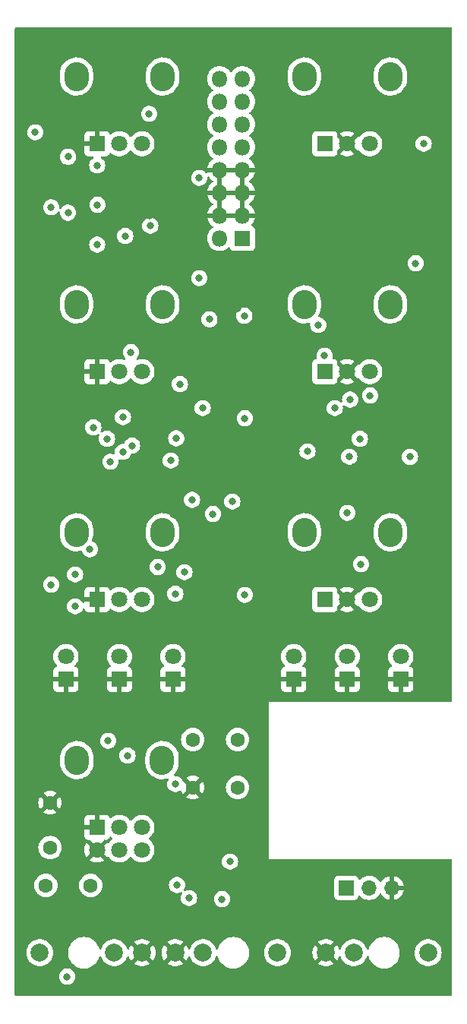
<source format=gbr>
%TF.GenerationSoftware,KiCad,Pcbnew,7.0.1*%
%TF.CreationDate,2024-09-15T16:09:11-04:00*%
%TF.ProjectId,output module,6f757470-7574-4206-9d6f-64756c652e6b,A*%
%TF.SameCoordinates,Original*%
%TF.FileFunction,Copper,L3,Inr*%
%TF.FilePolarity,Positive*%
%FSLAX46Y46*%
G04 Gerber Fmt 4.6, Leading zero omitted, Abs format (unit mm)*
G04 Created by KiCad (PCBNEW 7.0.1) date 2024-09-15 16:09:11*
%MOMM*%
%LPD*%
G01*
G04 APERTURE LIST*
%TA.AperFunction,ComponentPad*%
%ADD10C,2.000000*%
%TD*%
%TA.AperFunction,ComponentPad*%
%ADD11O,2.720000X3.240000*%
%TD*%
%TA.AperFunction,ComponentPad*%
%ADD12R,1.800000X1.800000*%
%TD*%
%TA.AperFunction,ComponentPad*%
%ADD13C,1.800000*%
%TD*%
%TA.AperFunction,ComponentPad*%
%ADD14R,1.700000X1.700000*%
%TD*%
%TA.AperFunction,ComponentPad*%
%ADD15O,1.700000X1.700000*%
%TD*%
%TA.AperFunction,ComponentPad*%
%ADD16O,1.800000X1.800000*%
%TD*%
%TA.AperFunction,ComponentPad*%
%ADD17C,1.600000*%
%TD*%
%TA.AperFunction,ViaPad*%
%ADD18C,0.800000*%
%TD*%
G04 APERTURE END LIST*
D10*
%TO.N,unconnected-(J3-PadTN)*%
%TO.C,J3*%
X110191000Y-155194000D03*
%TO.N,Net-(J3-PadT)*%
X118491000Y-155194000D03*
%TO.N,GND*%
X107091000Y-155194000D03*
%TD*%
%TO.N,unconnected-(J1-PadTN)*%
%TO.C,J1*%
X83484000Y-155194000D03*
%TO.N,Net-(J1-PadT)*%
X75184000Y-155194000D03*
%TO.N,GND*%
X86584000Y-155194000D03*
%TD*%
%TO.N,unconnected-(J2-PadTN)*%
%TO.C,J2*%
X93394000Y-155194000D03*
%TO.N,Net-(J2-PadT)*%
X101694000Y-155194000D03*
%TO.N,GND*%
X90294000Y-155194000D03*
%TD*%
D11*
%TO.N,*%
%TO.C,RV2*%
X79274000Y-82924000D03*
X88874000Y-82924000D03*
D12*
%TO.N,GND*%
X81574000Y-90424000D03*
D13*
%TO.N,Net-(R2-Pad1)*%
X84074000Y-90424000D03*
%TO.N,Net-(J2-PadT)*%
X86574000Y-90424000D03*
%TD*%
D11*
%TO.N,*%
%TO.C,RV6*%
X104674000Y-82924000D03*
X114274000Y-82924000D03*
D12*
%TO.N,chan_2_left*%
X106974000Y-90424000D03*
D13*
%TO.N,GND*%
X109474000Y-90424000D03*
%TO.N,chan_2_right*%
X111974000Y-90424000D03*
%TD*%
D12*
%TO.N,GND*%
%TO.C,D14*%
X78105000Y-124714000D03*
D13*
%TO.N,Net-(D14-A)*%
X78105000Y-122174000D03*
%TD*%
D11*
%TO.N,*%
%TO.C,RV1*%
X79274000Y-57524000D03*
X88874000Y-57524000D03*
D12*
%TO.N,GND*%
X81574000Y-65024000D03*
D13*
%TO.N,Net-(R1-Pad1)*%
X84074000Y-65024000D03*
%TO.N,Net-(J1-PadT)*%
X86574000Y-65024000D03*
%TD*%
D12*
%TO.N,GND*%
%TO.C,D13*%
X84074000Y-124714000D03*
D13*
%TO.N,Net-(D13-A)*%
X84074000Y-122174000D03*
%TD*%
D11*
%TO.N,*%
%TO.C,RV5*%
X104674000Y-57524000D03*
X114274000Y-57524000D03*
D12*
%TO.N,chan_1_left*%
X106974000Y-65024000D03*
D13*
%TO.N,GND*%
X109474000Y-65024000D03*
%TO.N,chan_1_right*%
X111974000Y-65024000D03*
%TD*%
D11*
%TO.N,*%
%TO.C,RV7*%
X104674000Y-108324000D03*
X114274000Y-108324000D03*
D12*
%TO.N,chan_3_left*%
X106974000Y-115824000D03*
D13*
%TO.N,GND*%
X109474000Y-115824000D03*
%TO.N,chan_3_right*%
X111974000Y-115824000D03*
%TD*%
D11*
%TO.N,*%
%TO.C,RV3*%
X79274000Y-108324000D03*
X88874000Y-108324000D03*
D12*
%TO.N,GND*%
X81574000Y-115824000D03*
D13*
%TO.N,Net-(R3-Pad1)*%
X84074000Y-115824000D03*
%TO.N,Net-(J3-PadT)*%
X86574000Y-115824000D03*
%TD*%
D11*
%TO.N,*%
%TO.C,RV4*%
X79324000Y-133724000D03*
X88824000Y-133724000D03*
D12*
%TO.N,GND*%
X81574000Y-141224000D03*
D13*
%TO.N,Net-(C4-Pad1)*%
X84074000Y-141224000D03*
%TO.N,left_mix*%
X86574000Y-141224000D03*
%TO.N,GND*%
X81574000Y-143724000D03*
%TO.N,Net-(C6-Pad1)*%
X84074000Y-143724000D03*
%TO.N,right_mix*%
X86574000Y-143724000D03*
%TD*%
D12*
%TO.N,GND*%
%TO.C,D5*%
X103505000Y-124714000D03*
D13*
%TO.N,Net-(D5-A)*%
X103505000Y-122174000D03*
%TD*%
D12*
%TO.N,GND*%
%TO.C,D12*%
X90043000Y-124714000D03*
D13*
%TO.N,Net-(D12-A)*%
X90043000Y-122174000D03*
%TD*%
D12*
%TO.N,GND*%
%TO.C,D7*%
X115443000Y-124714000D03*
D13*
%TO.N,Net-(D7-A)*%
X115443000Y-122174000D03*
%TD*%
D12*
%TO.N,GND*%
%TO.C,D6*%
X109474000Y-124714000D03*
D13*
%TO.N,Net-(D6-A)*%
X109474000Y-122174000D03*
%TD*%
D14*
%TO.N,left_out*%
%TO.C,J4*%
X109362000Y-147955000D03*
D15*
%TO.N,right_out*%
X111902000Y-147955000D03*
%TO.N,GND*%
X114442000Y-147955000D03*
%TD*%
D12*
%TO.N,-12V*%
%TO.C,J6*%
X97790000Y-75565000D03*
D16*
X95250000Y-75565000D03*
%TO.N,GND*%
X97790000Y-73025000D03*
X95250000Y-73025000D03*
X97790000Y-70485000D03*
X95250000Y-70485000D03*
X97790000Y-67945000D03*
X95250000Y-67945000D03*
%TO.N,+12V*%
X97790000Y-65405000D03*
X95250000Y-65405000D03*
%TO.N,+5V*%
X97790000Y-62865000D03*
X95250000Y-62865000D03*
%TO.N,unconnected-(J6-cv-Pad13)*%
X97790000Y-60325000D03*
%TO.N,unconnected-(J6-cv-Pad14)*%
X95252858Y-60325000D03*
%TO.N,unconnected-(J6-gate-Pad15)*%
X97790000Y-57785000D03*
%TO.N,unconnected-(J6-gate-Pad16)*%
X95250000Y-57785000D03*
%TD*%
D17*
%TO.N,Net-(C6-Pad1)*%
%TO.C,C6*%
X92242000Y-131445000D03*
%TO.N,Net-(U2-INR+)*%
X97242000Y-131445000D03*
%TD*%
%TO.N,GND*%
%TO.C,C7*%
X92242000Y-136779000D03*
%TO.N,Net-(U2-INR-)*%
X97242000Y-136779000D03*
%TD*%
%TO.N,GND*%
%TO.C,C5*%
X76327000Y-138470000D03*
%TO.N,Net-(U2-INL-)*%
X76327000Y-143470000D03*
%TD*%
%TO.N,Net-(C4-Pad1)*%
%TO.C,C4*%
X75859000Y-147701000D03*
%TO.N,Net-(U2-INL+)*%
X80859000Y-147701000D03*
%TD*%
D18*
%TO.N,chan_1_right*%
X109791500Y-93535500D03*
%TO.N,+5V*%
X96393000Y-145034000D03*
%TO.N,GND*%
X97536000Y-140589000D03*
%TO.N,SHDN*%
X90297000Y-136398000D03*
X91821000Y-149098000D03*
%TO.N,+5V*%
X95504000Y-149225000D03*
X90487500Y-147637500D03*
%TO.N,GND*%
X87376000Y-147701000D03*
X90907022Y-145702500D03*
X97282000Y-148082000D03*
X93218000Y-142113000D03*
X89154000Y-142113000D03*
%TO.N,Net-(J3-PadT)*%
X78232000Y-157861000D03*
%TO.N,Net-(J2-PadT)*%
X90297000Y-115189000D03*
X98044000Y-115316000D03*
%TO.N,Net-(J1-PadT)*%
X74676000Y-63754000D03*
%TO.N,Net-(C6-Pad1)*%
X82804000Y-131572000D03*
%TO.N,GND*%
X83528500Y-137531306D03*
%TO.N,+5V*%
X84963000Y-133223000D03*
%TO.N,chan_3_left*%
X91313000Y-112776000D03*
X90805000Y-91821000D03*
%TO.N,GND*%
X97282000Y-89154000D03*
%TO.N,Net-(D10-K)*%
X79121000Y-116586000D03*
X79121000Y-113030000D03*
%TO.N,chan_3*%
X88332799Y-112200201D03*
X87503000Y-74168000D03*
%TO.N,left_mix*%
X85471000Y-98679000D03*
X85344000Y-88265000D03*
%TO.N,chan_2_left*%
X108077000Y-94488000D03*
%TO.N,chan_1_left*%
X106934000Y-88646000D03*
%TO.N,GND*%
X104214783Y-94958500D03*
%TO.N,right_mix*%
X105029000Y-99314000D03*
X106229506Y-85232191D03*
%TO.N,chan_3_right*%
X112014000Y-93091000D03*
%TO.N,Net-(D3-A)*%
X110998000Y-111887000D03*
X110871000Y-97917000D03*
%TO.N,GND*%
X100893577Y-108566412D03*
%TO.N,+12V*%
X109474000Y-106172000D03*
X109691088Y-99911500D03*
%TO.N,GND*%
X117221000Y-103632000D03*
X118872000Y-98298000D03*
%TO.N,Net-(D10-A)*%
X81153000Y-96647000D03*
X80772000Y-110236000D03*
%TO.N,left_peak*%
X82677000Y-97917000D03*
X83058000Y-100472000D03*
%TO.N,+5V*%
X96647000Y-104902000D03*
%TO.N,GND*%
X90043000Y-106299000D03*
X90297000Y-103886000D03*
X90170000Y-102235000D03*
X92202000Y-99441000D03*
X73459500Y-98368452D03*
X74908500Y-93912201D03*
X88523500Y-95504000D03*
%TO.N,Net-(D8-A)*%
X90406000Y-97872000D03*
X89789000Y-100330000D03*
%TO.N,+12V*%
X84455001Y-99371502D03*
X84455000Y-95504000D03*
%TO.N,Net-(R2-Pad1)*%
X84709000Y-75311000D03*
%TO.N,chan_1*%
X117983000Y-65024000D03*
X117094000Y-78359000D03*
%TO.N,chan_2*%
X92964000Y-80010000D03*
X92964000Y-68834000D03*
%TO.N,+12V*%
X94488000Y-106299000D03*
X93345000Y-94488000D03*
X94099520Y-84589480D03*
%TO.N,-12V*%
X97994498Y-84201000D03*
X98044000Y-95631000D03*
%TO.N,GND*%
X98806000Y-102997000D03*
X98679000Y-101219000D03*
X103759000Y-99314000D03*
X91643200Y-81762600D03*
X101752400Y-81407000D03*
X95820998Y-83344360D03*
X97280277Y-83394841D03*
X82448400Y-72872600D03*
X79959200Y-76631800D03*
X87913500Y-78394689D03*
X87426800Y-73025000D03*
X82702400Y-71094600D03*
%TO.N,+12V*%
X81613791Y-71827912D03*
X81584800Y-76276200D03*
X81584800Y-67437000D03*
%TO.N,+5V*%
X92160525Y-104715466D03*
X116460207Y-99925327D03*
X87376000Y-61696600D03*
%TO.N,Net-(R3-Pad1)*%
X76454000Y-114173000D03*
X76454000Y-72110600D03*
%TO.N,Net-(R1-Pad1)*%
X78333600Y-72720200D03*
X78333600Y-66471800D03*
%TO.N,GND*%
X113563400Y-71170800D03*
X109474000Y-53873400D03*
X84074000Y-54025800D03*
%TD*%
%TA.AperFunction,Conductor*%
%TO.N,GND*%
G36*
X121095500Y-52087113D02*
G01*
X121140887Y-52132500D01*
X121157500Y-52194500D01*
X121157500Y-127129500D01*
X121140887Y-127191500D01*
X121095500Y-127236887D01*
X121033500Y-127253500D01*
X100735760Y-127253500D01*
X100735554Y-127253459D01*
X100710998Y-127253459D01*
X100710807Y-127253538D01*
X100710619Y-127253615D01*
X100710615Y-127253618D01*
X100710459Y-127253999D01*
X100710476Y-127278616D01*
X100710471Y-127278616D01*
X100710500Y-127278760D01*
X100710500Y-144755240D01*
X100710459Y-144755446D01*
X100710459Y-144780000D01*
X100710500Y-144780099D01*
X100710617Y-144780383D01*
X100710618Y-144780384D01*
X100710808Y-144780462D01*
X100711000Y-144780541D01*
X100711002Y-144780539D01*
X100735616Y-144780524D01*
X100735616Y-144780528D01*
X100735760Y-144780500D01*
X121033500Y-144780500D01*
X121095500Y-144797113D01*
X121140887Y-144842500D01*
X121157500Y-144904500D01*
X121157500Y-159895500D01*
X121140887Y-159957500D01*
X121095500Y-160002887D01*
X121033500Y-160019500D01*
X72514500Y-160019500D01*
X72452500Y-160002887D01*
X72407113Y-159957500D01*
X72390500Y-159895500D01*
X72390500Y-157861000D01*
X77326540Y-157861000D01*
X77346326Y-158049257D01*
X77404820Y-158229284D01*
X77499466Y-158393216D01*
X77626129Y-158533889D01*
X77779269Y-158645151D01*
X77952197Y-158722144D01*
X78137352Y-158761500D01*
X78137354Y-158761500D01*
X78326646Y-158761500D01*
X78326648Y-158761500D01*
X78450083Y-158735262D01*
X78511803Y-158722144D01*
X78684730Y-158645151D01*
X78837871Y-158533888D01*
X78964533Y-158393216D01*
X79059179Y-158229284D01*
X79117674Y-158049256D01*
X79137460Y-157861000D01*
X79117674Y-157672744D01*
X79059179Y-157492716D01*
X79059179Y-157492715D01*
X78964533Y-157328783D01*
X78837870Y-157188110D01*
X78684730Y-157076848D01*
X78511802Y-156999855D01*
X78326648Y-156960500D01*
X78326646Y-156960500D01*
X78137354Y-156960500D01*
X78137352Y-156960500D01*
X77952197Y-156999855D01*
X77779269Y-157076848D01*
X77626129Y-157188110D01*
X77499466Y-157328783D01*
X77404820Y-157492715D01*
X77346326Y-157672742D01*
X77326540Y-157861000D01*
X72390500Y-157861000D01*
X72390500Y-155193999D01*
X73678356Y-155193999D01*
X73698891Y-155441816D01*
X73698891Y-155441819D01*
X73698892Y-155441821D01*
X73759937Y-155682881D01*
X73759938Y-155682883D01*
X73859825Y-155910604D01*
X73859827Y-155910607D01*
X73995836Y-156118785D01*
X74164256Y-156301738D01*
X74164259Y-156301740D01*
X74360485Y-156454470D01*
X74360487Y-156454471D01*
X74360491Y-156454474D01*
X74579190Y-156572828D01*
X74814386Y-156653571D01*
X75059665Y-156694500D01*
X75308335Y-156694500D01*
X75553614Y-156653571D01*
X75788810Y-156572828D01*
X76007509Y-156454474D01*
X76203744Y-156301738D01*
X76372164Y-156118785D01*
X76508173Y-155910607D01*
X76608063Y-155682881D01*
X76669108Y-155441821D01*
X76678773Y-155325182D01*
X78353500Y-155325182D01*
X78392604Y-155584615D01*
X78469937Y-155835323D01*
X78583772Y-156071704D01*
X78719766Y-156271170D01*
X78731571Y-156288485D01*
X78885587Y-156454474D01*
X78910019Y-156480805D01*
X79115143Y-156644386D01*
X79342357Y-156775568D01*
X79586584Y-156871420D01*
X79842370Y-156929802D01*
X79898408Y-156934001D01*
X80038501Y-156944500D01*
X80038506Y-156944500D01*
X80169494Y-156944500D01*
X80169499Y-156944500D01*
X80292078Y-156935313D01*
X80365630Y-156929802D01*
X80621416Y-156871420D01*
X80865643Y-156775568D01*
X81092857Y-156644386D01*
X81297981Y-156480805D01*
X81464129Y-156301740D01*
X81476428Y-156288485D01*
X81476429Y-156288482D01*
X81476433Y-156288479D01*
X81624228Y-156071704D01*
X81738063Y-155835323D01*
X81805790Y-155615755D01*
X81839510Y-155561808D01*
X81895546Y-155531682D01*
X81959146Y-155533310D01*
X82013568Y-155566262D01*
X82044485Y-155621866D01*
X82053946Y-155659225D01*
X82059937Y-155682881D01*
X82059938Y-155682883D01*
X82159825Y-155910604D01*
X82159827Y-155910607D01*
X82295836Y-156118785D01*
X82464256Y-156301738D01*
X82464259Y-156301740D01*
X82660485Y-156454470D01*
X82660487Y-156454471D01*
X82660491Y-156454474D01*
X82879190Y-156572828D01*
X83114386Y-156653571D01*
X83359665Y-156694500D01*
X83608335Y-156694500D01*
X83853614Y-156653571D01*
X84088810Y-156572828D01*
X84307509Y-156454474D01*
X84354872Y-156417610D01*
X85713942Y-156417610D01*
X85760766Y-156454055D01*
X85979393Y-156572368D01*
X86214506Y-156653083D01*
X86459707Y-156694000D01*
X86708293Y-156694000D01*
X86953493Y-156653083D01*
X87188606Y-156572368D01*
X87407233Y-156454053D01*
X87454055Y-156417610D01*
X89423942Y-156417610D01*
X89470766Y-156454055D01*
X89689393Y-156572368D01*
X89924506Y-156653083D01*
X90169707Y-156694000D01*
X90418293Y-156694000D01*
X90663493Y-156653083D01*
X90898606Y-156572368D01*
X91117233Y-156454053D01*
X91164056Y-156417609D01*
X90294000Y-155547553D01*
X89423942Y-156417609D01*
X89423942Y-156417610D01*
X87454055Y-156417610D01*
X87454056Y-156417609D01*
X86584000Y-155547553D01*
X85713942Y-156417609D01*
X85713942Y-156417610D01*
X84354872Y-156417610D01*
X84503744Y-156301738D01*
X84672164Y-156118785D01*
X84808173Y-155910607D01*
X84908063Y-155682881D01*
X84914054Y-155659225D01*
X84945854Y-155602715D01*
X85001834Y-155569982D01*
X85066681Y-155569982D01*
X85122661Y-155602714D01*
X85154464Y-155659228D01*
X85160413Y-155682720D01*
X85260268Y-155910370D01*
X85360563Y-156063882D01*
X85360564Y-156063882D01*
X86230447Y-155194001D01*
X86937553Y-155194001D01*
X87807434Y-156063882D01*
X87907730Y-155910369D01*
X88007586Y-155682721D01*
X88068613Y-155441732D01*
X88089141Y-155194000D01*
X88788858Y-155194000D01*
X88809386Y-155441732D01*
X88870413Y-155682721D01*
X88970268Y-155910370D01*
X89070563Y-156063882D01*
X89070564Y-156063882D01*
X89940447Y-155194001D01*
X90647553Y-155194001D01*
X91517434Y-156063882D01*
X91617730Y-155910369D01*
X91717588Y-155682717D01*
X91723535Y-155659231D01*
X91755336Y-155602717D01*
X91811315Y-155569983D01*
X91876162Y-155569981D01*
X91932142Y-155602713D01*
X91963946Y-155659225D01*
X91969936Y-155682880D01*
X92069825Y-155910604D01*
X92069827Y-155910607D01*
X92205836Y-156118785D01*
X92374256Y-156301738D01*
X92374259Y-156301740D01*
X92570485Y-156454470D01*
X92570487Y-156454471D01*
X92570491Y-156454474D01*
X92789190Y-156572828D01*
X93024386Y-156653571D01*
X93269665Y-156694500D01*
X93518335Y-156694500D01*
X93763614Y-156653571D01*
X93998810Y-156572828D01*
X94217509Y-156454474D01*
X94413744Y-156301738D01*
X94582164Y-156118785D01*
X94718173Y-155910607D01*
X94818063Y-155682881D01*
X94833514Y-155621863D01*
X94864430Y-155566263D01*
X94918852Y-155533310D01*
X94982452Y-155531682D01*
X95038489Y-155561808D01*
X95072210Y-155615757D01*
X95139937Y-155835323D01*
X95253772Y-156071704D01*
X95389766Y-156271170D01*
X95401571Y-156288485D01*
X95555587Y-156454474D01*
X95580019Y-156480805D01*
X95785143Y-156644386D01*
X96012357Y-156775568D01*
X96256584Y-156871420D01*
X96512370Y-156929802D01*
X96568408Y-156934001D01*
X96708501Y-156944500D01*
X96708506Y-156944500D01*
X96839494Y-156944500D01*
X96839499Y-156944500D01*
X96962078Y-156935313D01*
X97035630Y-156929802D01*
X97291416Y-156871420D01*
X97535643Y-156775568D01*
X97762857Y-156644386D01*
X97967981Y-156480805D01*
X98134129Y-156301740D01*
X98146428Y-156288485D01*
X98146429Y-156288482D01*
X98146433Y-156288479D01*
X98294228Y-156071704D01*
X98408063Y-155835323D01*
X98485396Y-155584615D01*
X98524500Y-155325182D01*
X98524500Y-155193999D01*
X100188356Y-155193999D01*
X100208891Y-155441816D01*
X100208891Y-155441819D01*
X100208892Y-155441821D01*
X100269937Y-155682881D01*
X100269938Y-155682883D01*
X100369825Y-155910604D01*
X100369827Y-155910607D01*
X100505836Y-156118785D01*
X100674256Y-156301738D01*
X100674259Y-156301740D01*
X100870485Y-156454470D01*
X100870487Y-156454471D01*
X100870491Y-156454474D01*
X101089190Y-156572828D01*
X101324386Y-156653571D01*
X101569665Y-156694500D01*
X101818335Y-156694500D01*
X102063614Y-156653571D01*
X102298810Y-156572828D01*
X102517509Y-156454474D01*
X102564872Y-156417610D01*
X106220942Y-156417610D01*
X106267766Y-156454055D01*
X106486393Y-156572368D01*
X106721506Y-156653083D01*
X106966707Y-156694000D01*
X107215293Y-156694000D01*
X107460493Y-156653083D01*
X107695606Y-156572368D01*
X107914233Y-156454053D01*
X107961056Y-156417609D01*
X107091000Y-155547553D01*
X106220942Y-156417609D01*
X106220942Y-156417610D01*
X102564872Y-156417610D01*
X102713744Y-156301738D01*
X102882164Y-156118785D01*
X103018173Y-155910607D01*
X103118063Y-155682881D01*
X103179108Y-155441821D01*
X103199643Y-155194000D01*
X105585858Y-155194000D01*
X105606386Y-155441732D01*
X105667413Y-155682721D01*
X105767268Y-155910370D01*
X105867563Y-156063882D01*
X105867564Y-156063882D01*
X106737447Y-155194001D01*
X107444553Y-155194001D01*
X108314434Y-156063882D01*
X108414730Y-155910369D01*
X108514588Y-155682717D01*
X108520535Y-155659231D01*
X108552336Y-155602717D01*
X108608315Y-155569983D01*
X108673162Y-155569981D01*
X108729142Y-155602713D01*
X108760946Y-155659225D01*
X108766936Y-155682880D01*
X108866825Y-155910604D01*
X108866827Y-155910607D01*
X109002836Y-156118785D01*
X109171256Y-156301738D01*
X109171259Y-156301740D01*
X109367485Y-156454470D01*
X109367487Y-156454471D01*
X109367491Y-156454474D01*
X109586190Y-156572828D01*
X109821386Y-156653571D01*
X110066665Y-156694500D01*
X110315335Y-156694500D01*
X110560614Y-156653571D01*
X110795810Y-156572828D01*
X111014509Y-156454474D01*
X111210744Y-156301738D01*
X111379164Y-156118785D01*
X111515173Y-155910607D01*
X111615063Y-155682881D01*
X111630514Y-155621863D01*
X111661430Y-155566263D01*
X111715852Y-155533310D01*
X111779452Y-155531682D01*
X111835489Y-155561808D01*
X111869210Y-155615757D01*
X111936937Y-155835323D01*
X112050772Y-156071704D01*
X112186766Y-156271170D01*
X112198571Y-156288485D01*
X112352587Y-156454474D01*
X112377019Y-156480805D01*
X112582143Y-156644386D01*
X112809357Y-156775568D01*
X113053584Y-156871420D01*
X113309370Y-156929802D01*
X113365408Y-156934001D01*
X113505501Y-156944500D01*
X113505506Y-156944500D01*
X113636494Y-156944500D01*
X113636499Y-156944500D01*
X113759078Y-156935313D01*
X113832630Y-156929802D01*
X114088416Y-156871420D01*
X114332643Y-156775568D01*
X114559857Y-156644386D01*
X114764981Y-156480805D01*
X114931129Y-156301740D01*
X114943428Y-156288485D01*
X114943429Y-156288482D01*
X114943433Y-156288479D01*
X115091228Y-156071704D01*
X115205063Y-155835323D01*
X115282396Y-155584615D01*
X115321500Y-155325182D01*
X115321500Y-155193999D01*
X116985356Y-155193999D01*
X117005891Y-155441816D01*
X117005891Y-155441819D01*
X117005892Y-155441821D01*
X117066937Y-155682881D01*
X117066938Y-155682883D01*
X117166825Y-155910604D01*
X117166827Y-155910607D01*
X117302836Y-156118785D01*
X117471256Y-156301738D01*
X117471259Y-156301740D01*
X117667485Y-156454470D01*
X117667487Y-156454471D01*
X117667491Y-156454474D01*
X117886190Y-156572828D01*
X118121386Y-156653571D01*
X118366665Y-156694500D01*
X118615335Y-156694500D01*
X118860614Y-156653571D01*
X119095810Y-156572828D01*
X119314509Y-156454474D01*
X119510744Y-156301738D01*
X119679164Y-156118785D01*
X119815173Y-155910607D01*
X119915063Y-155682881D01*
X119976108Y-155441821D01*
X119996643Y-155194000D01*
X119976108Y-154946179D01*
X119915063Y-154705119D01*
X119815173Y-154477393D01*
X119679164Y-154269215D01*
X119510744Y-154086262D01*
X119488612Y-154069036D01*
X119314514Y-153933529D01*
X119314510Y-153933526D01*
X119314509Y-153933526D01*
X119095810Y-153815172D01*
X119095806Y-153815170D01*
X119095805Y-153815170D01*
X118860615Y-153734429D01*
X118615335Y-153693500D01*
X118366665Y-153693500D01*
X118121384Y-153734429D01*
X117886194Y-153815170D01*
X117667485Y-153933529D01*
X117471259Y-154086259D01*
X117302837Y-154269214D01*
X117166825Y-154477395D01*
X117076780Y-154682678D01*
X117066937Y-154705119D01*
X117037405Y-154821737D01*
X117005891Y-154946183D01*
X116985356Y-155193999D01*
X115321500Y-155193999D01*
X115321500Y-155062818D01*
X115282396Y-154803385D01*
X115205063Y-154552677D01*
X115091228Y-154316296D01*
X114943433Y-154099521D01*
X114943432Y-154099520D01*
X114943428Y-154099514D01*
X114764984Y-153907198D01*
X114764983Y-153907197D01*
X114764981Y-153907195D01*
X114559857Y-153743614D01*
X114559856Y-153743613D01*
X114332641Y-153612431D01*
X114088418Y-153516580D01*
X113832627Y-153458197D01*
X113636499Y-153443500D01*
X113636494Y-153443500D01*
X113505506Y-153443500D01*
X113505501Y-153443500D01*
X113309372Y-153458197D01*
X113053581Y-153516580D01*
X112809358Y-153612431D01*
X112582143Y-153743613D01*
X112377015Y-153907198D01*
X112198571Y-154099514D01*
X112050771Y-154316298D01*
X111936937Y-154552677D01*
X111869210Y-154772242D01*
X111835489Y-154826191D01*
X111779452Y-154856317D01*
X111715852Y-154854689D01*
X111661430Y-154821736D01*
X111630514Y-154766134D01*
X111615063Y-154705119D01*
X111515173Y-154477393D01*
X111379164Y-154269215D01*
X111210744Y-154086262D01*
X111188612Y-154069036D01*
X111014514Y-153933529D01*
X111014510Y-153933526D01*
X111014509Y-153933526D01*
X110795810Y-153815172D01*
X110795806Y-153815170D01*
X110795805Y-153815170D01*
X110560615Y-153734429D01*
X110315335Y-153693500D01*
X110066665Y-153693500D01*
X109821384Y-153734429D01*
X109586194Y-153815170D01*
X109367485Y-153933529D01*
X109171259Y-154086259D01*
X109002837Y-154269214D01*
X108866825Y-154477395D01*
X108766937Y-154705118D01*
X108760946Y-154728775D01*
X108729142Y-154785287D01*
X108673162Y-154818018D01*
X108608315Y-154818016D01*
X108552336Y-154785282D01*
X108520535Y-154728769D01*
X108514587Y-154705281D01*
X108414730Y-154477630D01*
X108314434Y-154324116D01*
X107444553Y-155194000D01*
X107444553Y-155194001D01*
X106737447Y-155194001D01*
X106737447Y-155194000D01*
X105867564Y-154324116D01*
X105767266Y-154477634D01*
X105667413Y-154705278D01*
X105606386Y-154946267D01*
X105585858Y-155194000D01*
X103199643Y-155194000D01*
X103179108Y-154946179D01*
X103118063Y-154705119D01*
X103018173Y-154477393D01*
X102882164Y-154269215D01*
X102713744Y-154086262D01*
X102691612Y-154069036D01*
X102564873Y-153970390D01*
X106220942Y-153970390D01*
X107091000Y-154840447D01*
X107091001Y-154840447D01*
X107961057Y-153970390D01*
X107961056Y-153970388D01*
X107914235Y-153933947D01*
X107695606Y-153815631D01*
X107460493Y-153734916D01*
X107215293Y-153694000D01*
X106966707Y-153694000D01*
X106721506Y-153734916D01*
X106486393Y-153815631D01*
X106267764Y-153933946D01*
X106220942Y-153970388D01*
X106220942Y-153970390D01*
X102564873Y-153970390D01*
X102517514Y-153933529D01*
X102517510Y-153933526D01*
X102517509Y-153933526D01*
X102298810Y-153815172D01*
X102298806Y-153815170D01*
X102298805Y-153815170D01*
X102063615Y-153734429D01*
X101818335Y-153693500D01*
X101569665Y-153693500D01*
X101324384Y-153734429D01*
X101089194Y-153815170D01*
X100870485Y-153933529D01*
X100674259Y-154086259D01*
X100505837Y-154269214D01*
X100369825Y-154477395D01*
X100279780Y-154682678D01*
X100269937Y-154705119D01*
X100240405Y-154821737D01*
X100208891Y-154946183D01*
X100188356Y-155193999D01*
X98524500Y-155193999D01*
X98524500Y-155062818D01*
X98485396Y-154803385D01*
X98408063Y-154552677D01*
X98294228Y-154316296D01*
X98146433Y-154099521D01*
X98146432Y-154099520D01*
X98146428Y-154099514D01*
X97967984Y-153907198D01*
X97967983Y-153907197D01*
X97967981Y-153907195D01*
X97762857Y-153743614D01*
X97762856Y-153743613D01*
X97535641Y-153612431D01*
X97291418Y-153516580D01*
X97035627Y-153458197D01*
X96839499Y-153443500D01*
X96839494Y-153443500D01*
X96708506Y-153443500D01*
X96708501Y-153443500D01*
X96512372Y-153458197D01*
X96256581Y-153516580D01*
X96012358Y-153612431D01*
X95785143Y-153743613D01*
X95580015Y-153907198D01*
X95401571Y-154099514D01*
X95253771Y-154316298D01*
X95139937Y-154552677D01*
X95072210Y-154772242D01*
X95038489Y-154826191D01*
X94982452Y-154856317D01*
X94918852Y-154854689D01*
X94864430Y-154821736D01*
X94833514Y-154766134D01*
X94818063Y-154705119D01*
X94718173Y-154477393D01*
X94582164Y-154269215D01*
X94413744Y-154086262D01*
X94391612Y-154069036D01*
X94217514Y-153933529D01*
X94217510Y-153933526D01*
X94217509Y-153933526D01*
X93998810Y-153815172D01*
X93998806Y-153815170D01*
X93998805Y-153815170D01*
X93763615Y-153734429D01*
X93518335Y-153693500D01*
X93269665Y-153693500D01*
X93024384Y-153734429D01*
X92789194Y-153815170D01*
X92570485Y-153933529D01*
X92374259Y-154086259D01*
X92205837Y-154269214D01*
X92069825Y-154477395D01*
X91969937Y-154705118D01*
X91963946Y-154728775D01*
X91932142Y-154785287D01*
X91876162Y-154818018D01*
X91811315Y-154818016D01*
X91755336Y-154785282D01*
X91723535Y-154728769D01*
X91717587Y-154705281D01*
X91617730Y-154477630D01*
X91517434Y-154324116D01*
X90647553Y-155194000D01*
X90647553Y-155194001D01*
X89940447Y-155194001D01*
X89940447Y-155194000D01*
X89070564Y-154324116D01*
X88970266Y-154477634D01*
X88870413Y-154705278D01*
X88809386Y-154946267D01*
X88788858Y-155194000D01*
X88089141Y-155194000D01*
X88068613Y-154946267D01*
X88007586Y-154705278D01*
X87907730Y-154477630D01*
X87807434Y-154324116D01*
X86937553Y-155194000D01*
X86937553Y-155194001D01*
X86230447Y-155194001D01*
X86230447Y-155194000D01*
X85360564Y-154324116D01*
X85260266Y-154477634D01*
X85160411Y-154705284D01*
X85154463Y-154728772D01*
X85122661Y-154785285D01*
X85066681Y-154818017D01*
X85001834Y-154818017D01*
X84945855Y-154785284D01*
X84914052Y-154728772D01*
X84908063Y-154705119D01*
X84808173Y-154477393D01*
X84672164Y-154269215D01*
X84503744Y-154086262D01*
X84481612Y-154069036D01*
X84354873Y-153970390D01*
X85713942Y-153970390D01*
X86584000Y-154840447D01*
X86584001Y-154840447D01*
X87454057Y-153970390D01*
X89423942Y-153970390D01*
X90294000Y-154840447D01*
X90294001Y-154840447D01*
X91164057Y-153970390D01*
X91164056Y-153970388D01*
X91117235Y-153933947D01*
X90898606Y-153815631D01*
X90663493Y-153734916D01*
X90418293Y-153694000D01*
X90169707Y-153694000D01*
X89924506Y-153734916D01*
X89689393Y-153815631D01*
X89470764Y-153933946D01*
X89423942Y-153970388D01*
X89423942Y-153970390D01*
X87454057Y-153970390D01*
X87454056Y-153970388D01*
X87407235Y-153933947D01*
X87188606Y-153815631D01*
X86953493Y-153734916D01*
X86708293Y-153694000D01*
X86459707Y-153694000D01*
X86214506Y-153734916D01*
X85979393Y-153815631D01*
X85760764Y-153933946D01*
X85713942Y-153970388D01*
X85713942Y-153970390D01*
X84354873Y-153970390D01*
X84307514Y-153933529D01*
X84307510Y-153933526D01*
X84307509Y-153933526D01*
X84088810Y-153815172D01*
X84088806Y-153815170D01*
X84088805Y-153815170D01*
X83853615Y-153734429D01*
X83608335Y-153693500D01*
X83359665Y-153693500D01*
X83114384Y-153734429D01*
X82879194Y-153815170D01*
X82660485Y-153933529D01*
X82464259Y-154086259D01*
X82295837Y-154269214D01*
X82159825Y-154477395D01*
X82059936Y-154705120D01*
X82044485Y-154766134D01*
X82013568Y-154821737D01*
X81959146Y-154854689D01*
X81895546Y-154856317D01*
X81839510Y-154826191D01*
X81805789Y-154772241D01*
X81803905Y-154766134D01*
X81738063Y-154552677D01*
X81624228Y-154316296D01*
X81476433Y-154099521D01*
X81476432Y-154099520D01*
X81476428Y-154099514D01*
X81297984Y-153907198D01*
X81297983Y-153907197D01*
X81297981Y-153907195D01*
X81092857Y-153743614D01*
X81092856Y-153743613D01*
X80865641Y-153612431D01*
X80621418Y-153516580D01*
X80365627Y-153458197D01*
X80169499Y-153443500D01*
X80169494Y-153443500D01*
X80038506Y-153443500D01*
X80038501Y-153443500D01*
X79842372Y-153458197D01*
X79586581Y-153516580D01*
X79342358Y-153612431D01*
X79115143Y-153743613D01*
X78910015Y-153907198D01*
X78731571Y-154099514D01*
X78631070Y-154246922D01*
X78583772Y-154316296D01*
X78469937Y-154552677D01*
X78392604Y-154803385D01*
X78353500Y-155062818D01*
X78353500Y-155325182D01*
X76678773Y-155325182D01*
X76689643Y-155194000D01*
X76669108Y-154946179D01*
X76608063Y-154705119D01*
X76508173Y-154477393D01*
X76372164Y-154269215D01*
X76203744Y-154086262D01*
X76181612Y-154069036D01*
X76007514Y-153933529D01*
X76007510Y-153933526D01*
X76007509Y-153933526D01*
X75788810Y-153815172D01*
X75788806Y-153815170D01*
X75788805Y-153815170D01*
X75553615Y-153734429D01*
X75308335Y-153693500D01*
X75059665Y-153693500D01*
X74814384Y-153734429D01*
X74579194Y-153815170D01*
X74360485Y-153933529D01*
X74164259Y-154086259D01*
X73995837Y-154269214D01*
X73859825Y-154477395D01*
X73769780Y-154682678D01*
X73759937Y-154705119D01*
X73730405Y-154821737D01*
X73698891Y-154946183D01*
X73678356Y-155193999D01*
X72390500Y-155193999D01*
X72390500Y-147701000D01*
X74553531Y-147701000D01*
X74573364Y-147927689D01*
X74632261Y-148147497D01*
X74728432Y-148353735D01*
X74858953Y-148540140D01*
X75019859Y-148701046D01*
X75206264Y-148831567D01*
X75206265Y-148831567D01*
X75206266Y-148831568D01*
X75412504Y-148927739D01*
X75632308Y-148986635D01*
X75859000Y-149006468D01*
X76085692Y-148986635D01*
X76305496Y-148927739D01*
X76511734Y-148831568D01*
X76698139Y-148701047D01*
X76859047Y-148540139D01*
X76989568Y-148353734D01*
X77085739Y-148147496D01*
X77144635Y-147927692D01*
X77164468Y-147701000D01*
X79553531Y-147701000D01*
X79573364Y-147927689D01*
X79632261Y-148147497D01*
X79728432Y-148353735D01*
X79858953Y-148540140D01*
X80019859Y-148701046D01*
X80206264Y-148831567D01*
X80206265Y-148831567D01*
X80206266Y-148831568D01*
X80412504Y-148927739D01*
X80632308Y-148986635D01*
X80859000Y-149006468D01*
X81085692Y-148986635D01*
X81305496Y-148927739D01*
X81511734Y-148831568D01*
X81698139Y-148701047D01*
X81859047Y-148540139D01*
X81989568Y-148353734D01*
X82085739Y-148147496D01*
X82144635Y-147927692D01*
X82164468Y-147701000D01*
X82158912Y-147637500D01*
X89582040Y-147637500D01*
X89601826Y-147825757D01*
X89660320Y-148005784D01*
X89754966Y-148169716D01*
X89881629Y-148310389D01*
X90034769Y-148421651D01*
X90207697Y-148498644D01*
X90392852Y-148538000D01*
X90392854Y-148538000D01*
X90582146Y-148538000D01*
X90582148Y-148538000D01*
X90705584Y-148511762D01*
X90767303Y-148498644D01*
X90853980Y-148460052D01*
X90903122Y-148438173D01*
X90963933Y-148427887D01*
X91022178Y-148448169D01*
X91063447Y-148494003D01*
X91077531Y-148554048D01*
X91060945Y-148613452D01*
X90993820Y-148729715D01*
X90935326Y-148909742D01*
X90915540Y-149097999D01*
X90935326Y-149286257D01*
X90993820Y-149466284D01*
X91088466Y-149630216D01*
X91215129Y-149770889D01*
X91368269Y-149882151D01*
X91541197Y-149959144D01*
X91726352Y-149998500D01*
X91726354Y-149998500D01*
X91915646Y-149998500D01*
X91915648Y-149998500D01*
X92039084Y-149972262D01*
X92100803Y-149959144D01*
X92273730Y-149882151D01*
X92426871Y-149770888D01*
X92553533Y-149630216D01*
X92648179Y-149466284D01*
X92706674Y-149286256D01*
X92713112Y-149225000D01*
X94598540Y-149225000D01*
X94598950Y-149228902D01*
X94618326Y-149413257D01*
X94676820Y-149593284D01*
X94771466Y-149757216D01*
X94898129Y-149897889D01*
X95051269Y-150009151D01*
X95224197Y-150086144D01*
X95409352Y-150125500D01*
X95409354Y-150125500D01*
X95598646Y-150125500D01*
X95598648Y-150125500D01*
X95722083Y-150099262D01*
X95783803Y-150086144D01*
X95956730Y-150009151D01*
X96109871Y-149897888D01*
X96236533Y-149757216D01*
X96331179Y-149593284D01*
X96389674Y-149413256D01*
X96409460Y-149225000D01*
X96389674Y-149036744D01*
X96331179Y-148856716D01*
X96331179Y-148856715D01*
X96328959Y-148852869D01*
X108011500Y-148852869D01*
X108017909Y-148912484D01*
X108023599Y-148927739D01*
X108068204Y-149047331D01*
X108154454Y-149162546D01*
X108269669Y-149248796D01*
X108404517Y-149299091D01*
X108464127Y-149305500D01*
X110259872Y-149305499D01*
X110319483Y-149299091D01*
X110454331Y-149248796D01*
X110569546Y-149162546D01*
X110655796Y-149047331D01*
X110704810Y-148915916D01*
X110739789Y-148865537D01*
X110794634Y-148838084D01*
X110855927Y-148840273D01*
X110908673Y-148871569D01*
X111030599Y-148993495D01*
X111224170Y-149129035D01*
X111438337Y-149228903D01*
X111666592Y-149290063D01*
X111902000Y-149310659D01*
X112137408Y-149290063D01*
X112365663Y-149228903D01*
X112579830Y-149129035D01*
X112773401Y-148993495D01*
X112940495Y-148826401D01*
X113070732Y-148640402D01*
X113115048Y-148601539D01*
X113172305Y-148587528D01*
X113229562Y-148601539D01*
X113273880Y-148640404D01*
X113403893Y-148826081D01*
X113570918Y-148993106D01*
X113764423Y-149128600D01*
X113978507Y-149228430D01*
X114191999Y-149285635D01*
X114192000Y-149285636D01*
X114192000Y-148205000D01*
X114692000Y-148205000D01*
X114692000Y-149285635D01*
X114905492Y-149228430D01*
X115119576Y-149128600D01*
X115313081Y-148993106D01*
X115480106Y-148826081D01*
X115615600Y-148632576D01*
X115715430Y-148418492D01*
X115772636Y-148205000D01*
X114692000Y-148205000D01*
X114192000Y-148205000D01*
X114192000Y-146624364D01*
X114692000Y-146624364D01*
X114692000Y-147705000D01*
X115772636Y-147705000D01*
X115772635Y-147704999D01*
X115715430Y-147491507D01*
X115615599Y-147277421D01*
X115480109Y-147083921D01*
X115313081Y-146916893D01*
X115119576Y-146781399D01*
X114905492Y-146681569D01*
X114692000Y-146624364D01*
X114192000Y-146624364D01*
X114191999Y-146624364D01*
X113978507Y-146681569D01*
X113764421Y-146781400D01*
X113570921Y-146916890D01*
X113403893Y-147083918D01*
X113273880Y-147269596D01*
X113229562Y-147308461D01*
X113172305Y-147322472D01*
X113115048Y-147308461D01*
X113070730Y-147269595D01*
X112940494Y-147083598D01*
X112773404Y-146916508D01*
X112773403Y-146916507D01*
X112773401Y-146916505D01*
X112579830Y-146780965D01*
X112365663Y-146681097D01*
X112304502Y-146664709D01*
X112137407Y-146619936D01*
X111902000Y-146599340D01*
X111666592Y-146619936D01*
X111438336Y-146681097D01*
X111224170Y-146780965D01*
X111030601Y-146916503D01*
X110908673Y-147038431D01*
X110855926Y-147069726D01*
X110794634Y-147071915D01*
X110739789Y-147044462D01*
X110704810Y-146994082D01*
X110676019Y-146916890D01*
X110655796Y-146862669D01*
X110569546Y-146747454D01*
X110454331Y-146661204D01*
X110319483Y-146610909D01*
X110259873Y-146604500D01*
X110259869Y-146604500D01*
X108464130Y-146604500D01*
X108404515Y-146610909D01*
X108269669Y-146661204D01*
X108154454Y-146747454D01*
X108068204Y-146862668D01*
X108017909Y-146997516D01*
X108011500Y-147057130D01*
X108011500Y-148852869D01*
X96328959Y-148852869D01*
X96236533Y-148692783D01*
X96109870Y-148552110D01*
X95956730Y-148440848D01*
X95783802Y-148363855D01*
X95598648Y-148324500D01*
X95598646Y-148324500D01*
X95409354Y-148324500D01*
X95409352Y-148324500D01*
X95224197Y-148363855D01*
X95051269Y-148440848D01*
X94898129Y-148552110D01*
X94771466Y-148692783D01*
X94676820Y-148856715D01*
X94618326Y-149036742D01*
X94618325Y-149036744D01*
X94618326Y-149036744D01*
X94598540Y-149225000D01*
X92713112Y-149225000D01*
X92726460Y-149098000D01*
X92706674Y-148909744D01*
X92648179Y-148729716D01*
X92648179Y-148729715D01*
X92553533Y-148565783D01*
X92426870Y-148425110D01*
X92273730Y-148313848D01*
X92100802Y-148236855D01*
X91915648Y-148197500D01*
X91915646Y-148197500D01*
X91726354Y-148197500D01*
X91726352Y-148197500D01*
X91541199Y-148236854D01*
X91405376Y-148297327D01*
X91344565Y-148307612D01*
X91286320Y-148287329D01*
X91245052Y-148241495D01*
X91230968Y-148181450D01*
X91247552Y-148122050D01*
X91314679Y-148005784D01*
X91373174Y-147825756D01*
X91392960Y-147637500D01*
X91373174Y-147449244D01*
X91317264Y-147277171D01*
X91314679Y-147269215D01*
X91220033Y-147105283D01*
X91093370Y-146964610D01*
X90940230Y-146853348D01*
X90767302Y-146776355D01*
X90582148Y-146737000D01*
X90582146Y-146737000D01*
X90392854Y-146737000D01*
X90392852Y-146737000D01*
X90207697Y-146776355D01*
X90034769Y-146853348D01*
X89881629Y-146964610D01*
X89754966Y-147105283D01*
X89660320Y-147269215D01*
X89601826Y-147449242D01*
X89582040Y-147637500D01*
X82158912Y-147637500D01*
X82144635Y-147474308D01*
X82085739Y-147254504D01*
X81989568Y-147048266D01*
X81986904Y-147044462D01*
X81859046Y-146861859D01*
X81698140Y-146700953D01*
X81511735Y-146570432D01*
X81305497Y-146474261D01*
X81085689Y-146415364D01*
X80859000Y-146395531D01*
X80632310Y-146415364D01*
X80412502Y-146474261D01*
X80206264Y-146570432D01*
X80019859Y-146700953D01*
X79858953Y-146861859D01*
X79728432Y-147048264D01*
X79632261Y-147254502D01*
X79573364Y-147474310D01*
X79553531Y-147701000D01*
X77164468Y-147701000D01*
X77144635Y-147474308D01*
X77085739Y-147254504D01*
X76989568Y-147048266D01*
X76986904Y-147044462D01*
X76859046Y-146861859D01*
X76698140Y-146700953D01*
X76511735Y-146570432D01*
X76305497Y-146474261D01*
X76085689Y-146415364D01*
X75859000Y-146395531D01*
X75632310Y-146415364D01*
X75412502Y-146474261D01*
X75206264Y-146570432D01*
X75019859Y-146700953D01*
X74858953Y-146861859D01*
X74728432Y-147048264D01*
X74632261Y-147254502D01*
X74573364Y-147474310D01*
X74553531Y-147701000D01*
X72390500Y-147701000D01*
X72390500Y-144876351D01*
X80775199Y-144876351D01*
X80805650Y-144900051D01*
X81009700Y-145010477D01*
X81229140Y-145085811D01*
X81457993Y-145124000D01*
X81690007Y-145124000D01*
X81918859Y-145085811D01*
X82138296Y-145010478D01*
X82342353Y-144900048D01*
X82372798Y-144876351D01*
X81574000Y-144077553D01*
X80775199Y-144876351D01*
X72390500Y-144876351D01*
X72390500Y-143470000D01*
X75021531Y-143470000D01*
X75041364Y-143696689D01*
X75100261Y-143916497D01*
X75196432Y-144122735D01*
X75326953Y-144309140D01*
X75487859Y-144470046D01*
X75674264Y-144600567D01*
X75674265Y-144600567D01*
X75674266Y-144600568D01*
X75880504Y-144696739D01*
X76100308Y-144755635D01*
X76327000Y-144775468D01*
X76553692Y-144755635D01*
X76773496Y-144696739D01*
X76979734Y-144600568D01*
X77166139Y-144470047D01*
X77327047Y-144309139D01*
X77457568Y-144122734D01*
X77553739Y-143916496D01*
X77605318Y-143724000D01*
X80169201Y-143724000D01*
X80188361Y-143955217D01*
X80245319Y-144180139D01*
X80338516Y-144392609D01*
X80422812Y-144521633D01*
X81220447Y-143724001D01*
X81220447Y-143724000D01*
X80422812Y-142926365D01*
X80338516Y-143055390D01*
X80245319Y-143267860D01*
X80188361Y-143492782D01*
X80169201Y-143724000D01*
X77605318Y-143724000D01*
X77612635Y-143696692D01*
X77632468Y-143470000D01*
X77612635Y-143243308D01*
X77553739Y-143023504D01*
X77457568Y-142817266D01*
X77368517Y-142690087D01*
X77327046Y-142630859D01*
X77166140Y-142469953D01*
X76979735Y-142339432D01*
X76773497Y-142243261D01*
X76553689Y-142184364D01*
X76410358Y-142171824D01*
X80174000Y-142171824D01*
X80180402Y-142231375D01*
X80230647Y-142366089D01*
X80316811Y-142481188D01*
X80431910Y-142567352D01*
X80566624Y-142617597D01*
X80626176Y-142624000D01*
X80637531Y-142624000D01*
X80644859Y-142616672D01*
X80700447Y-142584577D01*
X80764635Y-142584576D01*
X80820223Y-142616670D01*
X81573999Y-143370446D01*
X82327776Y-142616670D01*
X82383363Y-142584576D01*
X82447551Y-142584576D01*
X82503138Y-142616670D01*
X82510468Y-142624000D01*
X82521824Y-142624000D01*
X82581375Y-142617597D01*
X82716089Y-142567352D01*
X82831188Y-142481188D01*
X82917352Y-142366088D01*
X82935679Y-142316953D01*
X82967792Y-142269136D01*
X83018045Y-142240986D01*
X83075595Y-142238579D01*
X83128023Y-142262433D01*
X83274123Y-142376147D01*
X83309361Y-142419540D01*
X83321961Y-142474000D01*
X83309361Y-142528461D01*
X83274124Y-142571852D01*
X83257776Y-142584577D01*
X83122215Y-142690087D01*
X82965018Y-142860850D01*
X82927509Y-142918262D01*
X82882718Y-142959495D01*
X82823700Y-142974440D01*
X82764682Y-142959494D01*
X82729140Y-142926774D01*
X82725186Y-142926364D01*
X81927553Y-143724000D01*
X82725186Y-144521634D01*
X82729141Y-144521224D01*
X82764683Y-144488505D01*
X82823700Y-144473559D01*
X82882718Y-144488504D01*
X82927508Y-144529735D01*
X82965021Y-144587153D01*
X83122216Y-144757913D01*
X83305374Y-144900470D01*
X83509497Y-145010936D01*
X83619258Y-145048617D01*
X83729015Y-145086297D01*
X83729017Y-145086297D01*
X83729019Y-145086298D01*
X83957951Y-145124500D01*
X84190048Y-145124500D01*
X84190049Y-145124500D01*
X84418981Y-145086298D01*
X84638503Y-145010936D01*
X84842626Y-144900470D01*
X85025784Y-144757913D01*
X85182979Y-144587153D01*
X85220193Y-144530191D01*
X85264980Y-144488962D01*
X85323998Y-144474016D01*
X85383016Y-144488961D01*
X85427807Y-144530194D01*
X85465018Y-144587149D01*
X85465021Y-144587153D01*
X85622216Y-144757913D01*
X85805374Y-144900470D01*
X86009497Y-145010936D01*
X86119258Y-145048617D01*
X86229015Y-145086297D01*
X86229017Y-145086297D01*
X86229019Y-145086298D01*
X86457951Y-145124500D01*
X86690048Y-145124500D01*
X86690049Y-145124500D01*
X86918981Y-145086298D01*
X87071320Y-145034000D01*
X95487540Y-145034000D01*
X95507326Y-145222257D01*
X95565820Y-145402284D01*
X95660466Y-145566216D01*
X95787129Y-145706889D01*
X95940269Y-145818151D01*
X96113197Y-145895144D01*
X96298352Y-145934500D01*
X96298354Y-145934500D01*
X96487646Y-145934500D01*
X96487648Y-145934500D01*
X96611084Y-145908262D01*
X96672803Y-145895144D01*
X96845730Y-145818151D01*
X96998871Y-145706888D01*
X97125533Y-145566216D01*
X97220179Y-145402284D01*
X97278674Y-145222256D01*
X97298460Y-145034000D01*
X97278674Y-144845744D01*
X97220179Y-144665716D01*
X97220179Y-144665715D01*
X97125533Y-144501783D01*
X96998870Y-144361110D01*
X96845730Y-144249848D01*
X96672802Y-144172855D01*
X96487648Y-144133500D01*
X96487646Y-144133500D01*
X96298354Y-144133500D01*
X96298352Y-144133500D01*
X96113197Y-144172855D01*
X95940269Y-144249848D01*
X95787129Y-144361110D01*
X95660466Y-144501783D01*
X95565820Y-144665715D01*
X95507326Y-144845742D01*
X95487540Y-145034000D01*
X87071320Y-145034000D01*
X87138503Y-145010936D01*
X87342626Y-144900470D01*
X87525784Y-144757913D01*
X87682979Y-144587153D01*
X87809924Y-144392849D01*
X87903157Y-144180300D01*
X87960134Y-143955305D01*
X87979300Y-143724000D01*
X87960134Y-143492695D01*
X87903157Y-143267700D01*
X87809924Y-143055151D01*
X87682979Y-142860847D01*
X87525784Y-142690087D01*
X87373875Y-142571852D01*
X87338639Y-142528460D01*
X87326039Y-142474000D01*
X87338639Y-142419540D01*
X87373875Y-142376147D01*
X87525784Y-142257913D01*
X87682979Y-142087153D01*
X87809924Y-141892849D01*
X87903157Y-141680300D01*
X87960134Y-141455305D01*
X87979300Y-141224000D01*
X87960134Y-140992695D01*
X87903157Y-140767700D01*
X87809924Y-140555151D01*
X87682979Y-140360847D01*
X87525784Y-140190087D01*
X87342626Y-140047530D01*
X87138503Y-139937064D01*
X87138499Y-139937062D01*
X87138498Y-139937062D01*
X86918984Y-139861702D01*
X86731410Y-139830402D01*
X86690049Y-139823500D01*
X86457951Y-139823500D01*
X86416590Y-139830402D01*
X86229015Y-139861702D01*
X86009501Y-139937062D01*
X86009497Y-139937063D01*
X86009497Y-139937064D01*
X85873415Y-140010707D01*
X85805372Y-140047531D01*
X85622215Y-140190087D01*
X85476590Y-140348279D01*
X85465021Y-140360847D01*
X85465021Y-140360848D01*
X85427809Y-140417805D01*
X85383017Y-140459038D01*
X85324000Y-140473983D01*
X85264983Y-140459038D01*
X85220191Y-140417805D01*
X85182979Y-140360847D01*
X85025784Y-140190087D01*
X84842626Y-140047530D01*
X84638503Y-139937064D01*
X84638499Y-139937062D01*
X84638498Y-139937062D01*
X84418984Y-139861702D01*
X84231410Y-139830402D01*
X84190049Y-139823500D01*
X83957951Y-139823500D01*
X83916590Y-139830402D01*
X83729015Y-139861702D01*
X83509501Y-139937062D01*
X83509497Y-139937063D01*
X83509497Y-139937064D01*
X83373415Y-140010707D01*
X83305372Y-140047531D01*
X83128023Y-140185567D01*
X83075595Y-140209421D01*
X83018045Y-140207013D01*
X82967792Y-140178864D01*
X82935679Y-140131046D01*
X82917352Y-140081911D01*
X82831188Y-139966811D01*
X82716089Y-139880647D01*
X82581375Y-139830402D01*
X82521824Y-139824000D01*
X81824000Y-139824000D01*
X81824000Y-141350000D01*
X81807387Y-141412000D01*
X81762000Y-141457387D01*
X81700000Y-141474000D01*
X80174000Y-141474000D01*
X80174000Y-142171824D01*
X76410358Y-142171824D01*
X76327000Y-142164531D01*
X76100310Y-142184364D01*
X75880502Y-142243261D01*
X75674264Y-142339432D01*
X75487859Y-142469953D01*
X75326953Y-142630859D01*
X75196432Y-142817264D01*
X75100261Y-143023502D01*
X75041364Y-143243310D01*
X75021531Y-143470000D01*
X72390500Y-143470000D01*
X72390500Y-140974000D01*
X80174000Y-140974000D01*
X81324000Y-140974000D01*
X81324000Y-139824000D01*
X80626176Y-139824000D01*
X80566624Y-139830402D01*
X80431910Y-139880647D01*
X80316811Y-139966811D01*
X80230647Y-140081910D01*
X80180402Y-140216624D01*
X80174000Y-140276176D01*
X80174000Y-140974000D01*
X72390500Y-140974000D01*
X72390500Y-139549026D01*
X75601526Y-139549026D01*
X75674515Y-139600133D01*
X75880673Y-139696266D01*
X76100397Y-139755141D01*
X76327000Y-139774966D01*
X76553602Y-139755141D01*
X76773326Y-139696266D01*
X76979480Y-139600134D01*
X77052472Y-139549025D01*
X76327001Y-138823553D01*
X76327000Y-138823553D01*
X75601526Y-139549025D01*
X75601526Y-139549026D01*
X72390500Y-139549026D01*
X72390500Y-138469999D01*
X75022033Y-138469999D01*
X75041858Y-138696602D01*
X75100733Y-138916326D01*
X75196866Y-139122484D01*
X75247972Y-139195471D01*
X75247974Y-139195472D01*
X75973446Y-138470001D01*
X76680553Y-138470001D01*
X77406025Y-139195472D01*
X77457134Y-139122480D01*
X77553266Y-138916326D01*
X77612141Y-138696602D01*
X77631966Y-138469999D01*
X77612141Y-138243397D01*
X77553266Y-138023673D01*
X77476024Y-137858026D01*
X91516526Y-137858026D01*
X91589515Y-137909133D01*
X91795673Y-138005266D01*
X92015397Y-138064141D01*
X92242000Y-138083966D01*
X92468602Y-138064141D01*
X92688326Y-138005266D01*
X92894480Y-137909134D01*
X92967472Y-137858025D01*
X92242001Y-137132553D01*
X92242000Y-137132553D01*
X91516526Y-137858025D01*
X91516526Y-137858026D01*
X77476024Y-137858026D01*
X77457133Y-137817515D01*
X77406025Y-137744526D01*
X76680553Y-138470000D01*
X76680553Y-138470001D01*
X75973446Y-138470001D01*
X75973446Y-138470000D01*
X75247973Y-137744526D01*
X75247973Y-137744527D01*
X75196865Y-137817516D01*
X75100733Y-138023672D01*
X75041858Y-138243397D01*
X75022033Y-138469999D01*
X72390500Y-138469999D01*
X72390500Y-137390973D01*
X75601526Y-137390973D01*
X76327000Y-138116446D01*
X76327001Y-138116446D01*
X77052472Y-137390974D01*
X77052471Y-137390972D01*
X76979484Y-137339866D01*
X76773326Y-137243733D01*
X76553602Y-137184858D01*
X76327000Y-137165033D01*
X76100397Y-137184858D01*
X75880672Y-137243733D01*
X75674516Y-137339865D01*
X75601527Y-137390973D01*
X75601526Y-137390973D01*
X72390500Y-137390973D01*
X72390500Y-134052003D01*
X77463500Y-134052003D01*
X77478402Y-134255617D01*
X77537616Y-134521438D01*
X77586944Y-134650410D01*
X77634907Y-134775814D01*
X77768196Y-135013310D01*
X77851420Y-135121089D01*
X77934645Y-135228869D01*
X78130704Y-135417894D01*
X78352199Y-135576359D01*
X78493224Y-135648865D01*
X78594403Y-135700885D01*
X78852159Y-135788819D01*
X78852161Y-135788819D01*
X78852163Y-135788820D01*
X79119970Y-135838286D01*
X79392130Y-135848232D01*
X79392130Y-135848231D01*
X79392131Y-135848232D01*
X79662839Y-135818446D01*
X79926326Y-135749562D01*
X80176975Y-135643047D01*
X80409444Y-135501173D01*
X80618779Y-135326963D01*
X80800518Y-135124131D01*
X80950788Y-134896998D01*
X81066386Y-134650406D01*
X81144847Y-134389611D01*
X81184500Y-134120171D01*
X81184500Y-133396000D01*
X81179510Y-133327829D01*
X81171838Y-133222999D01*
X84057540Y-133222999D01*
X84077326Y-133411257D01*
X84135820Y-133591284D01*
X84230466Y-133755216D01*
X84357129Y-133895889D01*
X84510269Y-134007151D01*
X84683197Y-134084144D01*
X84868352Y-134123500D01*
X84868354Y-134123500D01*
X85057646Y-134123500D01*
X85057648Y-134123500D01*
X85181083Y-134097262D01*
X85242803Y-134084144D01*
X85314992Y-134052003D01*
X86963500Y-134052003D01*
X86978402Y-134255617D01*
X87037616Y-134521438D01*
X87086944Y-134650410D01*
X87134907Y-134775814D01*
X87268196Y-135013310D01*
X87351420Y-135121089D01*
X87434645Y-135228869D01*
X87630704Y-135417894D01*
X87852199Y-135576359D01*
X87993224Y-135648865D01*
X88094403Y-135700885D01*
X88352159Y-135788819D01*
X88352161Y-135788819D01*
X88352163Y-135788820D01*
X88619970Y-135838286D01*
X88892130Y-135848232D01*
X88892130Y-135848231D01*
X88892131Y-135848232D01*
X89162839Y-135818446D01*
X89380903Y-135761436D01*
X89438636Y-135760242D01*
X89490652Y-135785324D01*
X89525667Y-135831245D01*
X89536087Y-135888045D01*
X89519652Y-135943405D01*
X89469820Y-136029715D01*
X89411326Y-136209742D01*
X89391540Y-136398000D01*
X89411326Y-136586257D01*
X89469820Y-136766284D01*
X89564466Y-136930216D01*
X89691129Y-137070889D01*
X89844269Y-137182151D01*
X90017197Y-137259144D01*
X90202352Y-137298500D01*
X90202354Y-137298500D01*
X90391646Y-137298500D01*
X90391648Y-137298500D01*
X90515083Y-137272262D01*
X90576803Y-137259144D01*
X90749730Y-137182151D01*
X90816741Y-137133464D01*
X90871831Y-137111066D01*
X90931016Y-137116895D01*
X90980681Y-137149612D01*
X91009400Y-137201690D01*
X91015733Y-137225325D01*
X91111866Y-137431484D01*
X91162972Y-137504471D01*
X91162974Y-137504472D01*
X91888446Y-136779001D01*
X92595553Y-136779001D01*
X93321025Y-137504472D01*
X93372134Y-137431480D01*
X93468266Y-137225326D01*
X93527141Y-137005602D01*
X93546966Y-136779000D01*
X95936531Y-136779000D01*
X95956364Y-137005689D01*
X96015261Y-137225497D01*
X96111432Y-137431735D01*
X96241953Y-137618140D01*
X96402859Y-137779046D01*
X96589264Y-137909567D01*
X96589265Y-137909567D01*
X96589266Y-137909568D01*
X96795504Y-138005739D01*
X97015308Y-138064635D01*
X97242000Y-138084468D01*
X97468692Y-138064635D01*
X97688496Y-138005739D01*
X97894734Y-137909568D01*
X98081139Y-137779047D01*
X98242047Y-137618139D01*
X98372568Y-137431734D01*
X98468739Y-137225496D01*
X98527635Y-137005692D01*
X98547468Y-136779000D01*
X98527635Y-136552308D01*
X98468739Y-136332504D01*
X98372568Y-136126266D01*
X98321635Y-136053526D01*
X98242046Y-135939859D01*
X98081140Y-135778953D01*
X97894735Y-135648432D01*
X97688497Y-135552261D01*
X97468689Y-135493364D01*
X97242000Y-135473531D01*
X97015310Y-135493364D01*
X96795502Y-135552261D01*
X96589264Y-135648432D01*
X96402859Y-135778953D01*
X96241953Y-135939859D01*
X96111432Y-136126264D01*
X96015261Y-136332502D01*
X95956364Y-136552310D01*
X95936531Y-136779000D01*
X93546966Y-136779000D01*
X93527141Y-136552397D01*
X93468266Y-136332673D01*
X93372133Y-136126515D01*
X93321025Y-136053526D01*
X92595553Y-136779000D01*
X92595553Y-136779001D01*
X91888446Y-136779001D01*
X91888446Y-136779000D01*
X91122087Y-136012640D01*
X91124101Y-136010625D01*
X91099632Y-135987199D01*
X91029533Y-135865783D01*
X90902870Y-135725110D01*
X90868272Y-135699973D01*
X91516526Y-135699973D01*
X92242000Y-136425446D01*
X92242001Y-136425446D01*
X92967472Y-135699974D01*
X92967471Y-135699972D01*
X92894484Y-135648866D01*
X92688326Y-135552733D01*
X92468602Y-135493858D01*
X92242000Y-135474033D01*
X92015397Y-135493858D01*
X91795672Y-135552733D01*
X91589516Y-135648865D01*
X91516527Y-135699973D01*
X91516526Y-135699973D01*
X90868272Y-135699973D01*
X90749730Y-135613848D01*
X90576802Y-135536855D01*
X90391648Y-135497500D01*
X90391646Y-135497500D01*
X90243575Y-135497500D01*
X90188494Y-135484595D01*
X90144878Y-135448566D01*
X90121805Y-135396913D01*
X90124078Y-135340386D01*
X90151220Y-135290755D01*
X90300518Y-135124131D01*
X90450788Y-134896998D01*
X90566386Y-134650406D01*
X90644847Y-134389611D01*
X90684500Y-134120171D01*
X90684500Y-133396000D01*
X90679510Y-133327829D01*
X90669597Y-133192382D01*
X90610383Y-132926561D01*
X90610382Y-132926558D01*
X90513093Y-132672186D01*
X90379804Y-132434690D01*
X90233244Y-132244889D01*
X90213354Y-132219130D01*
X90017295Y-132030105D01*
X89795800Y-131871640D01*
X89553602Y-131747117D01*
X89553598Y-131747115D01*
X89553597Y-131747115D01*
X89332514Y-131671692D01*
X89295836Y-131659179D01*
X89028029Y-131609713D01*
X88755869Y-131599767D01*
X88485162Y-131629553D01*
X88221674Y-131698438D01*
X87971024Y-131804953D01*
X87738556Y-131946826D01*
X87529223Y-132121035D01*
X87347480Y-132323871D01*
X87197210Y-132551005D01*
X87081615Y-132797589D01*
X87003153Y-133058388D01*
X87003153Y-133058389D01*
X86978928Y-133223000D01*
X86963500Y-133327832D01*
X86963500Y-134052003D01*
X85314992Y-134052003D01*
X85415730Y-134007151D01*
X85568871Y-133895888D01*
X85695533Y-133755216D01*
X85790179Y-133591284D01*
X85848674Y-133411256D01*
X85868460Y-133223000D01*
X85848674Y-133034744D01*
X85790179Y-132854716D01*
X85790179Y-132854715D01*
X85695533Y-132690783D01*
X85568870Y-132550110D01*
X85415730Y-132438848D01*
X85242802Y-132361855D01*
X85057648Y-132322500D01*
X85057646Y-132322500D01*
X84868354Y-132322500D01*
X84868352Y-132322500D01*
X84683197Y-132361855D01*
X84510269Y-132438848D01*
X84357129Y-132550110D01*
X84230466Y-132690783D01*
X84135820Y-132854715D01*
X84077326Y-133034742D01*
X84057540Y-133222999D01*
X81171838Y-133222999D01*
X81169597Y-133192382D01*
X81110383Y-132926561D01*
X81110382Y-132926558D01*
X81013093Y-132672186D01*
X80879804Y-132434690D01*
X80733244Y-132244889D01*
X80713354Y-132219130D01*
X80517295Y-132030105D01*
X80295800Y-131871640D01*
X80053602Y-131747117D01*
X80053598Y-131747115D01*
X80053597Y-131747115D01*
X79832514Y-131671692D01*
X79795836Y-131659179D01*
X79528029Y-131609713D01*
X79255869Y-131599767D01*
X78985162Y-131629553D01*
X78721674Y-131698438D01*
X78471024Y-131804953D01*
X78238556Y-131946826D01*
X78029223Y-132121035D01*
X77847480Y-132323871D01*
X77697210Y-132551005D01*
X77581615Y-132797589D01*
X77503153Y-133058388D01*
X77503153Y-133058389D01*
X77478928Y-133223000D01*
X77463500Y-133327832D01*
X77463500Y-134052003D01*
X72390500Y-134052003D01*
X72390500Y-131572000D01*
X81898540Y-131572000D01*
X81918326Y-131760257D01*
X81976820Y-131940284D01*
X82071466Y-132104216D01*
X82198129Y-132244889D01*
X82351269Y-132356151D01*
X82524197Y-132433144D01*
X82709352Y-132472500D01*
X82709354Y-132472500D01*
X82898646Y-132472500D01*
X82898648Y-132472500D01*
X83027808Y-132445046D01*
X83083803Y-132433144D01*
X83256730Y-132356151D01*
X83355845Y-132284140D01*
X83409870Y-132244889D01*
X83536533Y-132104216D01*
X83631179Y-131940284D01*
X83653483Y-131871640D01*
X83689674Y-131760256D01*
X83709460Y-131572000D01*
X83696112Y-131445000D01*
X90936531Y-131445000D01*
X90956364Y-131671689D01*
X91015261Y-131891497D01*
X91111432Y-132097735D01*
X91241953Y-132284140D01*
X91402859Y-132445046D01*
X91589264Y-132575567D01*
X91589265Y-132575567D01*
X91589266Y-132575568D01*
X91795504Y-132671739D01*
X92015308Y-132730635D01*
X92242000Y-132750468D01*
X92468692Y-132730635D01*
X92688496Y-132671739D01*
X92894734Y-132575568D01*
X93081139Y-132445047D01*
X93242047Y-132284139D01*
X93372568Y-132097734D01*
X93468739Y-131891496D01*
X93527635Y-131671692D01*
X93547468Y-131445000D01*
X95936531Y-131445000D01*
X95956364Y-131671689D01*
X96015261Y-131891497D01*
X96111432Y-132097735D01*
X96241953Y-132284140D01*
X96402859Y-132445046D01*
X96589264Y-132575567D01*
X96589265Y-132575567D01*
X96589266Y-132575568D01*
X96795504Y-132671739D01*
X97015308Y-132730635D01*
X97242000Y-132750468D01*
X97468692Y-132730635D01*
X97688496Y-132671739D01*
X97894734Y-132575568D01*
X98081139Y-132445047D01*
X98242047Y-132284139D01*
X98372568Y-132097734D01*
X98468739Y-131891496D01*
X98527635Y-131671692D01*
X98547468Y-131445000D01*
X98527635Y-131218308D01*
X98468739Y-130998504D01*
X98372568Y-130792266D01*
X98369475Y-130787849D01*
X98242046Y-130605859D01*
X98081140Y-130444953D01*
X97894735Y-130314432D01*
X97688497Y-130218261D01*
X97468689Y-130159364D01*
X97242000Y-130139531D01*
X97015310Y-130159364D01*
X96795502Y-130218261D01*
X96589264Y-130314432D01*
X96402859Y-130444953D01*
X96241953Y-130605859D01*
X96111432Y-130792264D01*
X96015261Y-130998502D01*
X95956364Y-131218310D01*
X95936531Y-131445000D01*
X93547468Y-131445000D01*
X93527635Y-131218308D01*
X93468739Y-130998504D01*
X93372568Y-130792266D01*
X93369475Y-130787849D01*
X93242046Y-130605859D01*
X93081140Y-130444953D01*
X92894735Y-130314432D01*
X92688497Y-130218261D01*
X92468689Y-130159364D01*
X92242000Y-130139531D01*
X92015310Y-130159364D01*
X91795502Y-130218261D01*
X91589264Y-130314432D01*
X91402859Y-130444953D01*
X91241953Y-130605859D01*
X91111432Y-130792264D01*
X91015261Y-130998502D01*
X90956364Y-131218310D01*
X90936531Y-131445000D01*
X83696112Y-131445000D01*
X83689674Y-131383744D01*
X83635921Y-131218310D01*
X83631179Y-131203715D01*
X83536533Y-131039783D01*
X83409870Y-130899110D01*
X83256730Y-130787848D01*
X83083802Y-130710855D01*
X82898648Y-130671500D01*
X82898646Y-130671500D01*
X82709354Y-130671500D01*
X82709352Y-130671500D01*
X82524197Y-130710855D01*
X82351269Y-130787848D01*
X82198129Y-130899110D01*
X82071466Y-131039783D01*
X81976820Y-131203715D01*
X81918326Y-131383742D01*
X81898540Y-131572000D01*
X72390500Y-131572000D01*
X72390500Y-124964000D01*
X76705000Y-124964000D01*
X76705000Y-125661824D01*
X76711402Y-125721375D01*
X76761647Y-125856089D01*
X76847811Y-125971188D01*
X76962910Y-126057352D01*
X77097624Y-126107597D01*
X77157176Y-126114000D01*
X77855000Y-126114000D01*
X77855000Y-124964000D01*
X78355000Y-124964000D01*
X78355000Y-126114000D01*
X79052824Y-126114000D01*
X79112375Y-126107597D01*
X79247089Y-126057352D01*
X79362188Y-125971188D01*
X79448352Y-125856089D01*
X79498597Y-125721375D01*
X79505000Y-125661824D01*
X79505000Y-124964000D01*
X82674000Y-124964000D01*
X82674000Y-125661824D01*
X82680402Y-125721375D01*
X82730647Y-125856089D01*
X82816811Y-125971188D01*
X82931910Y-126057352D01*
X83066624Y-126107597D01*
X83126176Y-126114000D01*
X83824000Y-126114000D01*
X83824000Y-124964000D01*
X84324000Y-124964000D01*
X84324000Y-126114000D01*
X85021824Y-126114000D01*
X85081375Y-126107597D01*
X85216089Y-126057352D01*
X85331188Y-125971188D01*
X85417352Y-125856089D01*
X85467597Y-125721375D01*
X85474000Y-125661824D01*
X85474000Y-124964000D01*
X88643000Y-124964000D01*
X88643000Y-125661824D01*
X88649402Y-125721375D01*
X88699647Y-125856089D01*
X88785811Y-125971188D01*
X88900910Y-126057352D01*
X89035624Y-126107597D01*
X89095176Y-126114000D01*
X89793000Y-126114000D01*
X89793000Y-124964000D01*
X90293000Y-124964000D01*
X90293000Y-126114000D01*
X90990824Y-126114000D01*
X91050375Y-126107597D01*
X91185089Y-126057352D01*
X91300188Y-125971188D01*
X91386352Y-125856089D01*
X91436597Y-125721375D01*
X91443000Y-125661824D01*
X91443000Y-124964000D01*
X102105000Y-124964000D01*
X102105000Y-125661824D01*
X102111402Y-125721375D01*
X102161647Y-125856089D01*
X102247811Y-125971188D01*
X102362910Y-126057352D01*
X102497624Y-126107597D01*
X102557176Y-126114000D01*
X103255000Y-126114000D01*
X103255000Y-124964000D01*
X103755000Y-124964000D01*
X103755000Y-126114000D01*
X104452824Y-126114000D01*
X104512375Y-126107597D01*
X104647089Y-126057352D01*
X104762188Y-125971188D01*
X104848352Y-125856089D01*
X104898597Y-125721375D01*
X104905000Y-125661824D01*
X104905000Y-124964000D01*
X108074000Y-124964000D01*
X108074000Y-125661824D01*
X108080402Y-125721375D01*
X108130647Y-125856089D01*
X108216811Y-125971188D01*
X108331910Y-126057352D01*
X108466624Y-126107597D01*
X108526176Y-126114000D01*
X109224000Y-126114000D01*
X109224000Y-124964000D01*
X109724000Y-124964000D01*
X109724000Y-126114000D01*
X110421824Y-126114000D01*
X110481375Y-126107597D01*
X110616089Y-126057352D01*
X110731188Y-125971188D01*
X110817352Y-125856089D01*
X110867597Y-125721375D01*
X110874000Y-125661824D01*
X110874000Y-124964000D01*
X114043000Y-124964000D01*
X114043000Y-125661824D01*
X114049402Y-125721375D01*
X114099647Y-125856089D01*
X114185811Y-125971188D01*
X114300910Y-126057352D01*
X114435624Y-126107597D01*
X114495176Y-126114000D01*
X115193000Y-126114000D01*
X115193000Y-124964000D01*
X115693000Y-124964000D01*
X115693000Y-126114000D01*
X116390824Y-126114000D01*
X116450375Y-126107597D01*
X116585089Y-126057352D01*
X116700188Y-125971188D01*
X116786352Y-125856089D01*
X116836597Y-125721375D01*
X116843000Y-125661824D01*
X116843000Y-124964000D01*
X115693000Y-124964000D01*
X115193000Y-124964000D01*
X114043000Y-124964000D01*
X110874000Y-124964000D01*
X109724000Y-124964000D01*
X109224000Y-124964000D01*
X108074000Y-124964000D01*
X104905000Y-124964000D01*
X103755000Y-124964000D01*
X103255000Y-124964000D01*
X102105000Y-124964000D01*
X91443000Y-124964000D01*
X90293000Y-124964000D01*
X89793000Y-124964000D01*
X88643000Y-124964000D01*
X85474000Y-124964000D01*
X84324000Y-124964000D01*
X83824000Y-124964000D01*
X82674000Y-124964000D01*
X79505000Y-124964000D01*
X78355000Y-124964000D01*
X77855000Y-124964000D01*
X76705000Y-124964000D01*
X72390500Y-124964000D01*
X72390500Y-122174000D01*
X76699699Y-122174000D01*
X76718865Y-122405299D01*
X76718865Y-122405301D01*
X76718866Y-122405305D01*
X76775843Y-122630300D01*
X76869076Y-122842849D01*
X76996021Y-123037153D01*
X77091167Y-123140509D01*
X77119940Y-123193262D01*
X77120533Y-123253348D01*
X77092806Y-123306658D01*
X77043272Y-123340673D01*
X76962913Y-123370646D01*
X76847811Y-123456811D01*
X76761647Y-123571910D01*
X76711402Y-123706624D01*
X76705000Y-123766176D01*
X76705000Y-124464000D01*
X79505000Y-124464000D01*
X79505000Y-123766176D01*
X79498597Y-123706624D01*
X79448352Y-123571910D01*
X79362188Y-123456811D01*
X79247088Y-123370647D01*
X79166728Y-123340674D01*
X79117193Y-123306658D01*
X79089466Y-123253348D01*
X79090059Y-123193262D01*
X79118829Y-123140512D01*
X79213979Y-123037153D01*
X79340924Y-122842849D01*
X79434157Y-122630300D01*
X79491134Y-122405305D01*
X79510300Y-122174000D01*
X82668699Y-122174000D01*
X82687865Y-122405299D01*
X82687865Y-122405301D01*
X82687866Y-122405305D01*
X82744843Y-122630300D01*
X82838076Y-122842849D01*
X82965021Y-123037153D01*
X83060167Y-123140509D01*
X83088940Y-123193262D01*
X83089533Y-123253348D01*
X83061806Y-123306658D01*
X83012272Y-123340673D01*
X82931913Y-123370646D01*
X82816811Y-123456811D01*
X82730647Y-123571910D01*
X82680402Y-123706624D01*
X82674000Y-123766176D01*
X82674000Y-124464000D01*
X85474000Y-124464000D01*
X85474000Y-123766176D01*
X85467597Y-123706624D01*
X85417352Y-123571910D01*
X85331188Y-123456811D01*
X85216088Y-123370647D01*
X85135728Y-123340674D01*
X85086193Y-123306658D01*
X85058466Y-123253348D01*
X85059059Y-123193262D01*
X85087829Y-123140512D01*
X85182979Y-123037153D01*
X85309924Y-122842849D01*
X85403157Y-122630300D01*
X85460134Y-122405305D01*
X85479300Y-122174000D01*
X88637699Y-122174000D01*
X88656865Y-122405299D01*
X88656865Y-122405301D01*
X88656866Y-122405305D01*
X88713843Y-122630300D01*
X88807076Y-122842849D01*
X88934021Y-123037153D01*
X89029167Y-123140509D01*
X89057940Y-123193262D01*
X89058533Y-123253348D01*
X89030806Y-123306658D01*
X88981272Y-123340673D01*
X88900913Y-123370646D01*
X88785811Y-123456811D01*
X88699647Y-123571910D01*
X88649402Y-123706624D01*
X88643000Y-123766176D01*
X88643000Y-124464000D01*
X91443000Y-124464000D01*
X91443000Y-123766176D01*
X91436597Y-123706624D01*
X91386352Y-123571910D01*
X91300188Y-123456811D01*
X91185088Y-123370647D01*
X91104728Y-123340674D01*
X91055193Y-123306658D01*
X91027466Y-123253348D01*
X91028059Y-123193262D01*
X91056829Y-123140512D01*
X91151979Y-123037153D01*
X91278924Y-122842849D01*
X91372157Y-122630300D01*
X91429134Y-122405305D01*
X91448300Y-122174000D01*
X102099699Y-122174000D01*
X102118865Y-122405299D01*
X102118865Y-122405301D01*
X102118866Y-122405305D01*
X102175843Y-122630300D01*
X102269076Y-122842849D01*
X102396021Y-123037153D01*
X102491167Y-123140509D01*
X102519940Y-123193262D01*
X102520533Y-123253348D01*
X102492806Y-123306658D01*
X102443272Y-123340673D01*
X102362913Y-123370646D01*
X102247811Y-123456811D01*
X102161647Y-123571910D01*
X102111402Y-123706624D01*
X102105000Y-123766176D01*
X102105000Y-124464000D01*
X104905000Y-124464000D01*
X104905000Y-123766176D01*
X104898597Y-123706624D01*
X104848352Y-123571910D01*
X104762188Y-123456811D01*
X104647088Y-123370647D01*
X104566728Y-123340674D01*
X104517193Y-123306658D01*
X104489466Y-123253348D01*
X104490059Y-123193262D01*
X104518829Y-123140512D01*
X104613979Y-123037153D01*
X104740924Y-122842849D01*
X104834157Y-122630300D01*
X104891134Y-122405305D01*
X104910300Y-122174000D01*
X108068699Y-122174000D01*
X108087865Y-122405299D01*
X108087865Y-122405301D01*
X108087866Y-122405305D01*
X108144843Y-122630300D01*
X108238076Y-122842849D01*
X108365021Y-123037153D01*
X108460167Y-123140509D01*
X108488940Y-123193262D01*
X108489533Y-123253348D01*
X108461806Y-123306658D01*
X108412272Y-123340673D01*
X108331913Y-123370646D01*
X108216811Y-123456811D01*
X108130647Y-123571910D01*
X108080402Y-123706624D01*
X108074000Y-123766176D01*
X108074000Y-124464000D01*
X110874000Y-124464000D01*
X110874000Y-123766176D01*
X110867597Y-123706624D01*
X110817352Y-123571910D01*
X110731188Y-123456811D01*
X110616088Y-123370647D01*
X110535728Y-123340674D01*
X110486193Y-123306658D01*
X110458466Y-123253348D01*
X110459059Y-123193262D01*
X110487829Y-123140512D01*
X110582979Y-123037153D01*
X110709924Y-122842849D01*
X110803157Y-122630300D01*
X110860134Y-122405305D01*
X110879300Y-122174000D01*
X114037699Y-122174000D01*
X114056865Y-122405299D01*
X114056865Y-122405301D01*
X114056866Y-122405305D01*
X114113843Y-122630300D01*
X114207076Y-122842849D01*
X114334021Y-123037153D01*
X114429167Y-123140509D01*
X114457940Y-123193262D01*
X114458533Y-123253348D01*
X114430806Y-123306658D01*
X114381272Y-123340673D01*
X114300913Y-123370646D01*
X114185811Y-123456811D01*
X114099647Y-123571910D01*
X114049402Y-123706624D01*
X114043000Y-123766176D01*
X114043000Y-124464000D01*
X116843000Y-124464000D01*
X116843000Y-123766176D01*
X116836597Y-123706624D01*
X116786352Y-123571910D01*
X116700188Y-123456811D01*
X116585088Y-123370647D01*
X116504728Y-123340674D01*
X116455193Y-123306658D01*
X116427466Y-123253348D01*
X116428059Y-123193262D01*
X116456829Y-123140512D01*
X116551979Y-123037153D01*
X116678924Y-122842849D01*
X116772157Y-122630300D01*
X116829134Y-122405305D01*
X116848300Y-122174000D01*
X116829134Y-121942695D01*
X116772157Y-121717700D01*
X116678924Y-121505151D01*
X116551979Y-121310847D01*
X116394784Y-121140087D01*
X116211626Y-120997530D01*
X116007503Y-120887064D01*
X116007499Y-120887062D01*
X116007498Y-120887062D01*
X115787984Y-120811702D01*
X115616281Y-120783050D01*
X115559049Y-120773500D01*
X115326951Y-120773500D01*
X115281164Y-120781140D01*
X115098015Y-120811702D01*
X114878501Y-120887062D01*
X114674372Y-120997531D01*
X114491215Y-121140087D01*
X114334020Y-121310848D01*
X114207076Y-121505150D01*
X114113844Y-121717696D01*
X114056865Y-121942700D01*
X114037699Y-122174000D01*
X110879300Y-122174000D01*
X110860134Y-121942695D01*
X110803157Y-121717700D01*
X110709924Y-121505151D01*
X110582979Y-121310847D01*
X110425784Y-121140087D01*
X110242626Y-120997530D01*
X110038503Y-120887064D01*
X110038499Y-120887062D01*
X110038498Y-120887062D01*
X109818984Y-120811702D01*
X109647281Y-120783050D01*
X109590049Y-120773500D01*
X109357951Y-120773500D01*
X109312164Y-120781140D01*
X109129015Y-120811702D01*
X108909501Y-120887062D01*
X108705372Y-120997531D01*
X108522215Y-121140087D01*
X108365020Y-121310848D01*
X108238076Y-121505150D01*
X108144844Y-121717696D01*
X108087865Y-121942700D01*
X108068699Y-122174000D01*
X104910300Y-122174000D01*
X104891134Y-121942695D01*
X104834157Y-121717700D01*
X104740924Y-121505151D01*
X104613979Y-121310847D01*
X104456784Y-121140087D01*
X104273626Y-120997530D01*
X104069503Y-120887064D01*
X104069499Y-120887062D01*
X104069498Y-120887062D01*
X103849984Y-120811702D01*
X103678281Y-120783050D01*
X103621049Y-120773500D01*
X103388951Y-120773500D01*
X103343164Y-120781140D01*
X103160015Y-120811702D01*
X102940501Y-120887062D01*
X102736372Y-120997531D01*
X102553215Y-121140087D01*
X102396020Y-121310848D01*
X102269076Y-121505150D01*
X102175844Y-121717696D01*
X102118865Y-121942700D01*
X102099699Y-122174000D01*
X91448300Y-122174000D01*
X91429134Y-121942695D01*
X91372157Y-121717700D01*
X91278924Y-121505151D01*
X91151979Y-121310847D01*
X90994784Y-121140087D01*
X90811626Y-120997530D01*
X90607503Y-120887064D01*
X90607499Y-120887062D01*
X90607498Y-120887062D01*
X90387984Y-120811702D01*
X90216281Y-120783050D01*
X90159049Y-120773500D01*
X89926951Y-120773500D01*
X89881164Y-120781140D01*
X89698015Y-120811702D01*
X89478501Y-120887062D01*
X89274372Y-120997531D01*
X89091215Y-121140087D01*
X88934020Y-121310848D01*
X88807076Y-121505150D01*
X88713844Y-121717696D01*
X88656865Y-121942700D01*
X88637699Y-122174000D01*
X85479300Y-122174000D01*
X85460134Y-121942695D01*
X85403157Y-121717700D01*
X85309924Y-121505151D01*
X85182979Y-121310847D01*
X85025784Y-121140087D01*
X84842626Y-120997530D01*
X84638503Y-120887064D01*
X84638499Y-120887062D01*
X84638498Y-120887062D01*
X84418984Y-120811702D01*
X84247281Y-120783050D01*
X84190049Y-120773500D01*
X83957951Y-120773500D01*
X83912164Y-120781140D01*
X83729015Y-120811702D01*
X83509501Y-120887062D01*
X83305372Y-120997531D01*
X83122215Y-121140087D01*
X82965020Y-121310848D01*
X82838076Y-121505150D01*
X82744844Y-121717696D01*
X82687865Y-121942700D01*
X82668699Y-122174000D01*
X79510300Y-122174000D01*
X79491134Y-121942695D01*
X79434157Y-121717700D01*
X79340924Y-121505151D01*
X79213979Y-121310847D01*
X79056784Y-121140087D01*
X78873626Y-120997530D01*
X78669503Y-120887064D01*
X78669499Y-120887062D01*
X78669498Y-120887062D01*
X78449984Y-120811702D01*
X78278281Y-120783050D01*
X78221049Y-120773500D01*
X77988951Y-120773500D01*
X77943164Y-120781140D01*
X77760015Y-120811702D01*
X77540501Y-120887062D01*
X77336372Y-120997531D01*
X77153215Y-121140087D01*
X76996020Y-121310848D01*
X76869076Y-121505150D01*
X76775844Y-121717696D01*
X76718865Y-121942700D01*
X76699699Y-122174000D01*
X72390500Y-122174000D01*
X72390500Y-116585999D01*
X78215540Y-116585999D01*
X78235326Y-116774257D01*
X78293820Y-116954284D01*
X78388466Y-117118216D01*
X78515129Y-117258889D01*
X78668269Y-117370151D01*
X78841197Y-117447144D01*
X79026352Y-117486500D01*
X79026354Y-117486500D01*
X79215646Y-117486500D01*
X79215648Y-117486500D01*
X79339083Y-117460262D01*
X79400803Y-117447144D01*
X79573730Y-117370151D01*
X79726871Y-117258888D01*
X79853533Y-117118216D01*
X79948179Y-116954284D01*
X79967771Y-116893985D01*
X80000046Y-116842643D01*
X80052811Y-116812746D01*
X80113442Y-116811447D01*
X80167439Y-116839056D01*
X80201884Y-116888971D01*
X80230647Y-116966088D01*
X80316811Y-117081188D01*
X80431910Y-117167352D01*
X80566624Y-117217597D01*
X80626176Y-117224000D01*
X81324000Y-117224000D01*
X81824000Y-117224000D01*
X82521824Y-117224000D01*
X82581375Y-117217597D01*
X82716089Y-117167352D01*
X82831188Y-117081188D01*
X82917352Y-116966088D01*
X82935679Y-116916953D01*
X82967792Y-116869136D01*
X83018045Y-116840986D01*
X83075595Y-116838579D01*
X83128020Y-116862430D01*
X83305374Y-117000470D01*
X83509497Y-117110936D01*
X83619257Y-117148616D01*
X83729015Y-117186297D01*
X83729017Y-117186297D01*
X83729019Y-117186298D01*
X83957951Y-117224500D01*
X84190048Y-117224500D01*
X84190049Y-117224500D01*
X84418981Y-117186298D01*
X84638503Y-117110936D01*
X84842626Y-117000470D01*
X85025784Y-116857913D01*
X85182979Y-116687153D01*
X85220192Y-116630193D01*
X85264982Y-116588961D01*
X85324000Y-116574016D01*
X85383018Y-116588961D01*
X85427807Y-116630193D01*
X85465021Y-116687153D01*
X85622216Y-116857913D01*
X85805374Y-117000470D01*
X86009497Y-117110936D01*
X86119257Y-117148616D01*
X86229015Y-117186297D01*
X86229017Y-117186297D01*
X86229019Y-117186298D01*
X86457951Y-117224500D01*
X86690048Y-117224500D01*
X86690049Y-117224500D01*
X86918981Y-117186298D01*
X87138503Y-117110936D01*
X87342626Y-117000470D01*
X87525784Y-116857913D01*
X87604993Y-116771869D01*
X105573500Y-116771869D01*
X105579909Y-116831484D01*
X105601351Y-116888971D01*
X105630204Y-116966331D01*
X105716454Y-117081546D01*
X105831669Y-117167796D01*
X105966517Y-117218091D01*
X106026127Y-117224500D01*
X107921872Y-117224499D01*
X107981483Y-117218091D01*
X108116331Y-117167796D01*
X108231546Y-117081546D01*
X108310295Y-116976351D01*
X108675199Y-116976351D01*
X108705650Y-117000051D01*
X108909700Y-117110477D01*
X109129140Y-117185811D01*
X109357993Y-117224000D01*
X109590007Y-117224000D01*
X109818859Y-117185811D01*
X110038296Y-117110478D01*
X110242353Y-117000048D01*
X110272798Y-116976351D01*
X109474000Y-116177553D01*
X108675199Y-116976351D01*
X108310295Y-116976351D01*
X108317796Y-116966331D01*
X108368091Y-116831483D01*
X108374500Y-116771873D01*
X108374499Y-116621304D01*
X108383938Y-116573856D01*
X108410818Y-116533627D01*
X109120447Y-115824001D01*
X109120447Y-115824000D01*
X109827553Y-115824000D01*
X110625186Y-116621634D01*
X110629141Y-116621224D01*
X110664683Y-116588505D01*
X110723700Y-116573559D01*
X110782718Y-116588504D01*
X110827508Y-116629735D01*
X110865021Y-116687153D01*
X111022216Y-116857913D01*
X111205374Y-117000470D01*
X111409497Y-117110936D01*
X111519257Y-117148616D01*
X111629015Y-117186297D01*
X111629017Y-117186297D01*
X111629019Y-117186298D01*
X111857951Y-117224500D01*
X112090048Y-117224500D01*
X112090049Y-117224500D01*
X112318981Y-117186298D01*
X112538503Y-117110936D01*
X112742626Y-117000470D01*
X112925784Y-116857913D01*
X113082979Y-116687153D01*
X113209924Y-116492849D01*
X113303157Y-116280300D01*
X113360134Y-116055305D01*
X113379300Y-115824000D01*
X113360134Y-115592695D01*
X113303157Y-115367700D01*
X113209924Y-115155151D01*
X113082979Y-114960847D01*
X112925784Y-114790087D01*
X112742626Y-114647530D01*
X112538503Y-114537064D01*
X112538499Y-114537062D01*
X112538498Y-114537062D01*
X112318984Y-114461702D01*
X112128456Y-114429909D01*
X112090049Y-114423500D01*
X111857951Y-114423500D01*
X111819544Y-114429909D01*
X111629015Y-114461702D01*
X111409501Y-114537062D01*
X111409497Y-114537063D01*
X111409497Y-114537064D01*
X111273414Y-114610708D01*
X111205372Y-114647531D01*
X111022215Y-114790087D01*
X110865018Y-114960850D01*
X110827509Y-115018262D01*
X110782718Y-115059495D01*
X110723700Y-115074440D01*
X110664682Y-115059494D01*
X110629140Y-115026774D01*
X110625186Y-115026364D01*
X109827553Y-115824000D01*
X109120447Y-115824000D01*
X108410818Y-115114371D01*
X108383938Y-115074143D01*
X108374499Y-115026690D01*
X108374499Y-114876130D01*
X108368542Y-114820715D01*
X108368091Y-114816517D01*
X108317796Y-114681669D01*
X108310294Y-114671647D01*
X108675200Y-114671647D01*
X109474000Y-115470447D01*
X109474001Y-115470447D01*
X110272799Y-114671648D01*
X110272799Y-114671647D01*
X110242349Y-114647948D01*
X110038299Y-114537522D01*
X109818859Y-114462188D01*
X109590007Y-114424000D01*
X109357993Y-114424000D01*
X109129140Y-114462188D01*
X108909703Y-114537521D01*
X108705645Y-114647952D01*
X108675200Y-114671646D01*
X108675200Y-114671647D01*
X108310294Y-114671647D01*
X108231546Y-114566454D01*
X108116331Y-114480204D01*
X107981483Y-114429909D01*
X107921873Y-114423500D01*
X107921869Y-114423500D01*
X106026130Y-114423500D01*
X105966515Y-114429909D01*
X105831669Y-114480204D01*
X105716454Y-114566454D01*
X105630204Y-114681668D01*
X105579909Y-114816516D01*
X105573500Y-114876130D01*
X105573500Y-116771869D01*
X87604993Y-116771869D01*
X87682979Y-116687153D01*
X87809924Y-116492849D01*
X87903157Y-116280300D01*
X87960134Y-116055305D01*
X87979300Y-115824000D01*
X87960134Y-115592695D01*
X87903157Y-115367700D01*
X87824771Y-115188999D01*
X89391540Y-115188999D01*
X89411326Y-115377257D01*
X89469820Y-115557284D01*
X89564466Y-115721216D01*
X89691129Y-115861889D01*
X89844269Y-115973151D01*
X90017197Y-116050144D01*
X90202352Y-116089500D01*
X90202354Y-116089500D01*
X90391646Y-116089500D01*
X90391648Y-116089500D01*
X90552550Y-116055299D01*
X90576803Y-116050144D01*
X90749730Y-115973151D01*
X90902871Y-115861888D01*
X91029533Y-115721216D01*
X91124179Y-115557284D01*
X91182674Y-115377256D01*
X91189112Y-115315999D01*
X97138540Y-115315999D01*
X97158326Y-115504257D01*
X97216820Y-115684284D01*
X97311466Y-115848216D01*
X97438129Y-115988889D01*
X97591269Y-116100151D01*
X97764197Y-116177144D01*
X97949352Y-116216500D01*
X97949354Y-116216500D01*
X98138646Y-116216500D01*
X98138648Y-116216500D01*
X98262083Y-116190262D01*
X98323803Y-116177144D01*
X98496730Y-116100151D01*
X98532724Y-116074000D01*
X98649870Y-115988889D01*
X98776533Y-115848216D01*
X98871179Y-115684284D01*
X98871179Y-115684283D01*
X98929674Y-115504256D01*
X98949460Y-115316000D01*
X98929674Y-115127744D01*
X98871179Y-114947716D01*
X98871179Y-114947715D01*
X98776533Y-114783783D01*
X98649870Y-114643110D01*
X98496730Y-114531848D01*
X98323802Y-114454855D01*
X98138648Y-114415500D01*
X98138646Y-114415500D01*
X97949354Y-114415500D01*
X97949352Y-114415500D01*
X97764197Y-114454855D01*
X97591269Y-114531848D01*
X97438129Y-114643110D01*
X97311466Y-114783783D01*
X97216820Y-114947715D01*
X97158326Y-115127742D01*
X97138540Y-115315999D01*
X91189112Y-115315999D01*
X91202460Y-115189000D01*
X91182674Y-115000744D01*
X91124179Y-114820716D01*
X91124179Y-114820715D01*
X91029533Y-114656783D01*
X90902870Y-114516110D01*
X90749730Y-114404848D01*
X90576802Y-114327855D01*
X90391648Y-114288500D01*
X90391646Y-114288500D01*
X90202354Y-114288500D01*
X90202352Y-114288500D01*
X90017197Y-114327855D01*
X89844269Y-114404848D01*
X89691129Y-114516110D01*
X89564466Y-114656783D01*
X89469820Y-114820715D01*
X89411326Y-115000742D01*
X89391540Y-115188999D01*
X87824771Y-115188999D01*
X87809924Y-115155151D01*
X87682979Y-114960847D01*
X87525784Y-114790087D01*
X87342626Y-114647530D01*
X87138503Y-114537064D01*
X87138499Y-114537062D01*
X87138498Y-114537062D01*
X86918984Y-114461702D01*
X86728456Y-114429909D01*
X86690049Y-114423500D01*
X86457951Y-114423500D01*
X86419544Y-114429909D01*
X86229015Y-114461702D01*
X86009501Y-114537062D01*
X86009497Y-114537063D01*
X86009497Y-114537064D01*
X85873414Y-114610708D01*
X85805372Y-114647531D01*
X85622215Y-114790087D01*
X85465020Y-114960847D01*
X85427807Y-115017806D01*
X85383015Y-115059038D01*
X85323998Y-115073983D01*
X85264980Y-115059037D01*
X85220192Y-115017805D01*
X85182979Y-114960847D01*
X85025784Y-114790087D01*
X84842626Y-114647530D01*
X84638503Y-114537064D01*
X84638499Y-114537062D01*
X84638498Y-114537062D01*
X84418984Y-114461702D01*
X84228456Y-114429909D01*
X84190049Y-114423500D01*
X83957951Y-114423500D01*
X83919544Y-114429909D01*
X83729015Y-114461702D01*
X83509501Y-114537062D01*
X83509497Y-114537063D01*
X83509497Y-114537064D01*
X83373414Y-114610708D01*
X83305372Y-114647531D01*
X83128023Y-114785567D01*
X83075595Y-114809421D01*
X83018045Y-114807013D01*
X82967792Y-114778864D01*
X82935679Y-114731046D01*
X82917352Y-114681911D01*
X82831188Y-114566811D01*
X82716089Y-114480647D01*
X82581375Y-114430402D01*
X82521824Y-114424000D01*
X81824000Y-114424000D01*
X81824000Y-117224000D01*
X81324000Y-117224000D01*
X81324000Y-116074000D01*
X80174000Y-116074000D01*
X80174000Y-116146075D01*
X80157387Y-116208075D01*
X80112000Y-116253462D01*
X80050000Y-116270075D01*
X79988000Y-116253462D01*
X79942613Y-116208075D01*
X79853533Y-116053783D01*
X79726870Y-115913110D01*
X79573730Y-115801848D01*
X79400802Y-115724855D01*
X79215648Y-115685500D01*
X79215646Y-115685500D01*
X79026354Y-115685500D01*
X79026352Y-115685500D01*
X78841197Y-115724855D01*
X78668269Y-115801848D01*
X78515129Y-115913110D01*
X78388466Y-116053783D01*
X78293820Y-116217715D01*
X78235326Y-116397742D01*
X78215540Y-116585999D01*
X72390500Y-116585999D01*
X72390500Y-115574000D01*
X80174000Y-115574000D01*
X81324000Y-115574000D01*
X81324000Y-114424000D01*
X80626176Y-114424000D01*
X80566624Y-114430402D01*
X80431910Y-114480647D01*
X80316811Y-114566811D01*
X80230647Y-114681910D01*
X80180402Y-114816624D01*
X80174000Y-114876176D01*
X80174000Y-115574000D01*
X72390500Y-115574000D01*
X72390500Y-114173000D01*
X75548540Y-114173000D01*
X75568326Y-114361257D01*
X75626820Y-114541284D01*
X75721466Y-114705216D01*
X75848129Y-114845889D01*
X76001269Y-114957151D01*
X76174197Y-115034144D01*
X76359352Y-115073500D01*
X76359354Y-115073500D01*
X76548646Y-115073500D01*
X76548648Y-115073500D01*
X76672084Y-115047262D01*
X76733803Y-115034144D01*
X76906730Y-114957151D01*
X77018183Y-114876176D01*
X77059870Y-114845889D01*
X77186533Y-114705216D01*
X77281179Y-114541284D01*
X77289358Y-114516112D01*
X77339674Y-114361256D01*
X77359460Y-114173000D01*
X77339674Y-113984744D01*
X77281179Y-113804716D01*
X77281179Y-113804715D01*
X77186533Y-113640783D01*
X77059870Y-113500110D01*
X76906730Y-113388848D01*
X76733802Y-113311855D01*
X76548648Y-113272500D01*
X76548646Y-113272500D01*
X76359354Y-113272500D01*
X76359352Y-113272500D01*
X76174197Y-113311855D01*
X76001269Y-113388848D01*
X75848129Y-113500110D01*
X75721466Y-113640783D01*
X75626820Y-113804715D01*
X75568326Y-113984742D01*
X75548540Y-114173000D01*
X72390500Y-114173000D01*
X72390500Y-113030000D01*
X78215540Y-113030000D01*
X78235326Y-113218257D01*
X78293820Y-113398284D01*
X78388466Y-113562216D01*
X78515129Y-113702889D01*
X78668269Y-113814151D01*
X78841197Y-113891144D01*
X79026352Y-113930500D01*
X79026354Y-113930500D01*
X79215646Y-113930500D01*
X79215648Y-113930500D01*
X79339084Y-113904262D01*
X79400803Y-113891144D01*
X79573730Y-113814151D01*
X79726871Y-113702888D01*
X79853533Y-113562216D01*
X79948179Y-113398284D01*
X80006674Y-113218256D01*
X80026460Y-113030000D01*
X80006674Y-112841744D01*
X79948179Y-112661716D01*
X79948179Y-112661715D01*
X79853533Y-112497783D01*
X79726870Y-112357110D01*
X79573730Y-112245848D01*
X79471206Y-112200201D01*
X87427339Y-112200201D01*
X87447125Y-112388458D01*
X87505619Y-112568485D01*
X87600265Y-112732417D01*
X87726928Y-112873090D01*
X87880068Y-112984352D01*
X88052996Y-113061345D01*
X88238151Y-113100701D01*
X88238153Y-113100701D01*
X88427445Y-113100701D01*
X88427447Y-113100701D01*
X88550882Y-113074463D01*
X88612602Y-113061345D01*
X88785529Y-112984352D01*
X88938670Y-112873089D01*
X89026090Y-112776000D01*
X90407540Y-112776000D01*
X90427326Y-112964257D01*
X90485820Y-113144284D01*
X90580466Y-113308216D01*
X90707129Y-113448889D01*
X90860269Y-113560151D01*
X91033197Y-113637144D01*
X91218352Y-113676500D01*
X91218354Y-113676500D01*
X91407646Y-113676500D01*
X91407648Y-113676500D01*
X91531084Y-113650262D01*
X91592803Y-113637144D01*
X91765730Y-113560151D01*
X91918871Y-113448888D01*
X92045533Y-113308216D01*
X92140179Y-113144284D01*
X92198674Y-112964256D01*
X92218460Y-112776000D01*
X92198674Y-112587744D01*
X92140179Y-112407716D01*
X92140179Y-112407715D01*
X92045533Y-112243783D01*
X91918870Y-112103110D01*
X91765730Y-111991848D01*
X91592802Y-111914855D01*
X91461748Y-111886999D01*
X110092540Y-111886999D01*
X110112326Y-112075257D01*
X110170820Y-112255284D01*
X110265466Y-112419216D01*
X110392129Y-112559889D01*
X110545269Y-112671151D01*
X110718197Y-112748144D01*
X110903352Y-112787500D01*
X110903354Y-112787500D01*
X111092646Y-112787500D01*
X111092648Y-112787500D01*
X111216084Y-112761262D01*
X111277803Y-112748144D01*
X111450730Y-112671151D01*
X111463718Y-112661715D01*
X111603870Y-112559889D01*
X111730533Y-112419216D01*
X111825179Y-112255284D01*
X111828916Y-112243783D01*
X111883674Y-112075256D01*
X111903460Y-111887000D01*
X111883674Y-111698744D01*
X111853332Y-111605363D01*
X111825179Y-111518715D01*
X111730533Y-111354783D01*
X111603870Y-111214110D01*
X111450730Y-111102848D01*
X111277802Y-111025855D01*
X111092648Y-110986500D01*
X111092646Y-110986500D01*
X110903354Y-110986500D01*
X110903352Y-110986500D01*
X110718197Y-111025855D01*
X110545269Y-111102848D01*
X110392129Y-111214110D01*
X110265466Y-111354783D01*
X110170820Y-111518715D01*
X110112326Y-111698742D01*
X110092540Y-111886999D01*
X91461748Y-111886999D01*
X91407648Y-111875500D01*
X91407646Y-111875500D01*
X91218354Y-111875500D01*
X91218352Y-111875500D01*
X91033197Y-111914855D01*
X90860269Y-111991848D01*
X90707129Y-112103110D01*
X90580466Y-112243783D01*
X90485820Y-112407715D01*
X90427326Y-112587742D01*
X90407540Y-112776000D01*
X89026090Y-112776000D01*
X89065332Y-112732417D01*
X89159978Y-112568485D01*
X89218473Y-112388457D01*
X89238259Y-112200201D01*
X89218473Y-112011945D01*
X89159978Y-111831917D01*
X89159978Y-111831916D01*
X89065332Y-111667984D01*
X88938669Y-111527311D01*
X88785529Y-111416049D01*
X88612601Y-111339056D01*
X88427447Y-111299701D01*
X88427445Y-111299701D01*
X88238153Y-111299701D01*
X88238151Y-111299701D01*
X88052996Y-111339056D01*
X87880068Y-111416049D01*
X87726928Y-111527311D01*
X87600265Y-111667984D01*
X87505619Y-111831916D01*
X87447125Y-112011943D01*
X87427339Y-112200201D01*
X79471206Y-112200201D01*
X79400802Y-112168855D01*
X79215648Y-112129500D01*
X79215646Y-112129500D01*
X79026354Y-112129500D01*
X79026352Y-112129500D01*
X78841197Y-112168855D01*
X78668269Y-112245848D01*
X78515129Y-112357110D01*
X78388466Y-112497783D01*
X78293820Y-112661715D01*
X78235326Y-112841742D01*
X78215540Y-113030000D01*
X72390500Y-113030000D01*
X72390500Y-108652003D01*
X77413500Y-108652003D01*
X77428402Y-108855617D01*
X77487616Y-109121438D01*
X77536944Y-109250410D01*
X77584907Y-109375814D01*
X77718196Y-109613310D01*
X77788057Y-109703783D01*
X77884645Y-109828869D01*
X78080704Y-110017894D01*
X78302199Y-110176359D01*
X78431906Y-110243046D01*
X78544403Y-110300885D01*
X78802159Y-110388819D01*
X78802161Y-110388819D01*
X78802163Y-110388820D01*
X79069970Y-110438286D01*
X79342130Y-110448232D01*
X79342130Y-110448231D01*
X79342131Y-110448232D01*
X79612839Y-110418446D01*
X79750021Y-110382581D01*
X79811870Y-110382356D01*
X79866136Y-110412034D01*
X79899315Y-110464232D01*
X79944820Y-110604284D01*
X80039466Y-110768216D01*
X80166129Y-110908889D01*
X80319269Y-111020151D01*
X80492197Y-111097144D01*
X80677352Y-111136500D01*
X80677354Y-111136500D01*
X80866646Y-111136500D01*
X80866648Y-111136500D01*
X80990083Y-111110262D01*
X81051803Y-111097144D01*
X81224730Y-111020151D01*
X81377871Y-110908888D01*
X81504533Y-110768216D01*
X81599179Y-110604284D01*
X81657674Y-110424256D01*
X81677460Y-110236000D01*
X81657674Y-110047744D01*
X81599179Y-109867716D01*
X81599179Y-109867715D01*
X81504533Y-109703783D01*
X81377870Y-109563110D01*
X81224730Y-109451848D01*
X81087321Y-109390669D01*
X81040604Y-109354444D01*
X81015968Y-109300704D01*
X81019015Y-109241666D01*
X81094845Y-108989617D01*
X81094847Y-108989611D01*
X81134500Y-108720171D01*
X81134500Y-108652003D01*
X87013500Y-108652003D01*
X87028402Y-108855617D01*
X87087616Y-109121438D01*
X87136944Y-109250410D01*
X87184907Y-109375814D01*
X87318196Y-109613310D01*
X87388057Y-109703783D01*
X87484645Y-109828869D01*
X87680704Y-110017894D01*
X87902199Y-110176359D01*
X88031906Y-110243046D01*
X88144403Y-110300885D01*
X88402159Y-110388819D01*
X88402161Y-110388819D01*
X88402163Y-110388820D01*
X88669970Y-110438286D01*
X88942130Y-110448232D01*
X88942130Y-110448231D01*
X88942131Y-110448232D01*
X89212839Y-110418446D01*
X89476326Y-110349562D01*
X89726975Y-110243047D01*
X89959444Y-110101173D01*
X90168779Y-109926963D01*
X90350518Y-109724131D01*
X90500788Y-109496998D01*
X90616386Y-109250406D01*
X90694847Y-108989611D01*
X90734500Y-108720171D01*
X90734500Y-108652003D01*
X102813500Y-108652003D01*
X102828402Y-108855617D01*
X102887616Y-109121438D01*
X102936944Y-109250410D01*
X102984907Y-109375814D01*
X103118196Y-109613310D01*
X103188057Y-109703783D01*
X103284645Y-109828869D01*
X103480704Y-110017894D01*
X103702199Y-110176359D01*
X103831906Y-110243046D01*
X103944403Y-110300885D01*
X104202159Y-110388819D01*
X104202161Y-110388819D01*
X104202163Y-110388820D01*
X104469970Y-110438286D01*
X104742130Y-110448232D01*
X104742130Y-110448231D01*
X104742131Y-110448232D01*
X105012839Y-110418446D01*
X105276326Y-110349562D01*
X105526975Y-110243047D01*
X105759444Y-110101173D01*
X105968779Y-109926963D01*
X106150518Y-109724131D01*
X106300788Y-109496998D01*
X106416386Y-109250406D01*
X106494847Y-108989611D01*
X106534500Y-108720171D01*
X106534500Y-108652003D01*
X112413500Y-108652003D01*
X112428402Y-108855617D01*
X112487616Y-109121438D01*
X112536944Y-109250410D01*
X112584907Y-109375814D01*
X112718196Y-109613310D01*
X112788057Y-109703783D01*
X112884645Y-109828869D01*
X113080704Y-110017894D01*
X113302199Y-110176359D01*
X113431906Y-110243046D01*
X113544403Y-110300885D01*
X113802159Y-110388819D01*
X113802161Y-110388819D01*
X113802163Y-110388820D01*
X114069970Y-110438286D01*
X114342130Y-110448232D01*
X114342130Y-110448231D01*
X114342131Y-110448232D01*
X114612839Y-110418446D01*
X114876326Y-110349562D01*
X115126975Y-110243047D01*
X115359444Y-110101173D01*
X115568779Y-109926963D01*
X115750518Y-109724131D01*
X115900788Y-109496998D01*
X116016386Y-109250406D01*
X116094847Y-108989611D01*
X116134500Y-108720171D01*
X116134500Y-107996000D01*
X116129510Y-107927829D01*
X116119597Y-107792382D01*
X116060383Y-107526561D01*
X116011057Y-107397594D01*
X115963093Y-107272186D01*
X115829804Y-107034690D01*
X115683244Y-106844889D01*
X115663354Y-106819130D01*
X115467295Y-106630105D01*
X115245800Y-106471640D01*
X115003602Y-106347117D01*
X115003598Y-106347115D01*
X115003597Y-106347115D01*
X114860913Y-106298438D01*
X114745836Y-106259179D01*
X114478029Y-106209713D01*
X114205869Y-106199767D01*
X113935162Y-106229553D01*
X113671674Y-106298438D01*
X113421024Y-106404953D01*
X113188556Y-106546826D01*
X112979223Y-106721035D01*
X112797480Y-106923871D01*
X112647210Y-107151005D01*
X112531615Y-107397589D01*
X112453153Y-107658388D01*
X112453153Y-107658389D01*
X112433434Y-107792382D01*
X112413500Y-107927832D01*
X112413500Y-108652003D01*
X106534500Y-108652003D01*
X106534500Y-107996000D01*
X106529510Y-107927829D01*
X106519597Y-107792382D01*
X106460383Y-107526561D01*
X106411057Y-107397594D01*
X106363093Y-107272186D01*
X106229804Y-107034690D01*
X106083244Y-106844889D01*
X106063354Y-106819130D01*
X105867295Y-106630105D01*
X105645800Y-106471640D01*
X105403602Y-106347117D01*
X105403598Y-106347115D01*
X105403597Y-106347115D01*
X105260913Y-106298438D01*
X105145836Y-106259179D01*
X104878029Y-106209713D01*
X104605869Y-106199767D01*
X104335162Y-106229553D01*
X104071674Y-106298438D01*
X103821024Y-106404953D01*
X103588556Y-106546826D01*
X103379223Y-106721035D01*
X103197480Y-106923871D01*
X103047210Y-107151005D01*
X102931615Y-107397589D01*
X102853153Y-107658388D01*
X102853153Y-107658389D01*
X102833434Y-107792382D01*
X102813500Y-107927832D01*
X102813500Y-108652003D01*
X90734500Y-108652003D01*
X90734500Y-107996000D01*
X90729510Y-107927829D01*
X90719597Y-107792382D01*
X90660383Y-107526561D01*
X90611057Y-107397594D01*
X90563093Y-107272186D01*
X90429804Y-107034690D01*
X90283244Y-106844889D01*
X90263354Y-106819130D01*
X90067295Y-106630105D01*
X89845800Y-106471640D01*
X89603602Y-106347117D01*
X89603598Y-106347115D01*
X89603597Y-106347115D01*
X89462560Y-106299000D01*
X93582540Y-106299000D01*
X93602326Y-106487257D01*
X93660820Y-106667284D01*
X93755466Y-106831216D01*
X93882129Y-106971889D01*
X94035269Y-107083151D01*
X94208197Y-107160144D01*
X94393352Y-107199500D01*
X94393354Y-107199500D01*
X94582646Y-107199500D01*
X94582648Y-107199500D01*
X94706083Y-107173262D01*
X94767803Y-107160144D01*
X94940730Y-107083151D01*
X95093871Y-106971888D01*
X95220533Y-106831216D01*
X95315179Y-106667284D01*
X95373674Y-106487256D01*
X95393460Y-106299000D01*
X95380112Y-106172000D01*
X108568540Y-106172000D01*
X108588326Y-106360257D01*
X108646820Y-106540284D01*
X108741466Y-106704216D01*
X108868129Y-106844889D01*
X109021269Y-106956151D01*
X109194197Y-107033144D01*
X109379352Y-107072500D01*
X109379354Y-107072500D01*
X109568646Y-107072500D01*
X109568648Y-107072500D01*
X109692083Y-107046262D01*
X109753803Y-107033144D01*
X109926730Y-106956151D01*
X110079871Y-106844888D01*
X110206533Y-106704216D01*
X110301179Y-106540284D01*
X110359674Y-106360256D01*
X110379460Y-106172000D01*
X110359674Y-105983744D01*
X110301179Y-105803716D01*
X110301179Y-105803715D01*
X110206533Y-105639783D01*
X110079870Y-105499110D01*
X109926730Y-105387848D01*
X109753802Y-105310855D01*
X109568648Y-105271500D01*
X109568646Y-105271500D01*
X109379354Y-105271500D01*
X109379352Y-105271500D01*
X109194197Y-105310855D01*
X109021269Y-105387848D01*
X108868129Y-105499110D01*
X108741466Y-105639783D01*
X108646820Y-105803715D01*
X108588326Y-105983742D01*
X108568540Y-106172000D01*
X95380112Y-106172000D01*
X95373674Y-106110744D01*
X95315179Y-105930716D01*
X95315179Y-105930715D01*
X95220533Y-105766783D01*
X95093870Y-105626110D01*
X94940730Y-105514848D01*
X94767802Y-105437855D01*
X94582648Y-105398500D01*
X94582646Y-105398500D01*
X94393354Y-105398500D01*
X94393352Y-105398500D01*
X94208197Y-105437855D01*
X94035269Y-105514848D01*
X93882129Y-105626110D01*
X93755466Y-105766783D01*
X93660820Y-105930715D01*
X93602326Y-106110742D01*
X93582540Y-106299000D01*
X89462560Y-106299000D01*
X89460913Y-106298438D01*
X89345836Y-106259179D01*
X89078029Y-106209713D01*
X88805869Y-106199767D01*
X88535162Y-106229553D01*
X88271674Y-106298438D01*
X88021024Y-106404953D01*
X87788556Y-106546826D01*
X87579223Y-106721035D01*
X87397480Y-106923871D01*
X87247210Y-107151005D01*
X87131615Y-107397589D01*
X87053153Y-107658388D01*
X87053153Y-107658389D01*
X87033434Y-107792382D01*
X87013500Y-107927832D01*
X87013500Y-108652003D01*
X81134500Y-108652003D01*
X81134500Y-107996000D01*
X81129510Y-107927829D01*
X81119597Y-107792382D01*
X81060383Y-107526561D01*
X81011057Y-107397594D01*
X80963093Y-107272186D01*
X80829804Y-107034690D01*
X80683244Y-106844889D01*
X80663354Y-106819130D01*
X80467295Y-106630105D01*
X80245800Y-106471640D01*
X80003602Y-106347117D01*
X80003598Y-106347115D01*
X80003597Y-106347115D01*
X79860913Y-106298438D01*
X79745836Y-106259179D01*
X79478029Y-106209713D01*
X79205869Y-106199767D01*
X78935162Y-106229553D01*
X78671674Y-106298438D01*
X78421024Y-106404953D01*
X78188556Y-106546826D01*
X77979223Y-106721035D01*
X77797480Y-106923871D01*
X77647210Y-107151005D01*
X77531615Y-107397589D01*
X77453153Y-107658388D01*
X77453153Y-107658389D01*
X77433434Y-107792382D01*
X77413500Y-107927832D01*
X77413500Y-108652003D01*
X72390500Y-108652003D01*
X72390500Y-104715465D01*
X91255065Y-104715465D01*
X91274851Y-104903723D01*
X91333345Y-105083750D01*
X91427991Y-105247682D01*
X91554654Y-105388355D01*
X91707794Y-105499617D01*
X91880722Y-105576610D01*
X92065877Y-105615966D01*
X92065879Y-105615966D01*
X92255171Y-105615966D01*
X92255173Y-105615966D01*
X92378608Y-105589728D01*
X92440328Y-105576610D01*
X92613255Y-105499617D01*
X92698262Y-105437856D01*
X92766395Y-105388355D01*
X92893058Y-105247682D01*
X92987704Y-105083750D01*
X92987704Y-105083749D01*
X93046199Y-104903722D01*
X93046380Y-104902000D01*
X95741540Y-104902000D01*
X95761326Y-105090257D01*
X95819820Y-105270284D01*
X95914466Y-105434216D01*
X96041129Y-105574889D01*
X96194269Y-105686151D01*
X96367197Y-105763144D01*
X96552352Y-105802500D01*
X96552354Y-105802500D01*
X96741646Y-105802500D01*
X96741648Y-105802500D01*
X96865083Y-105776262D01*
X96926803Y-105763144D01*
X97099730Y-105686151D01*
X97252871Y-105574888D01*
X97379533Y-105434216D01*
X97474179Y-105270284D01*
X97532674Y-105090256D01*
X97552460Y-104902000D01*
X97532674Y-104713744D01*
X97474179Y-104533716D01*
X97474179Y-104533715D01*
X97379533Y-104369783D01*
X97252870Y-104229110D01*
X97099730Y-104117848D01*
X96926802Y-104040855D01*
X96741648Y-104001500D01*
X96741646Y-104001500D01*
X96552354Y-104001500D01*
X96552352Y-104001500D01*
X96367197Y-104040855D01*
X96194269Y-104117848D01*
X96041129Y-104229110D01*
X95914466Y-104369783D01*
X95819820Y-104533715D01*
X95761326Y-104713742D01*
X95741540Y-104902000D01*
X93046380Y-104902000D01*
X93065985Y-104715466D01*
X93046199Y-104527210D01*
X92987704Y-104347182D01*
X92987704Y-104347181D01*
X92893058Y-104183249D01*
X92766395Y-104042576D01*
X92613255Y-103931314D01*
X92440327Y-103854321D01*
X92255173Y-103814966D01*
X92255171Y-103814966D01*
X92065879Y-103814966D01*
X92065877Y-103814966D01*
X91880722Y-103854321D01*
X91707794Y-103931314D01*
X91554654Y-104042576D01*
X91427991Y-104183249D01*
X91333345Y-104347181D01*
X91274851Y-104527208D01*
X91255065Y-104715465D01*
X72390500Y-104715465D01*
X72390500Y-100471999D01*
X82152540Y-100471999D01*
X82172326Y-100660257D01*
X82230820Y-100840284D01*
X82325466Y-101004216D01*
X82452129Y-101144889D01*
X82605269Y-101256151D01*
X82778197Y-101333144D01*
X82963352Y-101372500D01*
X82963354Y-101372500D01*
X83152646Y-101372500D01*
X83152648Y-101372500D01*
X83276084Y-101346262D01*
X83337803Y-101333144D01*
X83510730Y-101256151D01*
X83663871Y-101144888D01*
X83790533Y-101004216D01*
X83885179Y-100840284D01*
X83943674Y-100660256D01*
X83963460Y-100472000D01*
X83949122Y-100335587D01*
X83950007Y-100330000D01*
X88883540Y-100330000D01*
X88903326Y-100518257D01*
X88961820Y-100698284D01*
X89056466Y-100862216D01*
X89183129Y-101002889D01*
X89336269Y-101114151D01*
X89509197Y-101191144D01*
X89694352Y-101230500D01*
X89694354Y-101230500D01*
X89883646Y-101230500D01*
X89883648Y-101230500D01*
X90007083Y-101204262D01*
X90068803Y-101191144D01*
X90241730Y-101114151D01*
X90241729Y-101114151D01*
X90394870Y-101002889D01*
X90521533Y-100862216D01*
X90616179Y-100698284D01*
X90648693Y-100598216D01*
X90674674Y-100518256D01*
X90694460Y-100330000D01*
X90674674Y-100141744D01*
X90616179Y-99961716D01*
X90616179Y-99961715D01*
X90521533Y-99797783D01*
X90394870Y-99657110D01*
X90241730Y-99545848D01*
X90068802Y-99468855D01*
X89883648Y-99429500D01*
X89883646Y-99429500D01*
X89694354Y-99429500D01*
X89694352Y-99429500D01*
X89509197Y-99468855D01*
X89336269Y-99545848D01*
X89183129Y-99657110D01*
X89056466Y-99797783D01*
X88961820Y-99961715D01*
X88903326Y-100141742D01*
X88883540Y-100330000D01*
X83950007Y-100330000D01*
X83959163Y-100272196D01*
X83999558Y-100222313D01*
X84059482Y-100199310D01*
X84122879Y-100209352D01*
X84175198Y-100232646D01*
X84360353Y-100272002D01*
X84360355Y-100272002D01*
X84549647Y-100272002D01*
X84549649Y-100272002D01*
X84673084Y-100245764D01*
X84734804Y-100232646D01*
X84907731Y-100155653D01*
X84965636Y-100113583D01*
X85060871Y-100044391D01*
X85187534Y-99903718D01*
X85249227Y-99796862D01*
X85282180Y-99739786D01*
X85299055Y-99687849D01*
X85306420Y-99665183D01*
X85332201Y-99620528D01*
X85373915Y-99590220D01*
X85424351Y-99579500D01*
X85565648Y-99579500D01*
X85689083Y-99553262D01*
X85750803Y-99540144D01*
X85923730Y-99463151D01*
X86020134Y-99393110D01*
X86076870Y-99351889D01*
X86110987Y-99313999D01*
X104123540Y-99313999D01*
X104143326Y-99502257D01*
X104201820Y-99682284D01*
X104296466Y-99846216D01*
X104423129Y-99986889D01*
X104576269Y-100098151D01*
X104749197Y-100175144D01*
X104934352Y-100214500D01*
X104934354Y-100214500D01*
X105123646Y-100214500D01*
X105123648Y-100214500D01*
X105247083Y-100188262D01*
X105308803Y-100175144D01*
X105481730Y-100098151D01*
X105481729Y-100098151D01*
X105634870Y-99986889D01*
X105702752Y-99911499D01*
X108785628Y-99911499D01*
X108805414Y-100099757D01*
X108863908Y-100279784D01*
X108958554Y-100443716D01*
X109085217Y-100584389D01*
X109238357Y-100695651D01*
X109411285Y-100772644D01*
X109596440Y-100812000D01*
X109596442Y-100812000D01*
X109785734Y-100812000D01*
X109785736Y-100812000D01*
X109909171Y-100785762D01*
X109970891Y-100772644D01*
X110143818Y-100695651D01*
X110192535Y-100660256D01*
X110296958Y-100584389D01*
X110423621Y-100443716D01*
X110518267Y-100279784D01*
X110518267Y-100279783D01*
X110576762Y-100099756D01*
X110595095Y-99925327D01*
X115554747Y-99925327D01*
X115558572Y-99961716D01*
X115574533Y-100113584D01*
X115633027Y-100293611D01*
X115727673Y-100457543D01*
X115854336Y-100598216D01*
X116007476Y-100709478D01*
X116180404Y-100786471D01*
X116365559Y-100825827D01*
X116365561Y-100825827D01*
X116554853Y-100825827D01*
X116554855Y-100825827D01*
X116678291Y-100799589D01*
X116740010Y-100786471D01*
X116912937Y-100709478D01*
X117066078Y-100598215D01*
X117192740Y-100457543D01*
X117287386Y-100293611D01*
X117345881Y-100113583D01*
X117365667Y-99925327D01*
X117345881Y-99737071D01*
X117294683Y-99579500D01*
X117287386Y-99557042D01*
X117192740Y-99393110D01*
X117066077Y-99252437D01*
X116912937Y-99141175D01*
X116740009Y-99064182D01*
X116554855Y-99024827D01*
X116554853Y-99024827D01*
X116365561Y-99024827D01*
X116365559Y-99024827D01*
X116180404Y-99064182D01*
X116007476Y-99141175D01*
X115854336Y-99252437D01*
X115727673Y-99393110D01*
X115633027Y-99557042D01*
X115574533Y-99737069D01*
X115568012Y-99799112D01*
X115554747Y-99925327D01*
X110595095Y-99925327D01*
X110596548Y-99911500D01*
X110576762Y-99723244D01*
X110533540Y-99590220D01*
X110518267Y-99543215D01*
X110423621Y-99379283D01*
X110296958Y-99238610D01*
X110143818Y-99127348D01*
X109970890Y-99050355D01*
X109785736Y-99011000D01*
X109785734Y-99011000D01*
X109596442Y-99011000D01*
X109596440Y-99011000D01*
X109411285Y-99050355D01*
X109238357Y-99127348D01*
X109085217Y-99238610D01*
X108958554Y-99379283D01*
X108863908Y-99543215D01*
X108805414Y-99723242D01*
X108785628Y-99911499D01*
X105702752Y-99911499D01*
X105761533Y-99846216D01*
X105856179Y-99682284D01*
X105864358Y-99657112D01*
X105914674Y-99502256D01*
X105934460Y-99314000D01*
X105914674Y-99125744D01*
X105856179Y-98945716D01*
X105856179Y-98945715D01*
X105761533Y-98781783D01*
X105634870Y-98641110D01*
X105481730Y-98529848D01*
X105308802Y-98452855D01*
X105123648Y-98413500D01*
X105123646Y-98413500D01*
X104934354Y-98413500D01*
X104934352Y-98413500D01*
X104749197Y-98452855D01*
X104576269Y-98529848D01*
X104423129Y-98641110D01*
X104296466Y-98781783D01*
X104201820Y-98945715D01*
X104143326Y-99125742D01*
X104123540Y-99313999D01*
X86110987Y-99313999D01*
X86203533Y-99211216D01*
X86298179Y-99047284D01*
X86356674Y-98867256D01*
X86376460Y-98679000D01*
X86356674Y-98490744D01*
X86326332Y-98397363D01*
X86298179Y-98310715D01*
X86203533Y-98146783D01*
X86076870Y-98006110D01*
X85923730Y-97894848D01*
X85872413Y-97872000D01*
X89500540Y-97872000D01*
X89505270Y-97917000D01*
X89520326Y-98060257D01*
X89578820Y-98240284D01*
X89673466Y-98404216D01*
X89800129Y-98544889D01*
X89953269Y-98656151D01*
X90126197Y-98733144D01*
X90311352Y-98772500D01*
X90311354Y-98772500D01*
X90500646Y-98772500D01*
X90500648Y-98772500D01*
X90624083Y-98746262D01*
X90685803Y-98733144D01*
X90858730Y-98656151D01*
X90858729Y-98656151D01*
X91011870Y-98544889D01*
X91138533Y-98404216D01*
X91233179Y-98240284D01*
X91263559Y-98146784D01*
X91291674Y-98060256D01*
X91306730Y-97917000D01*
X109965540Y-97917000D01*
X109985326Y-98105257D01*
X110043820Y-98285284D01*
X110138466Y-98449216D01*
X110265129Y-98589889D01*
X110418269Y-98701151D01*
X110591197Y-98778144D01*
X110776352Y-98817500D01*
X110776354Y-98817500D01*
X110965646Y-98817500D01*
X110965648Y-98817500D01*
X111089083Y-98791262D01*
X111150803Y-98778144D01*
X111323730Y-98701151D01*
X111354220Y-98678999D01*
X111476870Y-98589889D01*
X111530931Y-98529849D01*
X111603533Y-98449216D01*
X111698179Y-98285284D01*
X111756674Y-98105256D01*
X111776460Y-97917000D01*
X111756674Y-97728744D01*
X111698179Y-97548716D01*
X111698179Y-97548715D01*
X111603533Y-97384783D01*
X111476870Y-97244110D01*
X111323730Y-97132848D01*
X111150802Y-97055855D01*
X110965648Y-97016500D01*
X110965646Y-97016500D01*
X110776354Y-97016500D01*
X110776352Y-97016500D01*
X110591197Y-97055855D01*
X110418269Y-97132848D01*
X110265129Y-97244110D01*
X110138466Y-97384783D01*
X110043820Y-97548715D01*
X109985326Y-97728742D01*
X109965540Y-97917000D01*
X91306730Y-97917000D01*
X91311460Y-97872000D01*
X91291674Y-97683744D01*
X91261332Y-97590363D01*
X91233179Y-97503715D01*
X91138533Y-97339783D01*
X91011870Y-97199110D01*
X90858730Y-97087848D01*
X90685802Y-97010855D01*
X90500648Y-96971500D01*
X90500646Y-96971500D01*
X90311354Y-96971500D01*
X90311352Y-96971500D01*
X90126197Y-97010855D01*
X89953269Y-97087848D01*
X89800129Y-97199110D01*
X89673466Y-97339783D01*
X89578820Y-97503715D01*
X89520326Y-97683742D01*
X89500540Y-97871999D01*
X89500540Y-97872000D01*
X85872413Y-97872000D01*
X85750802Y-97817855D01*
X85565648Y-97778500D01*
X85565646Y-97778500D01*
X85376354Y-97778500D01*
X85376352Y-97778500D01*
X85191197Y-97817855D01*
X85018269Y-97894848D01*
X84865129Y-98006110D01*
X84738466Y-98146783D01*
X84643820Y-98310715D01*
X84619580Y-98385320D01*
X84593799Y-98429974D01*
X84552084Y-98460282D01*
X84501649Y-98471002D01*
X84360353Y-98471002D01*
X84175198Y-98510357D01*
X84002270Y-98587350D01*
X83849130Y-98698612D01*
X83722467Y-98839285D01*
X83627821Y-99003217D01*
X83569327Y-99183244D01*
X83551602Y-99351888D01*
X83549541Y-99371502D01*
X83563283Y-99502256D01*
X83563878Y-99507909D01*
X83553837Y-99571306D01*
X83513442Y-99621188D01*
X83453518Y-99644191D01*
X83390121Y-99634150D01*
X83337803Y-99610856D01*
X83337802Y-99610855D01*
X83337798Y-99610854D01*
X83152648Y-99571500D01*
X83152646Y-99571500D01*
X82963354Y-99571500D01*
X82963352Y-99571500D01*
X82778197Y-99610855D01*
X82605269Y-99687848D01*
X82452129Y-99799110D01*
X82325466Y-99939783D01*
X82230820Y-100103715D01*
X82172326Y-100283742D01*
X82152540Y-100471999D01*
X72390500Y-100471999D01*
X72390500Y-96647000D01*
X80247540Y-96647000D01*
X80267326Y-96835257D01*
X80325820Y-97015284D01*
X80420466Y-97179216D01*
X80547129Y-97319889D01*
X80700269Y-97431151D01*
X80873197Y-97508144D01*
X81058352Y-97547500D01*
X81058354Y-97547500D01*
X81247646Y-97547500D01*
X81247648Y-97547500D01*
X81371083Y-97521262D01*
X81432803Y-97508144D01*
X81605730Y-97431151D01*
X81671151Y-97383619D01*
X81733659Y-97360372D01*
X81799169Y-97372867D01*
X81848731Y-97417491D01*
X81868010Y-97481335D01*
X81851427Y-97545931D01*
X81849822Y-97548710D01*
X81791326Y-97728742D01*
X81771540Y-97917000D01*
X81791326Y-98105257D01*
X81849820Y-98285284D01*
X81944466Y-98449216D01*
X82071129Y-98589889D01*
X82224269Y-98701151D01*
X82397197Y-98778144D01*
X82582352Y-98817500D01*
X82582354Y-98817500D01*
X82771646Y-98817500D01*
X82771648Y-98817500D01*
X82895083Y-98791262D01*
X82956803Y-98778144D01*
X83129730Y-98701151D01*
X83160220Y-98678999D01*
X83282870Y-98589889D01*
X83336931Y-98529849D01*
X83409533Y-98449216D01*
X83504179Y-98285284D01*
X83562674Y-98105256D01*
X83582460Y-97917000D01*
X83562674Y-97728744D01*
X83504179Y-97548716D01*
X83504179Y-97548715D01*
X83409533Y-97384783D01*
X83282870Y-97244110D01*
X83129730Y-97132848D01*
X82956802Y-97055855D01*
X82771648Y-97016500D01*
X82771646Y-97016500D01*
X82582354Y-97016500D01*
X82582352Y-97016500D01*
X82397197Y-97055855D01*
X82224269Y-97132848D01*
X82158847Y-97180380D01*
X82096337Y-97203627D01*
X82030826Y-97191129D01*
X81981264Y-97146502D01*
X81961989Y-97082656D01*
X81978577Y-97018059D01*
X81979477Y-97016500D01*
X81980179Y-97015284D01*
X82038674Y-96835256D01*
X82058460Y-96647000D01*
X82038674Y-96458744D01*
X81980179Y-96278716D01*
X81980179Y-96278715D01*
X81885533Y-96114783D01*
X81758870Y-95974110D01*
X81605730Y-95862848D01*
X81432802Y-95785855D01*
X81247648Y-95746500D01*
X81247646Y-95746500D01*
X81058354Y-95746500D01*
X81058352Y-95746500D01*
X80873197Y-95785855D01*
X80700269Y-95862848D01*
X80547129Y-95974110D01*
X80420466Y-96114783D01*
X80325820Y-96278715D01*
X80267326Y-96458742D01*
X80247540Y-96647000D01*
X72390500Y-96647000D01*
X72390500Y-95504000D01*
X83549540Y-95504000D01*
X83569326Y-95692257D01*
X83627820Y-95872284D01*
X83722466Y-96036216D01*
X83849129Y-96176889D01*
X84002269Y-96288151D01*
X84175197Y-96365144D01*
X84360352Y-96404500D01*
X84360354Y-96404500D01*
X84549646Y-96404500D01*
X84549648Y-96404500D01*
X84673083Y-96378262D01*
X84734803Y-96365144D01*
X84907730Y-96288151D01*
X85060871Y-96176888D01*
X85187533Y-96036216D01*
X85282179Y-95872284D01*
X85340674Y-95692256D01*
X85347112Y-95631000D01*
X97138540Y-95631000D01*
X97158326Y-95819257D01*
X97216820Y-95999284D01*
X97311466Y-96163216D01*
X97438129Y-96303889D01*
X97591269Y-96415151D01*
X97764197Y-96492144D01*
X97949352Y-96531500D01*
X97949354Y-96531500D01*
X98138646Y-96531500D01*
X98138648Y-96531500D01*
X98262083Y-96505262D01*
X98323803Y-96492144D01*
X98496730Y-96415151D01*
X98649871Y-96303888D01*
X98776533Y-96163216D01*
X98871179Y-95999284D01*
X98929674Y-95819256D01*
X98949460Y-95631000D01*
X98929674Y-95442744D01*
X98871179Y-95262716D01*
X98871179Y-95262715D01*
X98776533Y-95098783D01*
X98649870Y-94958110D01*
X98496730Y-94846848D01*
X98323802Y-94769855D01*
X98138648Y-94730500D01*
X98138646Y-94730500D01*
X97949354Y-94730500D01*
X97949352Y-94730500D01*
X97764197Y-94769855D01*
X97591269Y-94846848D01*
X97438129Y-94958110D01*
X97311466Y-95098783D01*
X97216820Y-95262715D01*
X97158326Y-95442742D01*
X97138540Y-95631000D01*
X85347112Y-95631000D01*
X85360460Y-95504000D01*
X85340674Y-95315744D01*
X85282179Y-95135716D01*
X85282179Y-95135715D01*
X85187533Y-94971783D01*
X85060870Y-94831110D01*
X84907730Y-94719848D01*
X84734802Y-94642855D01*
X84549648Y-94603500D01*
X84549646Y-94603500D01*
X84360354Y-94603500D01*
X84360352Y-94603500D01*
X84175197Y-94642855D01*
X84002269Y-94719848D01*
X83849129Y-94831110D01*
X83722466Y-94971783D01*
X83627820Y-95135715D01*
X83569326Y-95315742D01*
X83549540Y-95504000D01*
X72390500Y-95504000D01*
X72390500Y-94487999D01*
X92439540Y-94487999D01*
X92459326Y-94676257D01*
X92517820Y-94856284D01*
X92612466Y-95020216D01*
X92739129Y-95160889D01*
X92892269Y-95272151D01*
X93065197Y-95349144D01*
X93250352Y-95388500D01*
X93250354Y-95388500D01*
X93439646Y-95388500D01*
X93439648Y-95388500D01*
X93563084Y-95362262D01*
X93624803Y-95349144D01*
X93797730Y-95272151D01*
X93950871Y-95160888D01*
X94077533Y-95020216D01*
X94172179Y-94856284D01*
X94230674Y-94676256D01*
X94250460Y-94488000D01*
X94250460Y-94487999D01*
X107171540Y-94487999D01*
X107191326Y-94676257D01*
X107249820Y-94856284D01*
X107344466Y-95020216D01*
X107471129Y-95160889D01*
X107624269Y-95272151D01*
X107797197Y-95349144D01*
X107982352Y-95388500D01*
X107982354Y-95388500D01*
X108171646Y-95388500D01*
X108171648Y-95388500D01*
X108295084Y-95362262D01*
X108356803Y-95349144D01*
X108529730Y-95272151D01*
X108682871Y-95160888D01*
X108809533Y-95020216D01*
X108904179Y-94856284D01*
X108962674Y-94676256D01*
X108982460Y-94488000D01*
X108962674Y-94299744D01*
X108962671Y-94299736D01*
X108962228Y-94295516D01*
X108971238Y-94234503D01*
X109008526Y-94185377D01*
X109064868Y-94160291D01*
X109126326Y-94165451D01*
X109177697Y-94199580D01*
X109185628Y-94208388D01*
X109338769Y-94319651D01*
X109511697Y-94396644D01*
X109696852Y-94436000D01*
X109696854Y-94436000D01*
X109886146Y-94436000D01*
X109886148Y-94436000D01*
X110009584Y-94409762D01*
X110071303Y-94396644D01*
X110244230Y-94319651D01*
X110271630Y-94299744D01*
X110397370Y-94208389D01*
X110524033Y-94067716D01*
X110618679Y-93903784D01*
X110631863Y-93863208D01*
X110677174Y-93723756D01*
X110696960Y-93535500D01*
X110677174Y-93347244D01*
X110618679Y-93167216D01*
X110618679Y-93167215D01*
X110574676Y-93090999D01*
X111108540Y-93090999D01*
X111128326Y-93279257D01*
X111186820Y-93459284D01*
X111281466Y-93623216D01*
X111408129Y-93763889D01*
X111561269Y-93875151D01*
X111734197Y-93952144D01*
X111919352Y-93991500D01*
X111919354Y-93991500D01*
X112108646Y-93991500D01*
X112108648Y-93991500D01*
X112232084Y-93965262D01*
X112293803Y-93952144D01*
X112466730Y-93875151D01*
X112549367Y-93815112D01*
X112619870Y-93763889D01*
X112673931Y-93703849D01*
X112746533Y-93623216D01*
X112841179Y-93459284D01*
X112899674Y-93279256D01*
X112919460Y-93091000D01*
X112899674Y-92902744D01*
X112869332Y-92809363D01*
X112841179Y-92722715D01*
X112746533Y-92558783D01*
X112619870Y-92418110D01*
X112466730Y-92306848D01*
X112293802Y-92229855D01*
X112108648Y-92190500D01*
X112108646Y-92190500D01*
X111919354Y-92190500D01*
X111919352Y-92190500D01*
X111734197Y-92229855D01*
X111561269Y-92306848D01*
X111408129Y-92418110D01*
X111281466Y-92558783D01*
X111186820Y-92722715D01*
X111128326Y-92902742D01*
X111108540Y-93090999D01*
X110574676Y-93090999D01*
X110524033Y-93003283D01*
X110397370Y-92862610D01*
X110244230Y-92751348D01*
X110071302Y-92674355D01*
X109886148Y-92635000D01*
X109886146Y-92635000D01*
X109696854Y-92635000D01*
X109696852Y-92635000D01*
X109511697Y-92674355D01*
X109338769Y-92751348D01*
X109185629Y-92862610D01*
X109058966Y-93003283D01*
X108964320Y-93167215D01*
X108905826Y-93347242D01*
X108905825Y-93347244D01*
X108905826Y-93347244D01*
X108886040Y-93535500D01*
X108905826Y-93723756D01*
X108905826Y-93723758D01*
X108906271Y-93727984D01*
X108897261Y-93788997D01*
X108859973Y-93838122D01*
X108803631Y-93863208D01*
X108742172Y-93858048D01*
X108690802Y-93823919D01*
X108682871Y-93815111D01*
X108529730Y-93703848D01*
X108356802Y-93626855D01*
X108171648Y-93587500D01*
X108171646Y-93587500D01*
X107982354Y-93587500D01*
X107982352Y-93587500D01*
X107797197Y-93626855D01*
X107624269Y-93703848D01*
X107471129Y-93815110D01*
X107344466Y-93955783D01*
X107249820Y-94119715D01*
X107191326Y-94299742D01*
X107171540Y-94487999D01*
X94250460Y-94487999D01*
X94230674Y-94299744D01*
X94172179Y-94119716D01*
X94172179Y-94119715D01*
X94077533Y-93955783D01*
X93950870Y-93815110D01*
X93797730Y-93703848D01*
X93624802Y-93626855D01*
X93439648Y-93587500D01*
X93439646Y-93587500D01*
X93250354Y-93587500D01*
X93250352Y-93587500D01*
X93065197Y-93626855D01*
X92892269Y-93703848D01*
X92739129Y-93815110D01*
X92612466Y-93955783D01*
X92517820Y-94119715D01*
X92459326Y-94299742D01*
X92439540Y-94487999D01*
X72390500Y-94487999D01*
X72390500Y-90674000D01*
X80174000Y-90674000D01*
X80174000Y-91371824D01*
X80180402Y-91431375D01*
X80230647Y-91566089D01*
X80316811Y-91681188D01*
X80431910Y-91767352D01*
X80566624Y-91817597D01*
X80626176Y-91824000D01*
X81324000Y-91824000D01*
X81824000Y-91824000D01*
X82521824Y-91824000D01*
X82581375Y-91817597D01*
X82716089Y-91767352D01*
X82831188Y-91681188D01*
X82917352Y-91566088D01*
X82935679Y-91516953D01*
X82967792Y-91469136D01*
X83018045Y-91440986D01*
X83075595Y-91438579D01*
X83128020Y-91462430D01*
X83305374Y-91600470D01*
X83509497Y-91710936D01*
X83619258Y-91748617D01*
X83729015Y-91786297D01*
X83729017Y-91786297D01*
X83729019Y-91786298D01*
X83957951Y-91824500D01*
X84190048Y-91824500D01*
X84190049Y-91824500D01*
X84418981Y-91786298D01*
X84638503Y-91710936D01*
X84842626Y-91600470D01*
X85025784Y-91457913D01*
X85182979Y-91287153D01*
X85220192Y-91230193D01*
X85264982Y-91188961D01*
X85324000Y-91174016D01*
X85383018Y-91188961D01*
X85427807Y-91230193D01*
X85465021Y-91287153D01*
X85622216Y-91457913D01*
X85805374Y-91600470D01*
X86009497Y-91710936D01*
X86119258Y-91748617D01*
X86229015Y-91786297D01*
X86229017Y-91786297D01*
X86229019Y-91786298D01*
X86457951Y-91824500D01*
X86690048Y-91824500D01*
X86690049Y-91824500D01*
X86711023Y-91821000D01*
X89899540Y-91821000D01*
X89919326Y-92009257D01*
X89977820Y-92189284D01*
X90072466Y-92353216D01*
X90199129Y-92493889D01*
X90352269Y-92605151D01*
X90525197Y-92682144D01*
X90710352Y-92721500D01*
X90710354Y-92721500D01*
X90899646Y-92721500D01*
X90899648Y-92721500D01*
X91023084Y-92695262D01*
X91084803Y-92682144D01*
X91257730Y-92605151D01*
X91410871Y-92493888D01*
X91537533Y-92353216D01*
X91632179Y-92189284D01*
X91690674Y-92009256D01*
X91710460Y-91821000D01*
X91690674Y-91632744D01*
X91633868Y-91457913D01*
X91632179Y-91452715D01*
X91585503Y-91371869D01*
X105573500Y-91371869D01*
X105579909Y-91431484D01*
X105605056Y-91498906D01*
X105630204Y-91566331D01*
X105716454Y-91681546D01*
X105831669Y-91767796D01*
X105966517Y-91818091D01*
X106026127Y-91824500D01*
X107921872Y-91824499D01*
X107981483Y-91818091D01*
X108116331Y-91767796D01*
X108231546Y-91681546D01*
X108310295Y-91576351D01*
X108675199Y-91576351D01*
X108705650Y-91600051D01*
X108909700Y-91710477D01*
X109129140Y-91785811D01*
X109357993Y-91824000D01*
X109590007Y-91824000D01*
X109818859Y-91785811D01*
X110038296Y-91710478D01*
X110242353Y-91600048D01*
X110272798Y-91576351D01*
X109474000Y-90777553D01*
X108675199Y-91576351D01*
X108310295Y-91576351D01*
X108317796Y-91566331D01*
X108368091Y-91431483D01*
X108374500Y-91371873D01*
X108374499Y-91221304D01*
X108383938Y-91173856D01*
X108410818Y-91133627D01*
X109120447Y-90424001D01*
X109120447Y-90424000D01*
X109827553Y-90424000D01*
X110625186Y-91221634D01*
X110629141Y-91221224D01*
X110664683Y-91188505D01*
X110723700Y-91173559D01*
X110782718Y-91188504D01*
X110827508Y-91229735D01*
X110865021Y-91287153D01*
X111022216Y-91457913D01*
X111205374Y-91600470D01*
X111409497Y-91710936D01*
X111519258Y-91748617D01*
X111629015Y-91786297D01*
X111629017Y-91786297D01*
X111629019Y-91786298D01*
X111857951Y-91824500D01*
X112090048Y-91824500D01*
X112090049Y-91824500D01*
X112318981Y-91786298D01*
X112538503Y-91710936D01*
X112742626Y-91600470D01*
X112925784Y-91457913D01*
X113082979Y-91287153D01*
X113209924Y-91092849D01*
X113303157Y-90880300D01*
X113360134Y-90655305D01*
X113379300Y-90424000D01*
X113360134Y-90192695D01*
X113303157Y-89967700D01*
X113209924Y-89755151D01*
X113082979Y-89560847D01*
X112925784Y-89390087D01*
X112742626Y-89247530D01*
X112538503Y-89137064D01*
X112538499Y-89137062D01*
X112538498Y-89137062D01*
X112318984Y-89061702D01*
X112128444Y-89029907D01*
X112090049Y-89023500D01*
X111857951Y-89023500D01*
X111819556Y-89029907D01*
X111629015Y-89061702D01*
X111409501Y-89137062D01*
X111409497Y-89137063D01*
X111409497Y-89137064D01*
X111273414Y-89210708D01*
X111205372Y-89247531D01*
X111022215Y-89390087D01*
X110865018Y-89560850D01*
X110827509Y-89618262D01*
X110782718Y-89659495D01*
X110723700Y-89674440D01*
X110664682Y-89659494D01*
X110629140Y-89626774D01*
X110625186Y-89626364D01*
X109827553Y-90424000D01*
X109120447Y-90424000D01*
X108410818Y-89714371D01*
X108383938Y-89674143D01*
X108374499Y-89626690D01*
X108374499Y-89476130D01*
X108374499Y-89476127D01*
X108368091Y-89416517D01*
X108317796Y-89281669D01*
X108310294Y-89271647D01*
X108675200Y-89271647D01*
X109474000Y-90070447D01*
X109474001Y-90070447D01*
X110272799Y-89271648D01*
X110272799Y-89271647D01*
X110242349Y-89247948D01*
X110038299Y-89137522D01*
X109818859Y-89062188D01*
X109590007Y-89024000D01*
X109357993Y-89024000D01*
X109129140Y-89062188D01*
X108909703Y-89137521D01*
X108705645Y-89247952D01*
X108675200Y-89271646D01*
X108675200Y-89271647D01*
X108310294Y-89271647D01*
X108231546Y-89166454D01*
X108116331Y-89080204D01*
X108033074Y-89049151D01*
X107981479Y-89029907D01*
X107915588Y-89022823D01*
X107863864Y-89005145D01*
X107824768Y-88966944D01*
X107805895Y-88915644D01*
X107810913Y-88861217D01*
X107819674Y-88834256D01*
X107839460Y-88646000D01*
X107819674Y-88457744D01*
X107761179Y-88277716D01*
X107761179Y-88277715D01*
X107666533Y-88113783D01*
X107539870Y-87973110D01*
X107386730Y-87861848D01*
X107213802Y-87784855D01*
X107028648Y-87745500D01*
X107028646Y-87745500D01*
X106839354Y-87745500D01*
X106839352Y-87745500D01*
X106654197Y-87784855D01*
X106481269Y-87861848D01*
X106328129Y-87973110D01*
X106201466Y-88113783D01*
X106106820Y-88277715D01*
X106048326Y-88457742D01*
X106048325Y-88457744D01*
X106048326Y-88457744D01*
X106028540Y-88646000D01*
X106048326Y-88834256D01*
X106048327Y-88834259D01*
X106059786Y-88869528D01*
X106064804Y-88923954D01*
X106045935Y-88975250D01*
X106006844Y-89013450D01*
X105980376Y-89022499D01*
X105981110Y-89024466D01*
X105831669Y-89080204D01*
X105716454Y-89166454D01*
X105630204Y-89281668D01*
X105579909Y-89416516D01*
X105573500Y-89476130D01*
X105573500Y-91371869D01*
X91585503Y-91371869D01*
X91537533Y-91288783D01*
X91410870Y-91148110D01*
X91257730Y-91036848D01*
X91084802Y-90959855D01*
X90899648Y-90920500D01*
X90899646Y-90920500D01*
X90710354Y-90920500D01*
X90710352Y-90920500D01*
X90525197Y-90959855D01*
X90352269Y-91036848D01*
X90199129Y-91148110D01*
X90072466Y-91288783D01*
X89977820Y-91452715D01*
X89919326Y-91632742D01*
X89899540Y-91821000D01*
X86711023Y-91821000D01*
X86918981Y-91786298D01*
X87138503Y-91710936D01*
X87342626Y-91600470D01*
X87525784Y-91457913D01*
X87682979Y-91287153D01*
X87809924Y-91092849D01*
X87903157Y-90880300D01*
X87960134Y-90655305D01*
X87979300Y-90424000D01*
X87960134Y-90192695D01*
X87903157Y-89967700D01*
X87809924Y-89755151D01*
X87682979Y-89560847D01*
X87525784Y-89390087D01*
X87342626Y-89247530D01*
X87138503Y-89137064D01*
X87138499Y-89137062D01*
X87138498Y-89137062D01*
X86918984Y-89061702D01*
X86728444Y-89029907D01*
X86690049Y-89023500D01*
X86457951Y-89023500D01*
X86425246Y-89028957D01*
X86229013Y-89061702D01*
X86116253Y-89100413D01*
X86051816Y-89104753D01*
X85993937Y-89076100D01*
X85958316Y-89022229D01*
X85954616Y-88957751D01*
X85983842Y-88900159D01*
X86011423Y-88869528D01*
X86076533Y-88797216D01*
X86171179Y-88633284D01*
X86229674Y-88453256D01*
X86249460Y-88265000D01*
X86229674Y-88076744D01*
X86171179Y-87896716D01*
X86171179Y-87896715D01*
X86076533Y-87732783D01*
X85949870Y-87592110D01*
X85796730Y-87480848D01*
X85623802Y-87403855D01*
X85438648Y-87364500D01*
X85438646Y-87364500D01*
X85249354Y-87364500D01*
X85249352Y-87364500D01*
X85064197Y-87403855D01*
X84891269Y-87480848D01*
X84738129Y-87592110D01*
X84611466Y-87732783D01*
X84516820Y-87896715D01*
X84458326Y-88076742D01*
X84438540Y-88265000D01*
X84458326Y-88453257D01*
X84516820Y-88633284D01*
X84611464Y-88797213D01*
X84611467Y-88797216D01*
X84722056Y-88920037D01*
X84751280Y-88977628D01*
X84747580Y-89042105D01*
X84711959Y-89095976D01*
X84654080Y-89124629D01*
X84589642Y-89120289D01*
X84418984Y-89061702D01*
X84228444Y-89029907D01*
X84190049Y-89023500D01*
X83957951Y-89023500D01*
X83919556Y-89029907D01*
X83729015Y-89061702D01*
X83509501Y-89137062D01*
X83509497Y-89137063D01*
X83509497Y-89137064D01*
X83373414Y-89210708D01*
X83305372Y-89247531D01*
X83128023Y-89385567D01*
X83075595Y-89409421D01*
X83018045Y-89407013D01*
X82967792Y-89378864D01*
X82935679Y-89331046D01*
X82917352Y-89281911D01*
X82831188Y-89166811D01*
X82716089Y-89080647D01*
X82581375Y-89030402D01*
X82521824Y-89024000D01*
X81824000Y-89024000D01*
X81824000Y-91824000D01*
X81324000Y-91824000D01*
X81324000Y-90674000D01*
X80174000Y-90674000D01*
X72390500Y-90674000D01*
X72390500Y-90174000D01*
X80174000Y-90174000D01*
X81324000Y-90174000D01*
X81324000Y-89024000D01*
X80626176Y-89024000D01*
X80566624Y-89030402D01*
X80431910Y-89080647D01*
X80316811Y-89166811D01*
X80230647Y-89281910D01*
X80180402Y-89416624D01*
X80174000Y-89476176D01*
X80174000Y-90174000D01*
X72390500Y-90174000D01*
X72390500Y-83252003D01*
X77413500Y-83252003D01*
X77428402Y-83455617D01*
X77487616Y-83721438D01*
X77584906Y-83975813D01*
X77584907Y-83975814D01*
X77718196Y-84213310D01*
X77792961Y-84310134D01*
X77884645Y-84428869D01*
X78080704Y-84617894D01*
X78302199Y-84776359D01*
X78544397Y-84900882D01*
X78544403Y-84900885D01*
X78802159Y-84988819D01*
X78802161Y-84988819D01*
X78802163Y-84988820D01*
X79069970Y-85038286D01*
X79342130Y-85048232D01*
X79342130Y-85048231D01*
X79342131Y-85048232D01*
X79612839Y-85018446D01*
X79876326Y-84949562D01*
X80126975Y-84843047D01*
X80359444Y-84701173D01*
X80568779Y-84526963D01*
X80750518Y-84324131D01*
X80900788Y-84096998D01*
X81016386Y-83850406D01*
X81094847Y-83589611D01*
X81134500Y-83320171D01*
X81134500Y-83252003D01*
X87013500Y-83252003D01*
X87028402Y-83455617D01*
X87087616Y-83721438D01*
X87184906Y-83975813D01*
X87184907Y-83975814D01*
X87318196Y-84213310D01*
X87392961Y-84310134D01*
X87484645Y-84428869D01*
X87680704Y-84617894D01*
X87902199Y-84776359D01*
X88144397Y-84900882D01*
X88144403Y-84900885D01*
X88402159Y-84988819D01*
X88402161Y-84988819D01*
X88402163Y-84988820D01*
X88669970Y-85038286D01*
X88942130Y-85048232D01*
X88942130Y-85048231D01*
X88942131Y-85048232D01*
X89212839Y-85018446D01*
X89476326Y-84949562D01*
X89726975Y-84843047D01*
X89959444Y-84701173D01*
X90093657Y-84589480D01*
X93194060Y-84589480D01*
X93213846Y-84777737D01*
X93272340Y-84957764D01*
X93366986Y-85121696D01*
X93493649Y-85262369D01*
X93646789Y-85373631D01*
X93819717Y-85450624D01*
X94004872Y-85489980D01*
X94004874Y-85489980D01*
X94194166Y-85489980D01*
X94194168Y-85489980D01*
X94317604Y-85463742D01*
X94379323Y-85450624D01*
X94552250Y-85373631D01*
X94705391Y-85262368D01*
X94832053Y-85121696D01*
X94926699Y-84957764D01*
X94985194Y-84777736D01*
X95004980Y-84589480D01*
X94985194Y-84401224D01*
X94954852Y-84307843D01*
X94926699Y-84221195D01*
X94915039Y-84200999D01*
X97089038Y-84200999D01*
X97108824Y-84389257D01*
X97167318Y-84569284D01*
X97261964Y-84733216D01*
X97388627Y-84873889D01*
X97541767Y-84985151D01*
X97714695Y-85062144D01*
X97899850Y-85101500D01*
X97899852Y-85101500D01*
X98089144Y-85101500D01*
X98089146Y-85101500D01*
X98212581Y-85075262D01*
X98274301Y-85062144D01*
X98447228Y-84985151D01*
X98600369Y-84873888D01*
X98727031Y-84733216D01*
X98821677Y-84569284D01*
X98880172Y-84389256D01*
X98899958Y-84201000D01*
X98880172Y-84012744D01*
X98821677Y-83832716D01*
X98821677Y-83832715D01*
X98727031Y-83668783D01*
X98600368Y-83528110D01*
X98447228Y-83416848D01*
X98274300Y-83339855D01*
X98089146Y-83300500D01*
X98089144Y-83300500D01*
X97899852Y-83300500D01*
X97899850Y-83300500D01*
X97714695Y-83339855D01*
X97541767Y-83416848D01*
X97388627Y-83528110D01*
X97261964Y-83668783D01*
X97167318Y-83832715D01*
X97108824Y-84012742D01*
X97089038Y-84200999D01*
X94915039Y-84200999D01*
X94832053Y-84057263D01*
X94705390Y-83916590D01*
X94552250Y-83805328D01*
X94379322Y-83728335D01*
X94194168Y-83688980D01*
X94194166Y-83688980D01*
X94004874Y-83688980D01*
X94004872Y-83688980D01*
X93819717Y-83728335D01*
X93646789Y-83805328D01*
X93493649Y-83916590D01*
X93366986Y-84057263D01*
X93272340Y-84221195D01*
X93213846Y-84401222D01*
X93194060Y-84589480D01*
X90093657Y-84589480D01*
X90168779Y-84526963D01*
X90350518Y-84324131D01*
X90500788Y-84096998D01*
X90616386Y-83850406D01*
X90694847Y-83589611D01*
X90734500Y-83320171D01*
X90734500Y-83252003D01*
X102813500Y-83252003D01*
X102828402Y-83455617D01*
X102887616Y-83721438D01*
X102984906Y-83975813D01*
X102984907Y-83975814D01*
X103118196Y-84213310D01*
X103192961Y-84310134D01*
X103284645Y-84428869D01*
X103480704Y-84617894D01*
X103702199Y-84776359D01*
X103944397Y-84900882D01*
X103944403Y-84900885D01*
X104202159Y-84988819D01*
X104202161Y-84988819D01*
X104202163Y-84988820D01*
X104469970Y-85038286D01*
X104742130Y-85048232D01*
X104742130Y-85048231D01*
X104742131Y-85048232D01*
X105012839Y-85018446D01*
X105182519Y-84974085D01*
X105241799Y-84973238D01*
X105294699Y-85000009D01*
X105329123Y-85048280D01*
X105337202Y-85107015D01*
X105324046Y-85232190D01*
X105343832Y-85420448D01*
X105402326Y-85600475D01*
X105496972Y-85764407D01*
X105623635Y-85905080D01*
X105776775Y-86016342D01*
X105949703Y-86093335D01*
X106134858Y-86132691D01*
X106134860Y-86132691D01*
X106324152Y-86132691D01*
X106324154Y-86132691D01*
X106447590Y-86106453D01*
X106509309Y-86093335D01*
X106682236Y-86016342D01*
X106835377Y-85905079D01*
X106962039Y-85764407D01*
X107056685Y-85600475D01*
X107115180Y-85420447D01*
X107134966Y-85232191D01*
X107115180Y-85043935D01*
X107068699Y-84900882D01*
X107056685Y-84863906D01*
X106962039Y-84699974D01*
X106835376Y-84559301D01*
X106682236Y-84448039D01*
X106509308Y-84371046D01*
X106345639Y-84336257D01*
X106291926Y-84310134D01*
X106256657Y-84261930D01*
X106248015Y-84202830D01*
X106268002Y-84146553D01*
X106300788Y-84096998D01*
X106416386Y-83850406D01*
X106494847Y-83589611D01*
X106534500Y-83320171D01*
X106534500Y-83252003D01*
X112413500Y-83252003D01*
X112428402Y-83455617D01*
X112487616Y-83721438D01*
X112584906Y-83975813D01*
X112584907Y-83975814D01*
X112718196Y-84213310D01*
X112792961Y-84310134D01*
X112884645Y-84428869D01*
X113080704Y-84617894D01*
X113302199Y-84776359D01*
X113544397Y-84900882D01*
X113544403Y-84900885D01*
X113802159Y-84988819D01*
X113802161Y-84988819D01*
X113802163Y-84988820D01*
X114069970Y-85038286D01*
X114342130Y-85048232D01*
X114342130Y-85048231D01*
X114342131Y-85048232D01*
X114612839Y-85018446D01*
X114876326Y-84949562D01*
X115126975Y-84843047D01*
X115359444Y-84701173D01*
X115568779Y-84526963D01*
X115750518Y-84324131D01*
X115900788Y-84096998D01*
X116016386Y-83850406D01*
X116094847Y-83589611D01*
X116134500Y-83320171D01*
X116134500Y-82596000D01*
X116129510Y-82527829D01*
X116119597Y-82392382D01*
X116060383Y-82126561D01*
X116011057Y-81997594D01*
X115963093Y-81872186D01*
X115829804Y-81634690D01*
X115722024Y-81495110D01*
X115663354Y-81419130D01*
X115467295Y-81230105D01*
X115245800Y-81071640D01*
X115003602Y-80947117D01*
X115003598Y-80947115D01*
X115003597Y-80947115D01*
X114860913Y-80898438D01*
X114745836Y-80859179D01*
X114478029Y-80809713D01*
X114205869Y-80799767D01*
X113935162Y-80829553D01*
X113671674Y-80898438D01*
X113421024Y-81004953D01*
X113188556Y-81146826D01*
X112979223Y-81321035D01*
X112797480Y-81523871D01*
X112647210Y-81751005D01*
X112531615Y-81997589D01*
X112453153Y-82258388D01*
X112453153Y-82258389D01*
X112433434Y-82392382D01*
X112413500Y-82527832D01*
X112413500Y-83252003D01*
X106534500Y-83252003D01*
X106534500Y-82596000D01*
X106529510Y-82527829D01*
X106519597Y-82392382D01*
X106460383Y-82126561D01*
X106411057Y-81997594D01*
X106363093Y-81872186D01*
X106229804Y-81634690D01*
X106122024Y-81495110D01*
X106063354Y-81419130D01*
X105867295Y-81230105D01*
X105645800Y-81071640D01*
X105403602Y-80947117D01*
X105403598Y-80947115D01*
X105403597Y-80947115D01*
X105260913Y-80898438D01*
X105145836Y-80859179D01*
X104878029Y-80809713D01*
X104605869Y-80799767D01*
X104335162Y-80829553D01*
X104071674Y-80898438D01*
X103821024Y-81004953D01*
X103588556Y-81146826D01*
X103379223Y-81321035D01*
X103197480Y-81523871D01*
X103047210Y-81751005D01*
X102931615Y-81997589D01*
X102853153Y-82258388D01*
X102853153Y-82258389D01*
X102833434Y-82392382D01*
X102813500Y-82527832D01*
X102813500Y-83252003D01*
X90734500Y-83252003D01*
X90734500Y-82596000D01*
X90729510Y-82527829D01*
X90719597Y-82392382D01*
X90660383Y-82126561D01*
X90611057Y-81997594D01*
X90563093Y-81872186D01*
X90429804Y-81634690D01*
X90322024Y-81495110D01*
X90263354Y-81419130D01*
X90067295Y-81230105D01*
X89845800Y-81071640D01*
X89603602Y-80947117D01*
X89603598Y-80947115D01*
X89603597Y-80947115D01*
X89460913Y-80898438D01*
X89345836Y-80859179D01*
X89078029Y-80809713D01*
X88805869Y-80799767D01*
X88535162Y-80829553D01*
X88271674Y-80898438D01*
X88021024Y-81004953D01*
X87788556Y-81146826D01*
X87579223Y-81321035D01*
X87397480Y-81523871D01*
X87247210Y-81751005D01*
X87131615Y-81997589D01*
X87053153Y-82258388D01*
X87053153Y-82258389D01*
X87033434Y-82392382D01*
X87013500Y-82527832D01*
X87013500Y-83252003D01*
X81134500Y-83252003D01*
X81134500Y-82596000D01*
X81129510Y-82527829D01*
X81119597Y-82392382D01*
X81060383Y-82126561D01*
X81011057Y-81997594D01*
X80963093Y-81872186D01*
X80829804Y-81634690D01*
X80722024Y-81495110D01*
X80663354Y-81419130D01*
X80467295Y-81230105D01*
X80245800Y-81071640D01*
X80003602Y-80947117D01*
X80003598Y-80947115D01*
X80003597Y-80947115D01*
X79860913Y-80898438D01*
X79745836Y-80859179D01*
X79478029Y-80809713D01*
X79205869Y-80799767D01*
X78935162Y-80829553D01*
X78671674Y-80898438D01*
X78421024Y-81004953D01*
X78188556Y-81146826D01*
X77979223Y-81321035D01*
X77797480Y-81523871D01*
X77647210Y-81751005D01*
X77531615Y-81997589D01*
X77453153Y-82258388D01*
X77453153Y-82258389D01*
X77433434Y-82392382D01*
X77413500Y-82527832D01*
X77413500Y-83252003D01*
X72390500Y-83252003D01*
X72390500Y-80010000D01*
X92058540Y-80010000D01*
X92078326Y-80198257D01*
X92136820Y-80378284D01*
X92231466Y-80542216D01*
X92358129Y-80682889D01*
X92511269Y-80794151D01*
X92684197Y-80871144D01*
X92869352Y-80910500D01*
X92869354Y-80910500D01*
X93058646Y-80910500D01*
X93058648Y-80910500D01*
X93182083Y-80884262D01*
X93243803Y-80871144D01*
X93416730Y-80794151D01*
X93569871Y-80682888D01*
X93696533Y-80542216D01*
X93791179Y-80378284D01*
X93849674Y-80198256D01*
X93869460Y-80010000D01*
X93849674Y-79821744D01*
X93791179Y-79641716D01*
X93791179Y-79641715D01*
X93696533Y-79477783D01*
X93569870Y-79337110D01*
X93416730Y-79225848D01*
X93243802Y-79148855D01*
X93058648Y-79109500D01*
X93058646Y-79109500D01*
X92869354Y-79109500D01*
X92869352Y-79109500D01*
X92684197Y-79148855D01*
X92511269Y-79225848D01*
X92358129Y-79337110D01*
X92231466Y-79477783D01*
X92136820Y-79641715D01*
X92078326Y-79821742D01*
X92058540Y-80010000D01*
X72390500Y-80010000D01*
X72390500Y-78358999D01*
X116188540Y-78358999D01*
X116208326Y-78547257D01*
X116266820Y-78727284D01*
X116361466Y-78891216D01*
X116488129Y-79031889D01*
X116641269Y-79143151D01*
X116814197Y-79220144D01*
X116999352Y-79259500D01*
X116999354Y-79259500D01*
X117188646Y-79259500D01*
X117188648Y-79259500D01*
X117312083Y-79233262D01*
X117373803Y-79220144D01*
X117546730Y-79143151D01*
X117699871Y-79031888D01*
X117826533Y-78891216D01*
X117921179Y-78727284D01*
X117979674Y-78547256D01*
X117999460Y-78359000D01*
X117979674Y-78170744D01*
X117921179Y-77990716D01*
X117921179Y-77990715D01*
X117826533Y-77826783D01*
X117699870Y-77686110D01*
X117546730Y-77574848D01*
X117373802Y-77497855D01*
X117188648Y-77458500D01*
X117188646Y-77458500D01*
X116999354Y-77458500D01*
X116999352Y-77458500D01*
X116814197Y-77497855D01*
X116641269Y-77574848D01*
X116488129Y-77686110D01*
X116361466Y-77826783D01*
X116266820Y-77990715D01*
X116208326Y-78170742D01*
X116188540Y-78358999D01*
X72390500Y-78358999D01*
X72390500Y-76276199D01*
X80679340Y-76276199D01*
X80699126Y-76464457D01*
X80757620Y-76644484D01*
X80852266Y-76808416D01*
X80978929Y-76949089D01*
X81132069Y-77060351D01*
X81304997Y-77137344D01*
X81490152Y-77176700D01*
X81490154Y-77176700D01*
X81679446Y-77176700D01*
X81679448Y-77176700D01*
X81802884Y-77150462D01*
X81864603Y-77137344D01*
X82037530Y-77060351D01*
X82176903Y-76959091D01*
X82190670Y-76949089D01*
X82317333Y-76808416D01*
X82411979Y-76644484D01*
X82426786Y-76598912D01*
X82470474Y-76464456D01*
X82490260Y-76276200D01*
X82470474Y-76087944D01*
X82411979Y-75907916D01*
X82411979Y-75907915D01*
X82317333Y-75743983D01*
X82190670Y-75603310D01*
X82037530Y-75492048D01*
X81864602Y-75415055D01*
X81679448Y-75375700D01*
X81679446Y-75375700D01*
X81490154Y-75375700D01*
X81490152Y-75375700D01*
X81304997Y-75415055D01*
X81132069Y-75492048D01*
X80978929Y-75603310D01*
X80852266Y-75743983D01*
X80757620Y-75907915D01*
X80699126Y-76087942D01*
X80679340Y-76276199D01*
X72390500Y-76276199D01*
X72390500Y-75311000D01*
X83803540Y-75311000D01*
X83823326Y-75499257D01*
X83881820Y-75679284D01*
X83976466Y-75843216D01*
X84103129Y-75983889D01*
X84256269Y-76095151D01*
X84429197Y-76172144D01*
X84614352Y-76211500D01*
X84614354Y-76211500D01*
X84803646Y-76211500D01*
X84803648Y-76211500D01*
X84927084Y-76185262D01*
X84988803Y-76172144D01*
X85161730Y-76095151D01*
X85171652Y-76087942D01*
X85314870Y-75983889D01*
X85441533Y-75843216D01*
X85536179Y-75679284D01*
X85560864Y-75603312D01*
X85573312Y-75565000D01*
X93844699Y-75565000D01*
X93863865Y-75796299D01*
X93863865Y-75796301D01*
X93863866Y-75796305D01*
X93875746Y-75843216D01*
X93920844Y-76021303D01*
X94004273Y-76211500D01*
X94014076Y-76233849D01*
X94141021Y-76428153D01*
X94298216Y-76598913D01*
X94481374Y-76741470D01*
X94685497Y-76851936D01*
X94795258Y-76889617D01*
X94905015Y-76927297D01*
X94905017Y-76927297D01*
X94905019Y-76927298D01*
X95133951Y-76965500D01*
X95366048Y-76965500D01*
X95366049Y-76965500D01*
X95594981Y-76927298D01*
X95814503Y-76851936D01*
X96018626Y-76741470D01*
X96201784Y-76598913D01*
X96210132Y-76589843D01*
X96262754Y-76555989D01*
X96325209Y-76552140D01*
X96381592Y-76579277D01*
X96417544Y-76630491D01*
X96446204Y-76707331D01*
X96532454Y-76822546D01*
X96647669Y-76908796D01*
X96782517Y-76959091D01*
X96842127Y-76965500D01*
X98737872Y-76965499D01*
X98797483Y-76959091D01*
X98932331Y-76908796D01*
X99047546Y-76822546D01*
X99133796Y-76707331D01*
X99184091Y-76572483D01*
X99190500Y-76512873D01*
X99190499Y-74617128D01*
X99184091Y-74557517D01*
X99133796Y-74422669D01*
X99047546Y-74307454D01*
X98932331Y-74221204D01*
X98932330Y-74221203D01*
X98932328Y-74221202D01*
X98851587Y-74191087D01*
X98802052Y-74157072D01*
X98774325Y-74103762D01*
X98774918Y-74043675D01*
X98803692Y-73990922D01*
X98898585Y-73887841D01*
X99025482Y-73693612D01*
X99118680Y-73481139D01*
X99170883Y-73275000D01*
X93869117Y-73275000D01*
X93921319Y-73481139D01*
X94014517Y-73693612D01*
X94141414Y-73887841D01*
X94298556Y-74058543D01*
X94476227Y-74196830D01*
X94511465Y-74240223D01*
X94524064Y-74294683D01*
X94511464Y-74349143D01*
X94476226Y-74392536D01*
X94298219Y-74531084D01*
X94298216Y-74531086D01*
X94298216Y-74531087D01*
X94273886Y-74557517D01*
X94141020Y-74701848D01*
X94014076Y-74896150D01*
X93920844Y-75108696D01*
X93863865Y-75333700D01*
X93844699Y-75565000D01*
X85573312Y-75565000D01*
X85594674Y-75499256D01*
X85614460Y-75311000D01*
X85594674Y-75122744D01*
X85536179Y-74942716D01*
X85536179Y-74942715D01*
X85441533Y-74778783D01*
X85314870Y-74638110D01*
X85161730Y-74526848D01*
X84988802Y-74449855D01*
X84803648Y-74410500D01*
X84803646Y-74410500D01*
X84614354Y-74410500D01*
X84614352Y-74410500D01*
X84429197Y-74449855D01*
X84256269Y-74526848D01*
X84103129Y-74638110D01*
X83976466Y-74778783D01*
X83881820Y-74942715D01*
X83823326Y-75122742D01*
X83803540Y-75311000D01*
X72390500Y-75311000D01*
X72390500Y-74168000D01*
X86597540Y-74168000D01*
X86617326Y-74356257D01*
X86675820Y-74536284D01*
X86770466Y-74700216D01*
X86897129Y-74840889D01*
X87050269Y-74952151D01*
X87223197Y-75029144D01*
X87408352Y-75068500D01*
X87408354Y-75068500D01*
X87597646Y-75068500D01*
X87597648Y-75068500D01*
X87721084Y-75042262D01*
X87782803Y-75029144D01*
X87955730Y-74952151D01*
X88108871Y-74840888D01*
X88235533Y-74700216D01*
X88330179Y-74536284D01*
X88388674Y-74356256D01*
X88408460Y-74168000D01*
X88388674Y-73979744D01*
X88330179Y-73799716D01*
X88330179Y-73799715D01*
X88235533Y-73635783D01*
X88108870Y-73495110D01*
X87955730Y-73383848D01*
X87782802Y-73306855D01*
X87597648Y-73267500D01*
X87597646Y-73267500D01*
X87408354Y-73267500D01*
X87408352Y-73267500D01*
X87223197Y-73306855D01*
X87050269Y-73383848D01*
X86897129Y-73495110D01*
X86770466Y-73635783D01*
X86675820Y-73799715D01*
X86617326Y-73979742D01*
X86597540Y-74168000D01*
X72390500Y-74168000D01*
X72390500Y-72110599D01*
X75548540Y-72110599D01*
X75568326Y-72298857D01*
X75626820Y-72478884D01*
X75721466Y-72642816D01*
X75848129Y-72783489D01*
X76001269Y-72894751D01*
X76174197Y-72971744D01*
X76359352Y-73011100D01*
X76359354Y-73011100D01*
X76548646Y-73011100D01*
X76548648Y-73011100D01*
X76672083Y-72984862D01*
X76733803Y-72971744D01*
X76906730Y-72894751D01*
X77059871Y-72783488D01*
X77186533Y-72642816D01*
X77200168Y-72619198D01*
X77247818Y-72572536D01*
X77312748Y-72557307D01*
X77376176Y-72577915D01*
X77419754Y-72628401D01*
X77430877Y-72694159D01*
X77428140Y-72720199D01*
X77447926Y-72908457D01*
X77506420Y-73088484D01*
X77601066Y-73252416D01*
X77727729Y-73393089D01*
X77880869Y-73504351D01*
X78053797Y-73581344D01*
X78238952Y-73620700D01*
X78238954Y-73620700D01*
X78428246Y-73620700D01*
X78428248Y-73620700D01*
X78551683Y-73594462D01*
X78613403Y-73581344D01*
X78786330Y-73504351D01*
X78939471Y-73393088D01*
X79066133Y-73252416D01*
X79160779Y-73088484D01*
X79219274Y-72908456D01*
X79239060Y-72720200D01*
X79219274Y-72531944D01*
X79188932Y-72438563D01*
X79160779Y-72351915D01*
X79066133Y-72187983D01*
X78939470Y-72047310D01*
X78786330Y-71936048D01*
X78613402Y-71859055D01*
X78466878Y-71827911D01*
X80708331Y-71827911D01*
X80728117Y-72016169D01*
X80786611Y-72196196D01*
X80881257Y-72360128D01*
X81007920Y-72500801D01*
X81161060Y-72612063D01*
X81333988Y-72689056D01*
X81519143Y-72728412D01*
X81519145Y-72728412D01*
X81708437Y-72728412D01*
X81708439Y-72728412D01*
X81831875Y-72702174D01*
X81893594Y-72689056D01*
X82066521Y-72612063D01*
X82113522Y-72577915D01*
X82219661Y-72500801D01*
X82346324Y-72360128D01*
X82440970Y-72196196D01*
X82468782Y-72110599D01*
X82499465Y-72016168D01*
X82519251Y-71827912D01*
X82499465Y-71639656D01*
X82469123Y-71546275D01*
X82440970Y-71459627D01*
X82346324Y-71295695D01*
X82219661Y-71155022D01*
X82066521Y-71043760D01*
X81893593Y-70966767D01*
X81708439Y-70927412D01*
X81708437Y-70927412D01*
X81519145Y-70927412D01*
X81519143Y-70927412D01*
X81333988Y-70966767D01*
X81161060Y-71043760D01*
X81007920Y-71155022D01*
X80881257Y-71295695D01*
X80786611Y-71459627D01*
X80728117Y-71639654D01*
X80708331Y-71827911D01*
X78466878Y-71827911D01*
X78428248Y-71819700D01*
X78428246Y-71819700D01*
X78238954Y-71819700D01*
X78238952Y-71819700D01*
X78053797Y-71859055D01*
X77880869Y-71936048D01*
X77727729Y-72047310D01*
X77601067Y-72187982D01*
X77587429Y-72211604D01*
X77539778Y-72258264D01*
X77474848Y-72273492D01*
X77411420Y-72252882D01*
X77367843Y-72202395D01*
X77356723Y-72136637D01*
X77359460Y-72110600D01*
X77349535Y-72016168D01*
X77339674Y-71922344D01*
X77302996Y-71809460D01*
X77281179Y-71742315D01*
X77186533Y-71578383D01*
X77059870Y-71437710D01*
X76906730Y-71326448D01*
X76733802Y-71249455D01*
X76548648Y-71210100D01*
X76548646Y-71210100D01*
X76359354Y-71210100D01*
X76359352Y-71210100D01*
X76174197Y-71249455D01*
X76001269Y-71326448D01*
X75848129Y-71437710D01*
X75721466Y-71578383D01*
X75626820Y-71742315D01*
X75568326Y-71922342D01*
X75548540Y-72110599D01*
X72390500Y-72110599D01*
X72390500Y-70735000D01*
X93869117Y-70735000D01*
X93921319Y-70941139D01*
X94014517Y-71153612D01*
X94141414Y-71347841D01*
X94298556Y-71518543D01*
X94476634Y-71657147D01*
X94511872Y-71700540D01*
X94524471Y-71755000D01*
X94511872Y-71809460D01*
X94476634Y-71852853D01*
X94298556Y-71991456D01*
X94141414Y-72162158D01*
X94014517Y-72356387D01*
X93921319Y-72568860D01*
X93869117Y-72775000D01*
X95000000Y-72775000D01*
X95000000Y-70735000D01*
X95500000Y-70735000D01*
X95500000Y-72775000D01*
X97540000Y-72775000D01*
X97540000Y-70735000D01*
X98040000Y-70735000D01*
X98040000Y-72775000D01*
X99170883Y-72775000D01*
X99118680Y-72568860D01*
X99025482Y-72356387D01*
X98898585Y-72162158D01*
X98741440Y-71991454D01*
X98563366Y-71852853D01*
X98528128Y-71809460D01*
X98515528Y-71755000D01*
X98528128Y-71700540D01*
X98563366Y-71657147D01*
X98741440Y-71518545D01*
X98898585Y-71347841D01*
X99025482Y-71153612D01*
X99118680Y-70941139D01*
X99170883Y-70735000D01*
X98040000Y-70735000D01*
X97540000Y-70735000D01*
X95500000Y-70735000D01*
X95000000Y-70735000D01*
X93869117Y-70735000D01*
X72390500Y-70735000D01*
X72390500Y-68833999D01*
X92058540Y-68833999D01*
X92078326Y-69022257D01*
X92136820Y-69202284D01*
X92231466Y-69366216D01*
X92358129Y-69506889D01*
X92511269Y-69618151D01*
X92684197Y-69695144D01*
X92869352Y-69734500D01*
X92869354Y-69734500D01*
X93058646Y-69734500D01*
X93058648Y-69734500D01*
X93182084Y-69708262D01*
X93243803Y-69695144D01*
X93416730Y-69618151D01*
X93569871Y-69506888D01*
X93696533Y-69366216D01*
X93791179Y-69202284D01*
X93849674Y-69022256D01*
X93869460Y-68834000D01*
X93867708Y-68817333D01*
X93878253Y-68752817D01*
X93920145Y-68702628D01*
X93981740Y-68680719D01*
X94045917Y-68693181D01*
X94094836Y-68736549D01*
X94141414Y-68807841D01*
X94298556Y-68978543D01*
X94476634Y-69117147D01*
X94511872Y-69160540D01*
X94524471Y-69215000D01*
X94511872Y-69269460D01*
X94476634Y-69312853D01*
X94298556Y-69451456D01*
X94141414Y-69622158D01*
X94014517Y-69816387D01*
X93921319Y-70028860D01*
X93869117Y-70235000D01*
X95000000Y-70235000D01*
X95000000Y-68195000D01*
X95500000Y-68195000D01*
X95500000Y-70235000D01*
X97540000Y-70235000D01*
X97540000Y-68195000D01*
X98040000Y-68195000D01*
X98040000Y-70235000D01*
X99170883Y-70235000D01*
X99118680Y-70028860D01*
X99025482Y-69816387D01*
X98898585Y-69622158D01*
X98741440Y-69451454D01*
X98563366Y-69312853D01*
X98528128Y-69269460D01*
X98515528Y-69215000D01*
X98528128Y-69160540D01*
X98563366Y-69117147D01*
X98741440Y-68978545D01*
X98898585Y-68807841D01*
X99025482Y-68613612D01*
X99118680Y-68401139D01*
X99170883Y-68195000D01*
X98040000Y-68195000D01*
X97540000Y-68195000D01*
X95500000Y-68195000D01*
X95000000Y-68195000D01*
X93869116Y-68195000D01*
X93835457Y-68238245D01*
X93794051Y-68272489D01*
X93742045Y-68286002D01*
X93689206Y-68276247D01*
X93645455Y-68245055D01*
X93569870Y-68161111D01*
X93416730Y-68049848D01*
X93243802Y-67972855D01*
X93058648Y-67933500D01*
X93058646Y-67933500D01*
X92869354Y-67933500D01*
X92869352Y-67933500D01*
X92684197Y-67972855D01*
X92511269Y-68049848D01*
X92358129Y-68161110D01*
X92231466Y-68301783D01*
X92136820Y-68465715D01*
X92078326Y-68645742D01*
X92058540Y-68833999D01*
X72390500Y-68833999D01*
X72390500Y-66471800D01*
X77428140Y-66471800D01*
X77434940Y-66536500D01*
X77447926Y-66660057D01*
X77506420Y-66840084D01*
X77601066Y-67004016D01*
X77727729Y-67144689D01*
X77880869Y-67255951D01*
X78053797Y-67332944D01*
X78238952Y-67372300D01*
X78238954Y-67372300D01*
X78428246Y-67372300D01*
X78428248Y-67372300D01*
X78551684Y-67346062D01*
X78613403Y-67332944D01*
X78786330Y-67255951D01*
X78847424Y-67211564D01*
X78939470Y-67144689D01*
X79066133Y-67004016D01*
X79160779Y-66840084D01*
X79182521Y-66773169D01*
X79219274Y-66660056D01*
X79239060Y-66471800D01*
X79219274Y-66283544D01*
X79160779Y-66103516D01*
X79160779Y-66103515D01*
X79084747Y-65971824D01*
X80174000Y-65971824D01*
X80180402Y-66031375D01*
X80230647Y-66166089D01*
X80316811Y-66281188D01*
X80431910Y-66367352D01*
X80566624Y-66417597D01*
X80626176Y-66424000D01*
X81065420Y-66424000D01*
X81125157Y-66439338D01*
X81170117Y-66481557D01*
X81189175Y-66540214D01*
X81177619Y-66600797D01*
X81138305Y-66648318D01*
X80978929Y-66764110D01*
X80852266Y-66904783D01*
X80757620Y-67068715D01*
X80699126Y-67248742D01*
X80679340Y-67436999D01*
X80699126Y-67625257D01*
X80757620Y-67805284D01*
X80852266Y-67969216D01*
X80978929Y-68109889D01*
X81132069Y-68221151D01*
X81304997Y-68298144D01*
X81490152Y-68337500D01*
X81490154Y-68337500D01*
X81679446Y-68337500D01*
X81679448Y-68337500D01*
X81802883Y-68311262D01*
X81864603Y-68298144D01*
X82037530Y-68221151D01*
X82120167Y-68161112D01*
X82190670Y-68109889D01*
X82244731Y-68049849D01*
X82317333Y-67969216D01*
X82411979Y-67805284D01*
X82470474Y-67625256D01*
X82490260Y-67437000D01*
X82470474Y-67248744D01*
X82411979Y-67068716D01*
X82411979Y-67068715D01*
X82317333Y-66904783D01*
X82190670Y-66764110D01*
X82031295Y-66648318D01*
X81991981Y-66600797D01*
X81980425Y-66540214D01*
X81999483Y-66481557D01*
X82044443Y-66439338D01*
X82104180Y-66424000D01*
X82521824Y-66424000D01*
X82581375Y-66417597D01*
X82716089Y-66367352D01*
X82831188Y-66281188D01*
X82917352Y-66166088D01*
X82935679Y-66116953D01*
X82967792Y-66069136D01*
X83018045Y-66040986D01*
X83075595Y-66038579D01*
X83128020Y-66062430D01*
X83305374Y-66200470D01*
X83509497Y-66310936D01*
X83619258Y-66348617D01*
X83729015Y-66386297D01*
X83729017Y-66386297D01*
X83729019Y-66386298D01*
X83957951Y-66424500D01*
X84190048Y-66424500D01*
X84190049Y-66424500D01*
X84418981Y-66386298D01*
X84638503Y-66310936D01*
X84842626Y-66200470D01*
X85025784Y-66057913D01*
X85182979Y-65887153D01*
X85220192Y-65830193D01*
X85264982Y-65788961D01*
X85324000Y-65774016D01*
X85383018Y-65788961D01*
X85427807Y-65830193D01*
X85465021Y-65887153D01*
X85622216Y-66057913D01*
X85805374Y-66200470D01*
X86009497Y-66310936D01*
X86119258Y-66348617D01*
X86229015Y-66386297D01*
X86229017Y-66386297D01*
X86229019Y-66386298D01*
X86457951Y-66424500D01*
X86690048Y-66424500D01*
X86690049Y-66424500D01*
X86918981Y-66386298D01*
X87138503Y-66310936D01*
X87342626Y-66200470D01*
X87525784Y-66057913D01*
X87682979Y-65887153D01*
X87809924Y-65692849D01*
X87903157Y-65480300D01*
X87922226Y-65405000D01*
X93844699Y-65405000D01*
X93863865Y-65636299D01*
X93863865Y-65636301D01*
X93863866Y-65636305D01*
X93910716Y-65821309D01*
X93920844Y-65861303D01*
X93969345Y-65971873D01*
X94014076Y-66073849D01*
X94141021Y-66268153D01*
X94298216Y-66438913D01*
X94476228Y-66577465D01*
X94511464Y-66620855D01*
X94524064Y-66675315D01*
X94511465Y-66729776D01*
X94476227Y-66773169D01*
X94298556Y-66911456D01*
X94141414Y-67082158D01*
X94014517Y-67276387D01*
X93921319Y-67488860D01*
X93869117Y-67695000D01*
X99170883Y-67695000D01*
X99118680Y-67488860D01*
X99025482Y-67276387D01*
X98898585Y-67082158D01*
X98741443Y-66911456D01*
X98563773Y-66773170D01*
X98528535Y-66729777D01*
X98515936Y-66675317D01*
X98528536Y-66620857D01*
X98563774Y-66577464D01*
X98639934Y-66518184D01*
X98741784Y-66438913D01*
X98898979Y-66268153D01*
X99025924Y-66073849D01*
X99070657Y-65971869D01*
X105573500Y-65971869D01*
X105579909Y-66031484D01*
X105595710Y-66073849D01*
X105630204Y-66166331D01*
X105716454Y-66281546D01*
X105831669Y-66367796D01*
X105966517Y-66418091D01*
X106026127Y-66424500D01*
X107921872Y-66424499D01*
X107981483Y-66418091D01*
X108116331Y-66367796D01*
X108231546Y-66281546D01*
X108310295Y-66176351D01*
X108675199Y-66176351D01*
X108705650Y-66200051D01*
X108909700Y-66310477D01*
X109129140Y-66385811D01*
X109357993Y-66424000D01*
X109590007Y-66424000D01*
X109818859Y-66385811D01*
X110038296Y-66310478D01*
X110242353Y-66200048D01*
X110272798Y-66176351D01*
X109474000Y-65377553D01*
X108675199Y-66176351D01*
X108310295Y-66176351D01*
X108317796Y-66166331D01*
X108368091Y-66031483D01*
X108374500Y-65971873D01*
X108374499Y-65821304D01*
X108383938Y-65773856D01*
X108410818Y-65733627D01*
X109120447Y-65024001D01*
X109120447Y-65024000D01*
X109827553Y-65024000D01*
X110625186Y-65821634D01*
X110629141Y-65821224D01*
X110664683Y-65788505D01*
X110723700Y-65773559D01*
X110782718Y-65788504D01*
X110827508Y-65829735D01*
X110865021Y-65887153D01*
X111022216Y-66057913D01*
X111205374Y-66200470D01*
X111409497Y-66310936D01*
X111519258Y-66348617D01*
X111629015Y-66386297D01*
X111629017Y-66386297D01*
X111629019Y-66386298D01*
X111857951Y-66424500D01*
X112090048Y-66424500D01*
X112090049Y-66424500D01*
X112318981Y-66386298D01*
X112538503Y-66310936D01*
X112742626Y-66200470D01*
X112925784Y-66057913D01*
X113082979Y-65887153D01*
X113209924Y-65692849D01*
X113303157Y-65480300D01*
X113360134Y-65255305D01*
X113379300Y-65024000D01*
X113379300Y-65023999D01*
X117077540Y-65023999D01*
X117097326Y-65212257D01*
X117155820Y-65392284D01*
X117250466Y-65556216D01*
X117377129Y-65696889D01*
X117530269Y-65808151D01*
X117703197Y-65885144D01*
X117888352Y-65924500D01*
X117888354Y-65924500D01*
X118077646Y-65924500D01*
X118077648Y-65924500D01*
X118201084Y-65898262D01*
X118262803Y-65885144D01*
X118435730Y-65808151D01*
X118588871Y-65696888D01*
X118715533Y-65556216D01*
X118810179Y-65392284D01*
X118868674Y-65212256D01*
X118888460Y-65024000D01*
X118868674Y-64835744D01*
X118836314Y-64736150D01*
X118810179Y-64655715D01*
X118715533Y-64491783D01*
X118588870Y-64351110D01*
X118435730Y-64239848D01*
X118262802Y-64162855D01*
X118077648Y-64123500D01*
X118077646Y-64123500D01*
X117888354Y-64123500D01*
X117888352Y-64123500D01*
X117703197Y-64162855D01*
X117530269Y-64239848D01*
X117377129Y-64351110D01*
X117250466Y-64491783D01*
X117155820Y-64655715D01*
X117097326Y-64835742D01*
X117077540Y-65023999D01*
X113379300Y-65023999D01*
X113360134Y-64792695D01*
X113303157Y-64567700D01*
X113209924Y-64355151D01*
X113082979Y-64160847D01*
X112925784Y-63990087D01*
X112742626Y-63847530D01*
X112538503Y-63737064D01*
X112538499Y-63737062D01*
X112538498Y-63737062D01*
X112318984Y-63661702D01*
X112128456Y-63629909D01*
X112090049Y-63623500D01*
X111857951Y-63623500D01*
X111819544Y-63629909D01*
X111629015Y-63661702D01*
X111409501Y-63737062D01*
X111409497Y-63737063D01*
X111409497Y-63737064D01*
X111273415Y-63810707D01*
X111205372Y-63847531D01*
X111022215Y-63990087D01*
X110865018Y-64160850D01*
X110827509Y-64218262D01*
X110782718Y-64259495D01*
X110723700Y-64274440D01*
X110664682Y-64259494D01*
X110629140Y-64226774D01*
X110625186Y-64226364D01*
X109827553Y-65024000D01*
X109120447Y-65024000D01*
X108410818Y-64314371D01*
X108383938Y-64274143D01*
X108374499Y-64226690D01*
X108374499Y-64076130D01*
X108370773Y-64041470D01*
X108368091Y-64016517D01*
X108317796Y-63881669D01*
X108310294Y-63871647D01*
X108675200Y-63871647D01*
X109474000Y-64670447D01*
X109474001Y-64670447D01*
X110272799Y-63871648D01*
X110272799Y-63871647D01*
X110242349Y-63847948D01*
X110038299Y-63737522D01*
X109818859Y-63662188D01*
X109590007Y-63624000D01*
X109357993Y-63624000D01*
X109129140Y-63662188D01*
X108909703Y-63737521D01*
X108705645Y-63847952D01*
X108675200Y-63871646D01*
X108675200Y-63871647D01*
X108310294Y-63871647D01*
X108231546Y-63766454D01*
X108116331Y-63680204D01*
X107981483Y-63629909D01*
X107921873Y-63623500D01*
X107921869Y-63623500D01*
X106026130Y-63623500D01*
X105966515Y-63629909D01*
X105831669Y-63680204D01*
X105716454Y-63766454D01*
X105630204Y-63881668D01*
X105579909Y-64016516D01*
X105573500Y-64076130D01*
X105573500Y-65971869D01*
X99070657Y-65971869D01*
X99119157Y-65861300D01*
X99176134Y-65636305D01*
X99195300Y-65405000D01*
X99176134Y-65173695D01*
X99119157Y-64948700D01*
X99025924Y-64736151D01*
X98898979Y-64541847D01*
X98741784Y-64371087D01*
X98564180Y-64232852D01*
X98528943Y-64189460D01*
X98516343Y-64135000D01*
X98528943Y-64080540D01*
X98564181Y-64037146D01*
X98590548Y-64016624D01*
X98741784Y-63898913D01*
X98898979Y-63728153D01*
X99025924Y-63533849D01*
X99119157Y-63321300D01*
X99176134Y-63096305D01*
X99195300Y-62865000D01*
X99176134Y-62633695D01*
X99119157Y-62408700D01*
X99025924Y-62196151D01*
X98898979Y-62001847D01*
X98741784Y-61831087D01*
X98741779Y-61831083D01*
X98564180Y-61692852D01*
X98528942Y-61649459D01*
X98516343Y-61594999D01*
X98528943Y-61540538D01*
X98564177Y-61497148D01*
X98741784Y-61358913D01*
X98898979Y-61188153D01*
X99025924Y-60993849D01*
X99119157Y-60781300D01*
X99176134Y-60556305D01*
X99195300Y-60325000D01*
X99176134Y-60093695D01*
X99119157Y-59868700D01*
X99025924Y-59656151D01*
X98898979Y-59461847D01*
X98741784Y-59291087D01*
X98741783Y-59291086D01*
X98564180Y-59152852D01*
X98528942Y-59109459D01*
X98516343Y-59054999D01*
X98528943Y-59000538D01*
X98564177Y-58957148D01*
X98741784Y-58818913D01*
X98898979Y-58648153D01*
X99025924Y-58453849D01*
X99119157Y-58241300D01*
X99176134Y-58016305D01*
X99189748Y-57852003D01*
X102813500Y-57852003D01*
X102828402Y-58055617D01*
X102887616Y-58321438D01*
X102936944Y-58450410D01*
X102984907Y-58575814D01*
X103118196Y-58813310D01*
X103201420Y-58921088D01*
X103284645Y-59028869D01*
X103480704Y-59217894D01*
X103702199Y-59376359D01*
X103831906Y-59443046D01*
X103944403Y-59500885D01*
X104202159Y-59588819D01*
X104202161Y-59588819D01*
X104202163Y-59588820D01*
X104469970Y-59638286D01*
X104742130Y-59648232D01*
X104742130Y-59648231D01*
X104742131Y-59648232D01*
X105012839Y-59618446D01*
X105276326Y-59549562D01*
X105526975Y-59443047D01*
X105759444Y-59301173D01*
X105968779Y-59126963D01*
X106150518Y-58924131D01*
X106300788Y-58696998D01*
X106416386Y-58450406D01*
X106494847Y-58189611D01*
X106534500Y-57920171D01*
X106534500Y-57852003D01*
X112413500Y-57852003D01*
X112428402Y-58055617D01*
X112487616Y-58321438D01*
X112536944Y-58450410D01*
X112584907Y-58575814D01*
X112718196Y-58813310D01*
X112801420Y-58921089D01*
X112884645Y-59028869D01*
X113080704Y-59217894D01*
X113302199Y-59376359D01*
X113431906Y-59443046D01*
X113544403Y-59500885D01*
X113802159Y-59588819D01*
X113802161Y-59588819D01*
X113802163Y-59588820D01*
X114069970Y-59638286D01*
X114342130Y-59648232D01*
X114342130Y-59648231D01*
X114342131Y-59648232D01*
X114612839Y-59618446D01*
X114876326Y-59549562D01*
X115126975Y-59443047D01*
X115359444Y-59301173D01*
X115568779Y-59126963D01*
X115750518Y-58924131D01*
X115900788Y-58696998D01*
X116016386Y-58450406D01*
X116094847Y-58189611D01*
X116134500Y-57920171D01*
X116134500Y-57196000D01*
X116129510Y-57127829D01*
X116119597Y-56992382D01*
X116060383Y-56726561D01*
X116060382Y-56726558D01*
X115963093Y-56472186D01*
X115829804Y-56234690D01*
X115722024Y-56095110D01*
X115663354Y-56019130D01*
X115467295Y-55830105D01*
X115245800Y-55671640D01*
X115003602Y-55547117D01*
X115003598Y-55547115D01*
X115003597Y-55547115D01*
X114860913Y-55498438D01*
X114745836Y-55459179D01*
X114478029Y-55409713D01*
X114205869Y-55399767D01*
X113935162Y-55429553D01*
X113671674Y-55498438D01*
X113421024Y-55604953D01*
X113188556Y-55746826D01*
X112979223Y-55921035D01*
X112797480Y-56123871D01*
X112647210Y-56351005D01*
X112531615Y-56597589D01*
X112485435Y-56751087D01*
X112453153Y-56858389D01*
X112424859Y-57050650D01*
X112413500Y-57127832D01*
X112413500Y-57852003D01*
X106534500Y-57852003D01*
X106534500Y-57196000D01*
X106529510Y-57127829D01*
X106519597Y-56992382D01*
X106460383Y-56726561D01*
X106460382Y-56726558D01*
X106363093Y-56472186D01*
X106229804Y-56234690D01*
X106122024Y-56095110D01*
X106063354Y-56019130D01*
X105867295Y-55830105D01*
X105645800Y-55671640D01*
X105403602Y-55547117D01*
X105403598Y-55547115D01*
X105403597Y-55547115D01*
X105260913Y-55498438D01*
X105145836Y-55459179D01*
X104878029Y-55409713D01*
X104605869Y-55399767D01*
X104335162Y-55429553D01*
X104071674Y-55498438D01*
X103821024Y-55604953D01*
X103588556Y-55746826D01*
X103379223Y-55921035D01*
X103197480Y-56123871D01*
X103047210Y-56351005D01*
X102931615Y-56597589D01*
X102885435Y-56751087D01*
X102853153Y-56858389D01*
X102824859Y-57050650D01*
X102813500Y-57127832D01*
X102813500Y-57852003D01*
X99189748Y-57852003D01*
X99195300Y-57785000D01*
X99176134Y-57553695D01*
X99119157Y-57328700D01*
X99025924Y-57116151D01*
X98898979Y-56921847D01*
X98741784Y-56751087D01*
X98558626Y-56608530D01*
X98354503Y-56498064D01*
X98354499Y-56498062D01*
X98354498Y-56498062D01*
X98134984Y-56422702D01*
X97963281Y-56394050D01*
X97906049Y-56384500D01*
X97673951Y-56384500D01*
X97628164Y-56392140D01*
X97445015Y-56422702D01*
X97225501Y-56498062D01*
X97021372Y-56608531D01*
X96838215Y-56751087D01*
X96681018Y-56921849D01*
X96623808Y-57009417D01*
X96579017Y-57050650D01*
X96520000Y-57065595D01*
X96460983Y-57050650D01*
X96416192Y-57009417D01*
X96358981Y-56921849D01*
X96201784Y-56751087D01*
X96018627Y-56608531D01*
X96018626Y-56608530D01*
X95814503Y-56498064D01*
X95814499Y-56498062D01*
X95814498Y-56498062D01*
X95594984Y-56422702D01*
X95423281Y-56394050D01*
X95366049Y-56384500D01*
X95133951Y-56384500D01*
X95088164Y-56392140D01*
X94905015Y-56422702D01*
X94685501Y-56498062D01*
X94481372Y-56608531D01*
X94298215Y-56751087D01*
X94141020Y-56921848D01*
X94014076Y-57116150D01*
X93920844Y-57328696D01*
X93863865Y-57553700D01*
X93844699Y-57785000D01*
X93863865Y-58016299D01*
X93863865Y-58016301D01*
X93863866Y-58016305D01*
X93920843Y-58241300D01*
X93920844Y-58241303D01*
X93980000Y-58376163D01*
X94014076Y-58453849D01*
X94141021Y-58648153D01*
X94185986Y-58696998D01*
X94298219Y-58818916D01*
X94477247Y-58958259D01*
X94512485Y-59001652D01*
X94525085Y-59056112D01*
X94512486Y-59110572D01*
X94477248Y-59153965D01*
X94301074Y-59291086D01*
X94143878Y-59461848D01*
X94016934Y-59656150D01*
X93923702Y-59868696D01*
X93866723Y-60093700D01*
X93847557Y-60325000D01*
X93866723Y-60556299D01*
X93866723Y-60556301D01*
X93866724Y-60556305D01*
X93923701Y-60781300D01*
X93923702Y-60781303D01*
X93984287Y-60919421D01*
X94016934Y-60993849D01*
X94143879Y-61188153D01*
X94272907Y-61328315D01*
X94301074Y-61358913D01*
X94477248Y-61496035D01*
X94512486Y-61539428D01*
X94525085Y-61593888D01*
X94512485Y-61648348D01*
X94477247Y-61691741D01*
X94298219Y-61831083D01*
X94141020Y-62001848D01*
X94014076Y-62196150D01*
X93920844Y-62408696D01*
X93863865Y-62633700D01*
X93844699Y-62865000D01*
X93863865Y-63096299D01*
X93863865Y-63096301D01*
X93863866Y-63096305D01*
X93895642Y-63221783D01*
X93920844Y-63321303D01*
X93980000Y-63456163D01*
X94014076Y-63533849D01*
X94141021Y-63728153D01*
X94298216Y-63898913D01*
X94449314Y-64016517D01*
X94475819Y-64037146D01*
X94511057Y-64080540D01*
X94523657Y-64135000D01*
X94511057Y-64189460D01*
X94475819Y-64232852D01*
X94442177Y-64259038D01*
X94298215Y-64371087D01*
X94141020Y-64541848D01*
X94014076Y-64736150D01*
X93920844Y-64948696D01*
X93920842Y-64948700D01*
X93920843Y-64948700D01*
X93869867Y-65150000D01*
X93863865Y-65173700D01*
X93844699Y-65405000D01*
X87922226Y-65405000D01*
X87960134Y-65255305D01*
X87979300Y-65024000D01*
X87960134Y-64792695D01*
X87903157Y-64567700D01*
X87809924Y-64355151D01*
X87682979Y-64160847D01*
X87525784Y-63990087D01*
X87342626Y-63847530D01*
X87138503Y-63737064D01*
X87138499Y-63737062D01*
X87138498Y-63737062D01*
X86918984Y-63661702D01*
X86728456Y-63629909D01*
X86690049Y-63623500D01*
X86457951Y-63623500D01*
X86419544Y-63629909D01*
X86229015Y-63661702D01*
X86009501Y-63737062D01*
X86009497Y-63737063D01*
X86009497Y-63737064D01*
X85873415Y-63810707D01*
X85805372Y-63847531D01*
X85622215Y-63990087D01*
X85499401Y-64123500D01*
X85465021Y-64160847D01*
X85446328Y-64189460D01*
X85427809Y-64217805D01*
X85383017Y-64259038D01*
X85324000Y-64273983D01*
X85264983Y-64259038D01*
X85220191Y-64217805D01*
X85182979Y-64160847D01*
X85025784Y-63990087D01*
X84842626Y-63847530D01*
X84638503Y-63737064D01*
X84638499Y-63737062D01*
X84638498Y-63737062D01*
X84418984Y-63661702D01*
X84228456Y-63629909D01*
X84190049Y-63623500D01*
X83957951Y-63623500D01*
X83919544Y-63629909D01*
X83729015Y-63661702D01*
X83509501Y-63737062D01*
X83509497Y-63737063D01*
X83509497Y-63737064D01*
X83373415Y-63810707D01*
X83305372Y-63847531D01*
X83128023Y-63985567D01*
X83075595Y-64009421D01*
X83018045Y-64007013D01*
X82967792Y-63978864D01*
X82935679Y-63931046D01*
X82917352Y-63881911D01*
X82831188Y-63766811D01*
X82716089Y-63680647D01*
X82581375Y-63630402D01*
X82521824Y-63624000D01*
X81824000Y-63624000D01*
X81824000Y-65150000D01*
X81807387Y-65212000D01*
X81762000Y-65257387D01*
X81700000Y-65274000D01*
X80174000Y-65274000D01*
X80174000Y-65971824D01*
X79084747Y-65971824D01*
X79066133Y-65939583D01*
X78939470Y-65798910D01*
X78786330Y-65687648D01*
X78613402Y-65610655D01*
X78428248Y-65571300D01*
X78428246Y-65571300D01*
X78238954Y-65571300D01*
X78238952Y-65571300D01*
X78053797Y-65610655D01*
X77880869Y-65687648D01*
X77727729Y-65798910D01*
X77601066Y-65939583D01*
X77506420Y-66103515D01*
X77447926Y-66283542D01*
X77431596Y-66438913D01*
X77428140Y-66471800D01*
X72390500Y-66471800D01*
X72390500Y-64774000D01*
X80174000Y-64774000D01*
X81324000Y-64774000D01*
X81324000Y-63624000D01*
X80626176Y-63624000D01*
X80566624Y-63630402D01*
X80431910Y-63680647D01*
X80316811Y-63766811D01*
X80230647Y-63881910D01*
X80180402Y-64016624D01*
X80174000Y-64076176D01*
X80174000Y-64774000D01*
X72390500Y-64774000D01*
X72390500Y-63754000D01*
X73770540Y-63754000D01*
X73780370Y-63847530D01*
X73790326Y-63942257D01*
X73848820Y-64122284D01*
X73943466Y-64286216D01*
X74070129Y-64426889D01*
X74223269Y-64538151D01*
X74396197Y-64615144D01*
X74581352Y-64654500D01*
X74581354Y-64654500D01*
X74770646Y-64654500D01*
X74770648Y-64654500D01*
X74894084Y-64628262D01*
X74955803Y-64615144D01*
X75128730Y-64538151D01*
X75281871Y-64426888D01*
X75408533Y-64286216D01*
X75503179Y-64122284D01*
X75561674Y-63942256D01*
X75581460Y-63754000D01*
X75561674Y-63565744D01*
X75503179Y-63385716D01*
X75503179Y-63385715D01*
X75408533Y-63221783D01*
X75281870Y-63081110D01*
X75128730Y-62969848D01*
X74955802Y-62892855D01*
X74770648Y-62853500D01*
X74770646Y-62853500D01*
X74581354Y-62853500D01*
X74581352Y-62853500D01*
X74396197Y-62892855D01*
X74223269Y-62969848D01*
X74070129Y-63081110D01*
X73943466Y-63221783D01*
X73848820Y-63385715D01*
X73790326Y-63565742D01*
X73772320Y-63737062D01*
X73770540Y-63754000D01*
X72390500Y-63754000D01*
X72390500Y-61696600D01*
X86470540Y-61696600D01*
X86490326Y-61884857D01*
X86548820Y-62064884D01*
X86643466Y-62228816D01*
X86770129Y-62369489D01*
X86923269Y-62480751D01*
X87096197Y-62557744D01*
X87281352Y-62597100D01*
X87281354Y-62597100D01*
X87470646Y-62597100D01*
X87470648Y-62597100D01*
X87594084Y-62570862D01*
X87655803Y-62557744D01*
X87828730Y-62480751D01*
X87981871Y-62369488D01*
X88108533Y-62228816D01*
X88203179Y-62064884D01*
X88261674Y-61884856D01*
X88281460Y-61696600D01*
X88261674Y-61508344D01*
X88213121Y-61358913D01*
X88203179Y-61328315D01*
X88108533Y-61164383D01*
X87981870Y-61023710D01*
X87828730Y-60912448D01*
X87655802Y-60835455D01*
X87470648Y-60796100D01*
X87470646Y-60796100D01*
X87281354Y-60796100D01*
X87281352Y-60796100D01*
X87096197Y-60835455D01*
X86923269Y-60912448D01*
X86770129Y-61023710D01*
X86643466Y-61164383D01*
X86548820Y-61328315D01*
X86490326Y-61508342D01*
X86470540Y-61696600D01*
X72390500Y-61696600D01*
X72390500Y-57852003D01*
X77413500Y-57852003D01*
X77428402Y-58055617D01*
X77487616Y-58321438D01*
X77536944Y-58450410D01*
X77584907Y-58575814D01*
X77718196Y-58813310D01*
X77801420Y-58921088D01*
X77884645Y-59028869D01*
X78080704Y-59217894D01*
X78302199Y-59376359D01*
X78431906Y-59443046D01*
X78544403Y-59500885D01*
X78802159Y-59588819D01*
X78802161Y-59588819D01*
X78802163Y-59588820D01*
X79069970Y-59638286D01*
X79342130Y-59648232D01*
X79342130Y-59648231D01*
X79342131Y-59648232D01*
X79612839Y-59618446D01*
X79876326Y-59549562D01*
X80126975Y-59443047D01*
X80359444Y-59301173D01*
X80568779Y-59126963D01*
X80750518Y-58924131D01*
X80900788Y-58696998D01*
X81016386Y-58450406D01*
X81094847Y-58189611D01*
X81134500Y-57920171D01*
X81134500Y-57852003D01*
X87013500Y-57852003D01*
X87028402Y-58055617D01*
X87087616Y-58321438D01*
X87136944Y-58450410D01*
X87184907Y-58575814D01*
X87318196Y-58813310D01*
X87401420Y-58921088D01*
X87484645Y-59028869D01*
X87680704Y-59217894D01*
X87902199Y-59376359D01*
X88031906Y-59443046D01*
X88144403Y-59500885D01*
X88402159Y-59588819D01*
X88402161Y-59588819D01*
X88402163Y-59588820D01*
X88669970Y-59638286D01*
X88942130Y-59648232D01*
X88942130Y-59648231D01*
X88942131Y-59648232D01*
X89212839Y-59618446D01*
X89476326Y-59549562D01*
X89726975Y-59443047D01*
X89959444Y-59301173D01*
X90168779Y-59126963D01*
X90350518Y-58924131D01*
X90500788Y-58696998D01*
X90616386Y-58450406D01*
X90694847Y-58189611D01*
X90734500Y-57920171D01*
X90734500Y-57196000D01*
X90729510Y-57127829D01*
X90719597Y-56992382D01*
X90660383Y-56726561D01*
X90660382Y-56726558D01*
X90563093Y-56472186D01*
X90429804Y-56234690D01*
X90322024Y-56095110D01*
X90263354Y-56019130D01*
X90067295Y-55830105D01*
X89845800Y-55671640D01*
X89603602Y-55547117D01*
X89603598Y-55547115D01*
X89603597Y-55547115D01*
X89460913Y-55498438D01*
X89345836Y-55459179D01*
X89078029Y-55409713D01*
X88805869Y-55399767D01*
X88535162Y-55429553D01*
X88271674Y-55498438D01*
X88021024Y-55604953D01*
X87788556Y-55746826D01*
X87579223Y-55921035D01*
X87397480Y-56123871D01*
X87247210Y-56351005D01*
X87131615Y-56597589D01*
X87085435Y-56751087D01*
X87053153Y-56858389D01*
X87024859Y-57050650D01*
X87013500Y-57127832D01*
X87013500Y-57852003D01*
X81134500Y-57852003D01*
X81134500Y-57196000D01*
X81129510Y-57127829D01*
X81119597Y-56992382D01*
X81060383Y-56726561D01*
X81060382Y-56726558D01*
X80963093Y-56472186D01*
X80829804Y-56234690D01*
X80722024Y-56095110D01*
X80663354Y-56019130D01*
X80467295Y-55830105D01*
X80245800Y-55671640D01*
X80003602Y-55547117D01*
X80003598Y-55547115D01*
X80003597Y-55547115D01*
X79860913Y-55498438D01*
X79745836Y-55459179D01*
X79478029Y-55409713D01*
X79205869Y-55399767D01*
X78935162Y-55429553D01*
X78671674Y-55498438D01*
X78421024Y-55604953D01*
X78188556Y-55746826D01*
X77979223Y-55921035D01*
X77797480Y-56123871D01*
X77647210Y-56351005D01*
X77531615Y-56597589D01*
X77485435Y-56751087D01*
X77453153Y-56858389D01*
X77424859Y-57050650D01*
X77413500Y-57127832D01*
X77413500Y-57852003D01*
X72390500Y-57852003D01*
X72390500Y-52194500D01*
X72407113Y-52132500D01*
X72452500Y-52087113D01*
X72514500Y-52070500D01*
X121033500Y-52070500D01*
X121095500Y-52087113D01*
G37*
%TD.AperFunction*%
%TD*%
M02*

</source>
